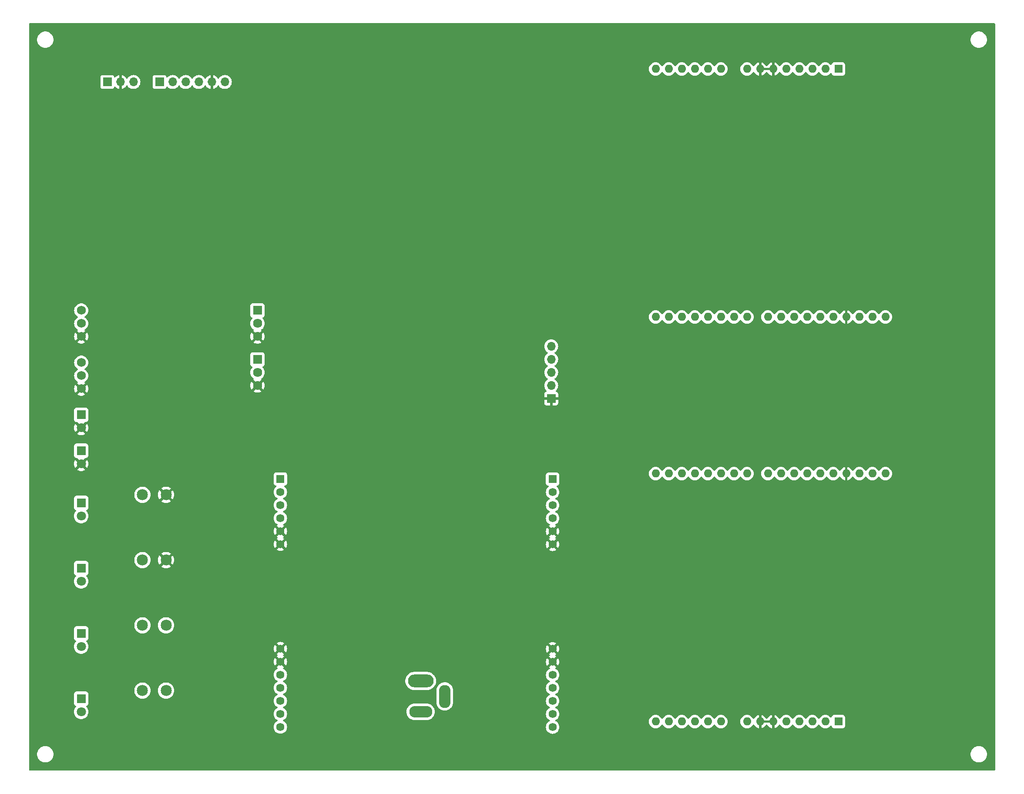
<source format=gbl>
G04 #@! TF.GenerationSoftware,KiCad,Pcbnew,7.0.9*
G04 #@! TF.CreationDate,2024-03-05T13:31:22-05:00*
G04 #@! TF.ProjectId,sleep_rig_pcb,736c6565-705f-4726-9967-5f7063622e6b,rev?*
G04 #@! TF.SameCoordinates,Original*
G04 #@! TF.FileFunction,Copper,L2,Bot*
G04 #@! TF.FilePolarity,Positive*
%FSLAX46Y46*%
G04 Gerber Fmt 4.6, Leading zero omitted, Abs format (unit mm)*
G04 Created by KiCad (PCBNEW 7.0.9) date 2024-03-05 13:31:22*
%MOMM*%
%LPD*%
G01*
G04 APERTURE LIST*
G04 #@! TA.AperFunction,ComponentPad*
%ADD10R,1.590000X1.590000*%
G04 #@! TD*
G04 #@! TA.AperFunction,ComponentPad*
%ADD11C,1.590000*%
G04 #@! TD*
G04 #@! TA.AperFunction,ComponentPad*
%ADD12C,2.159000*%
G04 #@! TD*
G04 #@! TA.AperFunction,ComponentPad*
%ADD13R,1.800000X1.800000*%
G04 #@! TD*
G04 #@! TA.AperFunction,ComponentPad*
%ADD14C,1.800000*%
G04 #@! TD*
G04 #@! TA.AperFunction,ComponentPad*
%ADD15C,1.727200*%
G04 #@! TD*
G04 #@! TA.AperFunction,ComponentPad*
%ADD16R,1.785000X1.785000*%
G04 #@! TD*
G04 #@! TA.AperFunction,ComponentPad*
%ADD17C,1.785000*%
G04 #@! TD*
G04 #@! TA.AperFunction,ComponentPad*
%ADD18R,1.700000X1.700000*%
G04 #@! TD*
G04 #@! TA.AperFunction,ComponentPad*
%ADD19O,1.700000X1.700000*%
G04 #@! TD*
G04 #@! TA.AperFunction,ComponentPad*
%ADD20R,1.600000X1.600000*%
G04 #@! TD*
G04 #@! TA.AperFunction,ComponentPad*
%ADD21O,1.600000X1.600000*%
G04 #@! TD*
G04 #@! TA.AperFunction,ComponentPad*
%ADD22O,5.000000X2.500000*%
G04 #@! TD*
G04 #@! TA.AperFunction,ComponentPad*
%ADD23O,4.500000X2.250000*%
G04 #@! TD*
G04 #@! TA.AperFunction,ComponentPad*
%ADD24O,2.250000X4.500000*%
G04 #@! TD*
G04 APERTURE END LIST*
D10*
X119650000Y-106485000D03*
D11*
X119650000Y-109025000D03*
X119650000Y-111565000D03*
X119650000Y-114105000D03*
X119650000Y-116645000D03*
X119650000Y-119185000D03*
X119650000Y-139505000D03*
X119650000Y-142045000D03*
X119650000Y-144585000D03*
X119650000Y-147125000D03*
X119650000Y-149665000D03*
X119650000Y-152205000D03*
X119650000Y-154745000D03*
D12*
X44450000Y-109539999D03*
X39849999Y-109539999D03*
D13*
X27940000Y-123825000D03*
D14*
X27940000Y-126365000D03*
D12*
X44450000Y-134939999D03*
X39849999Y-134939999D03*
D15*
X27940000Y-83820000D03*
X27940000Y-86360000D03*
X27940000Y-88900000D03*
X27940000Y-73660000D03*
X27940000Y-76200000D03*
X27940000Y-78740000D03*
D13*
X27940000Y-149225000D03*
D14*
X27940000Y-151765000D03*
D16*
X62230000Y-83185000D03*
D17*
X62230000Y-85725000D03*
X62230000Y-88265000D03*
D18*
X33020000Y-29210000D03*
D19*
X35560000Y-29210000D03*
X38100000Y-29210000D03*
D13*
X27940000Y-100965000D03*
D14*
X27940000Y-103505000D03*
D12*
X44450000Y-122239999D03*
X39849999Y-122239999D03*
D20*
X175260000Y-153670000D03*
D21*
X172720000Y-153670000D03*
X170180000Y-153670000D03*
X167640000Y-153670000D03*
X165100000Y-153670000D03*
X162560000Y-153670000D03*
X160020000Y-153670000D03*
X157480000Y-153670000D03*
X152400000Y-153670000D03*
X149860000Y-153670000D03*
X147320000Y-153670000D03*
X144780000Y-153670000D03*
X142240000Y-153670000D03*
X139700000Y-153670000D03*
X139700000Y-105410000D03*
X142240000Y-105410000D03*
X144780000Y-105410000D03*
X147320000Y-105410000D03*
X149860000Y-105410000D03*
X152400000Y-105410000D03*
X154940000Y-105410000D03*
X157480000Y-105410000D03*
X161540000Y-105410000D03*
X164080000Y-105410000D03*
X166620000Y-105410000D03*
X169160000Y-105410000D03*
X171700000Y-105410000D03*
X174240000Y-105410000D03*
X176780000Y-105410000D03*
X179320000Y-105410000D03*
X181860000Y-105410000D03*
X184400000Y-105410000D03*
D12*
X44450000Y-147639999D03*
X39849999Y-147639999D03*
D18*
X43180000Y-29210000D03*
D19*
X45720000Y-29210000D03*
X48260000Y-29210000D03*
X50800000Y-29210000D03*
X53340000Y-29210000D03*
X55880000Y-29210000D03*
D10*
X66691000Y-106455500D03*
D11*
X66691000Y-108995500D03*
X66691000Y-111535500D03*
X66691000Y-114075500D03*
X66691000Y-116615500D03*
X66691000Y-119155500D03*
X66691000Y-139475500D03*
X66691000Y-142015500D03*
X66691000Y-144555500D03*
X66691000Y-147095500D03*
X66691000Y-149635500D03*
X66691000Y-152175500D03*
X66691000Y-154715500D03*
D13*
X27940000Y-93980000D03*
D14*
X27940000Y-96520000D03*
D20*
X175260000Y-26670000D03*
D21*
X172720000Y-26670000D03*
X170180000Y-26670000D03*
X167640000Y-26670000D03*
X165100000Y-26670000D03*
X162560000Y-26670000D03*
X160020000Y-26670000D03*
X157480000Y-26670000D03*
X152400000Y-26670000D03*
X149860000Y-26670000D03*
X147320000Y-26670000D03*
X144780000Y-26670000D03*
X142240000Y-26670000D03*
X139700000Y-26670000D03*
X139700000Y-74930000D03*
X142240000Y-74930000D03*
X144780000Y-74930000D03*
X147320000Y-74930000D03*
X149860000Y-74930000D03*
X152400000Y-74930000D03*
X154940000Y-74930000D03*
X157480000Y-74930000D03*
X161540000Y-74930000D03*
X164080000Y-74930000D03*
X166620000Y-74930000D03*
X169160000Y-74930000D03*
X171700000Y-74930000D03*
X174240000Y-74930000D03*
X176780000Y-74930000D03*
X179320000Y-74930000D03*
X181860000Y-74930000D03*
X184400000Y-74930000D03*
D13*
X27940000Y-136525000D03*
D14*
X27940000Y-139065000D03*
D22*
X93980000Y-145765000D03*
D23*
X93980000Y-151765000D03*
D24*
X98680000Y-148765000D03*
D13*
X27940000Y-111125000D03*
D14*
X27940000Y-113665000D03*
D18*
X119380000Y-90805000D03*
D19*
X119380000Y-88265000D03*
X119380000Y-85725000D03*
X119380000Y-83185000D03*
X119380000Y-80645000D03*
D16*
X62230000Y-73660000D03*
D17*
X62230000Y-76200000D03*
X62230000Y-78740000D03*
G04 #@! TA.AperFunction,Conductor*
G36*
X162100507Y-153460156D02*
G01*
X162060000Y-153598111D01*
X162060000Y-153741889D01*
X162100507Y-153879844D01*
X162126314Y-153920000D01*
X160453686Y-153920000D01*
X160479493Y-153879844D01*
X160520000Y-153741889D01*
X160520000Y-153598111D01*
X160479493Y-153460156D01*
X160453686Y-153420000D01*
X162126314Y-153420000D01*
X162100507Y-153460156D01*
G37*
G04 #@! TD.AperFunction*
G04 #@! TA.AperFunction,Conductor*
G36*
X162100507Y-26460156D02*
G01*
X162060000Y-26598111D01*
X162060000Y-26741889D01*
X162100507Y-26879844D01*
X162126314Y-26920000D01*
X160453686Y-26920000D01*
X160479493Y-26879844D01*
X160520000Y-26741889D01*
X160520000Y-26598111D01*
X160479493Y-26460156D01*
X160453686Y-26420000D01*
X162126314Y-26420000D01*
X162100507Y-26460156D01*
G37*
G04 #@! TD.AperFunction*
G04 #@! TA.AperFunction,Conductor*
G36*
X205682539Y-17800185D02*
G01*
X205728294Y-17852989D01*
X205739500Y-17904500D01*
X205739500Y-163070500D01*
X205719815Y-163137539D01*
X205667011Y-163183294D01*
X205615500Y-163194500D01*
X17904500Y-163194500D01*
X17837461Y-163174815D01*
X17791706Y-163122011D01*
X17780500Y-163070500D01*
X17780500Y-160019999D01*
X19362090Y-160019999D01*
X19369756Y-160117408D01*
X19369947Y-160122274D01*
X19369947Y-160144746D01*
X19373461Y-160166943D01*
X19374033Y-160171774D01*
X19379642Y-160243024D01*
X19381701Y-160269186D01*
X19381701Y-160269189D01*
X19381702Y-160269191D01*
X19404510Y-160364195D01*
X19405460Y-160368971D01*
X19408976Y-160391170D01*
X19415921Y-160412542D01*
X19417242Y-160417228D01*
X19440052Y-160512235D01*
X19440054Y-160512241D01*
X19464618Y-160571543D01*
X19477446Y-160602512D01*
X19479127Y-160607070D01*
X19486072Y-160628445D01*
X19496280Y-160648480D01*
X19498318Y-160652901D01*
X19535706Y-160743166D01*
X19586751Y-160826462D01*
X19589130Y-160830710D01*
X19589136Y-160830721D01*
X19599341Y-160850749D01*
X19605688Y-160859485D01*
X19612556Y-160868939D01*
X19615260Y-160872987D01*
X19666305Y-160956283D01*
X19666309Y-160956289D01*
X19729759Y-161030579D01*
X19732763Y-161034390D01*
X19745989Y-161052593D01*
X19761898Y-161068502D01*
X19765191Y-161072065D01*
X19828643Y-161146357D01*
X19902926Y-161209801D01*
X19902932Y-161209806D01*
X19906495Y-161213099D01*
X19922407Y-161229011D01*
X19940613Y-161242238D01*
X19944407Y-161245229D01*
X20018711Y-161308691D01*
X20018713Y-161308692D01*
X20102014Y-161359739D01*
X20106051Y-161362436D01*
X20124251Y-161375659D01*
X20144309Y-161385879D01*
X20148500Y-161388225D01*
X20231834Y-161439293D01*
X20322133Y-161476696D01*
X20326501Y-161478710D01*
X20346551Y-161488926D01*
X20367951Y-161495879D01*
X20372492Y-161497555D01*
X20462764Y-161534947D01*
X20462766Y-161534947D01*
X20462770Y-161534949D01*
X20524790Y-161549838D01*
X20557773Y-161557757D01*
X20562438Y-161559072D01*
X20577872Y-161564087D01*
X20583828Y-161566023D01*
X20583829Y-161566023D01*
X20583832Y-161566024D01*
X20606049Y-161569542D01*
X20610775Y-161570481D01*
X20705814Y-161593299D01*
X20803234Y-161600966D01*
X20808051Y-161601536D01*
X20824801Y-161604189D01*
X20830253Y-161605053D01*
X20852725Y-161605053D01*
X20857591Y-161605244D01*
X20867438Y-161606018D01*
X20955000Y-161612910D01*
X21042561Y-161606018D01*
X21052409Y-161605244D01*
X21057275Y-161605053D01*
X21079743Y-161605053D01*
X21079746Y-161605053D01*
X21101954Y-161601535D01*
X21106756Y-161600966D01*
X21204186Y-161593299D01*
X21299234Y-161570479D01*
X21303906Y-161569549D01*
X21326168Y-161566024D01*
X21347590Y-161559063D01*
X21352209Y-161557761D01*
X21447236Y-161534947D01*
X21537534Y-161497544D01*
X21542023Y-161495887D01*
X21563449Y-161488926D01*
X21583520Y-161478699D01*
X21587861Y-161476698D01*
X21678166Y-161439293D01*
X21761514Y-161388217D01*
X21765686Y-161385881D01*
X21785749Y-161375659D01*
X21803948Y-161362436D01*
X21807964Y-161359752D01*
X21891289Y-161308691D01*
X21965596Y-161245226D01*
X21969376Y-161242245D01*
X21987593Y-161229011D01*
X22003507Y-161213096D01*
X22007048Y-161209822D01*
X22081357Y-161146357D01*
X22144822Y-161072048D01*
X22148096Y-161068507D01*
X22164011Y-161052593D01*
X22177245Y-161034376D01*
X22180226Y-161030596D01*
X22243691Y-160956289D01*
X22294752Y-160872965D01*
X22297443Y-160868939D01*
X22310659Y-160850749D01*
X22320881Y-160830686D01*
X22323217Y-160826514D01*
X22374293Y-160743166D01*
X22411698Y-160652861D01*
X22413699Y-160648520D01*
X22423926Y-160628449D01*
X22430887Y-160607023D01*
X22432544Y-160602534D01*
X22469947Y-160512236D01*
X22492761Y-160417209D01*
X22494063Y-160412590D01*
X22501024Y-160391168D01*
X22504549Y-160368906D01*
X22505479Y-160364234D01*
X22528299Y-160269186D01*
X22535966Y-160171759D01*
X22536537Y-160166943D01*
X22540053Y-160144746D01*
X22540668Y-160113371D01*
X22540844Y-160109775D01*
X22547910Y-160020000D01*
X22547910Y-160019999D01*
X200972090Y-160019999D01*
X200979756Y-160117408D01*
X200979947Y-160122274D01*
X200979947Y-160144746D01*
X200983461Y-160166943D01*
X200984033Y-160171774D01*
X200989642Y-160243024D01*
X200991701Y-160269186D01*
X200991701Y-160269189D01*
X200991702Y-160269191D01*
X201014510Y-160364195D01*
X201015460Y-160368971D01*
X201018976Y-160391170D01*
X201025921Y-160412542D01*
X201027242Y-160417228D01*
X201050052Y-160512235D01*
X201050054Y-160512241D01*
X201074618Y-160571543D01*
X201087446Y-160602512D01*
X201089127Y-160607070D01*
X201096072Y-160628445D01*
X201106280Y-160648480D01*
X201108318Y-160652901D01*
X201145706Y-160743166D01*
X201196751Y-160826462D01*
X201199130Y-160830710D01*
X201199136Y-160830721D01*
X201209341Y-160850749D01*
X201215688Y-160859485D01*
X201222556Y-160868939D01*
X201225260Y-160872987D01*
X201276305Y-160956283D01*
X201276309Y-160956289D01*
X201339759Y-161030579D01*
X201342763Y-161034390D01*
X201355989Y-161052593D01*
X201371898Y-161068502D01*
X201375191Y-161072065D01*
X201438643Y-161146357D01*
X201512926Y-161209801D01*
X201512932Y-161209806D01*
X201516495Y-161213099D01*
X201532407Y-161229011D01*
X201550613Y-161242238D01*
X201554407Y-161245229D01*
X201628711Y-161308691D01*
X201628713Y-161308692D01*
X201712014Y-161359739D01*
X201716051Y-161362436D01*
X201734251Y-161375659D01*
X201754309Y-161385879D01*
X201758500Y-161388225D01*
X201841834Y-161439293D01*
X201932133Y-161476696D01*
X201936501Y-161478710D01*
X201956551Y-161488926D01*
X201977951Y-161495879D01*
X201982492Y-161497555D01*
X202072764Y-161534947D01*
X202072766Y-161534947D01*
X202072770Y-161534949D01*
X202134790Y-161549838D01*
X202167773Y-161557757D01*
X202172438Y-161559072D01*
X202187872Y-161564087D01*
X202193828Y-161566023D01*
X202193829Y-161566023D01*
X202193832Y-161566024D01*
X202216049Y-161569542D01*
X202220775Y-161570481D01*
X202315814Y-161593299D01*
X202413234Y-161600966D01*
X202418051Y-161601536D01*
X202434801Y-161604189D01*
X202440253Y-161605053D01*
X202462725Y-161605053D01*
X202467591Y-161605244D01*
X202477438Y-161606018D01*
X202565000Y-161612910D01*
X202652561Y-161606018D01*
X202662409Y-161605244D01*
X202667275Y-161605053D01*
X202689743Y-161605053D01*
X202689746Y-161605053D01*
X202711954Y-161601535D01*
X202716756Y-161600966D01*
X202814186Y-161593299D01*
X202909234Y-161570479D01*
X202913906Y-161569549D01*
X202936168Y-161566024D01*
X202957590Y-161559063D01*
X202962209Y-161557761D01*
X203057236Y-161534947D01*
X203147534Y-161497544D01*
X203152023Y-161495887D01*
X203173449Y-161488926D01*
X203193520Y-161478699D01*
X203197861Y-161476698D01*
X203288166Y-161439293D01*
X203371514Y-161388217D01*
X203375686Y-161385881D01*
X203395749Y-161375659D01*
X203413948Y-161362436D01*
X203417964Y-161359752D01*
X203501289Y-161308691D01*
X203575596Y-161245226D01*
X203579376Y-161242245D01*
X203597593Y-161229011D01*
X203613507Y-161213096D01*
X203617048Y-161209822D01*
X203691357Y-161146357D01*
X203754822Y-161072048D01*
X203758096Y-161068507D01*
X203774011Y-161052593D01*
X203787245Y-161034376D01*
X203790226Y-161030596D01*
X203853691Y-160956289D01*
X203904752Y-160872965D01*
X203907443Y-160868939D01*
X203920659Y-160850749D01*
X203930881Y-160830686D01*
X203933217Y-160826514D01*
X203984293Y-160743166D01*
X204021698Y-160652861D01*
X204023699Y-160648520D01*
X204033926Y-160628449D01*
X204040887Y-160607023D01*
X204042544Y-160602534D01*
X204079947Y-160512236D01*
X204102761Y-160417209D01*
X204104063Y-160412590D01*
X204111024Y-160391168D01*
X204114549Y-160368906D01*
X204115479Y-160364234D01*
X204138299Y-160269186D01*
X204145966Y-160171759D01*
X204146537Y-160166943D01*
X204150053Y-160144746D01*
X204150668Y-160113371D01*
X204150844Y-160109775D01*
X204157910Y-160020000D01*
X204150844Y-159930227D01*
X204150668Y-159926624D01*
X204150053Y-159895254D01*
X204146537Y-159873054D01*
X204145965Y-159868227D01*
X204138299Y-159770814D01*
X204115481Y-159675775D01*
X204114542Y-159671049D01*
X204111024Y-159648832D01*
X204104072Y-159627438D01*
X204102757Y-159622773D01*
X204094838Y-159589790D01*
X204079949Y-159527770D01*
X204079944Y-159527758D01*
X204042555Y-159437492D01*
X204040874Y-159432936D01*
X204033926Y-159411551D01*
X204023710Y-159391501D01*
X204021696Y-159387133D01*
X203984293Y-159296834D01*
X203933225Y-159213500D01*
X203930879Y-159209309D01*
X203920659Y-159189251D01*
X203907436Y-159171051D01*
X203904739Y-159167014D01*
X203853691Y-159083711D01*
X203790229Y-159009407D01*
X203787238Y-159005613D01*
X203774011Y-158987407D01*
X203758099Y-158971495D01*
X203754806Y-158967932D01*
X203754801Y-158967926D01*
X203691357Y-158893643D01*
X203617065Y-158830191D01*
X203613499Y-158826895D01*
X203597593Y-158810989D01*
X203579390Y-158797763D01*
X203575579Y-158794759D01*
X203575578Y-158794758D01*
X203501289Y-158731309D01*
X203501283Y-158731305D01*
X203417987Y-158680260D01*
X203413939Y-158677556D01*
X203404485Y-158670688D01*
X203395749Y-158664341D01*
X203387057Y-158659912D01*
X203375710Y-158654130D01*
X203371462Y-158651751D01*
X203288166Y-158600706D01*
X203197901Y-158563318D01*
X203193480Y-158561280D01*
X203187054Y-158558006D01*
X203173449Y-158551074D01*
X203173446Y-158551073D01*
X203173444Y-158551072D01*
X203173445Y-158551072D01*
X203152070Y-158544127D01*
X203147512Y-158542446D01*
X203116543Y-158529618D01*
X203057241Y-158505054D01*
X203057235Y-158505052D01*
X202962228Y-158482242D01*
X202957542Y-158480921D01*
X202936170Y-158473976D01*
X202913971Y-158470460D01*
X202909195Y-158469510D01*
X202814191Y-158446702D01*
X202814189Y-158446701D01*
X202814186Y-158446701D01*
X202788024Y-158444642D01*
X202716774Y-158439033D01*
X202711943Y-158438461D01*
X202689746Y-158434947D01*
X202667275Y-158434947D01*
X202662409Y-158434756D01*
X202565000Y-158427090D01*
X202467591Y-158434756D01*
X202462725Y-158434947D01*
X202440255Y-158434947D01*
X202440254Y-158434947D01*
X202438088Y-158435290D01*
X202418058Y-158438461D01*
X202413227Y-158439033D01*
X202315811Y-158446701D01*
X202315806Y-158446702D01*
X202220804Y-158469510D01*
X202216029Y-158470460D01*
X202193828Y-158473976D01*
X202172451Y-158480922D01*
X202167767Y-158482243D01*
X202072767Y-158505052D01*
X202072758Y-158505055D01*
X201982501Y-158542440D01*
X201977936Y-158544124D01*
X201956562Y-158551069D01*
X201956545Y-158551076D01*
X201936517Y-158561280D01*
X201932097Y-158563318D01*
X201841841Y-158600703D01*
X201841829Y-158600709D01*
X201758531Y-158651754D01*
X201754285Y-158654132D01*
X201734253Y-158664339D01*
X201734244Y-158664345D01*
X201716057Y-158677557D01*
X201712013Y-158680259D01*
X201628708Y-158731311D01*
X201554420Y-158794758D01*
X201550598Y-158797771D01*
X201532414Y-158810982D01*
X201532408Y-158810987D01*
X201516498Y-158826895D01*
X201512926Y-158830197D01*
X201438642Y-158893642D01*
X201375197Y-158967926D01*
X201371895Y-158971498D01*
X201355987Y-158987408D01*
X201355982Y-158987414D01*
X201342771Y-159005598D01*
X201339758Y-159009420D01*
X201276311Y-159083708D01*
X201225259Y-159167013D01*
X201222557Y-159171057D01*
X201209345Y-159189244D01*
X201209339Y-159189253D01*
X201199132Y-159209285D01*
X201196754Y-159213531D01*
X201145709Y-159296829D01*
X201145703Y-159296841D01*
X201108318Y-159387097D01*
X201106280Y-159391517D01*
X201096076Y-159411545D01*
X201096069Y-159411562D01*
X201089124Y-159432936D01*
X201087440Y-159437501D01*
X201050055Y-159527758D01*
X201050052Y-159527767D01*
X201027243Y-159622767D01*
X201025922Y-159627451D01*
X201018976Y-159648828D01*
X201015460Y-159671029D01*
X201014510Y-159675804D01*
X200991702Y-159770806D01*
X200991701Y-159770811D01*
X200984033Y-159868227D01*
X200983461Y-159873058D01*
X200979947Y-159895254D01*
X200979947Y-159917725D01*
X200979756Y-159922591D01*
X200972090Y-160019999D01*
X22547910Y-160019999D01*
X22540844Y-159930227D01*
X22540668Y-159926624D01*
X22540053Y-159895254D01*
X22536537Y-159873054D01*
X22535965Y-159868227D01*
X22528299Y-159770814D01*
X22505481Y-159675775D01*
X22504542Y-159671049D01*
X22501024Y-159648832D01*
X22494072Y-159627438D01*
X22492757Y-159622773D01*
X22484838Y-159589790D01*
X22469949Y-159527770D01*
X22469944Y-159527758D01*
X22432555Y-159437492D01*
X22430874Y-159432936D01*
X22423926Y-159411551D01*
X22413710Y-159391501D01*
X22411696Y-159387133D01*
X22374293Y-159296834D01*
X22323225Y-159213500D01*
X22320879Y-159209309D01*
X22310659Y-159189251D01*
X22297436Y-159171051D01*
X22294739Y-159167014D01*
X22243691Y-159083711D01*
X22180229Y-159009407D01*
X22177238Y-159005613D01*
X22164011Y-158987407D01*
X22148099Y-158971495D01*
X22144806Y-158967932D01*
X22144801Y-158967926D01*
X22081357Y-158893643D01*
X22007065Y-158830191D01*
X22003499Y-158826895D01*
X21987593Y-158810989D01*
X21969390Y-158797763D01*
X21965579Y-158794759D01*
X21965578Y-158794758D01*
X21891289Y-158731309D01*
X21891283Y-158731305D01*
X21807987Y-158680260D01*
X21803939Y-158677556D01*
X21794485Y-158670688D01*
X21785749Y-158664341D01*
X21777057Y-158659912D01*
X21765710Y-158654130D01*
X21761462Y-158651751D01*
X21678166Y-158600706D01*
X21587901Y-158563318D01*
X21583480Y-158561280D01*
X21577054Y-158558006D01*
X21563449Y-158551074D01*
X21563446Y-158551073D01*
X21563444Y-158551072D01*
X21563445Y-158551072D01*
X21542070Y-158544127D01*
X21537512Y-158542446D01*
X21506543Y-158529618D01*
X21447241Y-158505054D01*
X21447235Y-158505052D01*
X21352228Y-158482242D01*
X21347542Y-158480921D01*
X21326170Y-158473976D01*
X21303971Y-158470460D01*
X21299195Y-158469510D01*
X21204191Y-158446702D01*
X21204189Y-158446701D01*
X21204186Y-158446701D01*
X21178024Y-158444642D01*
X21106774Y-158439033D01*
X21101943Y-158438461D01*
X21079746Y-158434947D01*
X21057275Y-158434947D01*
X21052409Y-158434756D01*
X20955000Y-158427090D01*
X20857591Y-158434756D01*
X20852725Y-158434947D01*
X20830255Y-158434947D01*
X20830254Y-158434947D01*
X20828088Y-158435290D01*
X20808058Y-158438461D01*
X20803227Y-158439033D01*
X20705811Y-158446701D01*
X20705806Y-158446702D01*
X20610804Y-158469510D01*
X20606029Y-158470460D01*
X20583828Y-158473976D01*
X20562451Y-158480922D01*
X20557767Y-158482243D01*
X20462767Y-158505052D01*
X20462758Y-158505055D01*
X20372501Y-158542440D01*
X20367936Y-158544124D01*
X20346562Y-158551069D01*
X20346545Y-158551076D01*
X20326517Y-158561280D01*
X20322097Y-158563318D01*
X20231841Y-158600703D01*
X20231829Y-158600709D01*
X20148531Y-158651754D01*
X20144285Y-158654132D01*
X20124253Y-158664339D01*
X20124244Y-158664345D01*
X20106057Y-158677557D01*
X20102013Y-158680259D01*
X20018708Y-158731311D01*
X19944420Y-158794758D01*
X19940598Y-158797771D01*
X19922414Y-158810982D01*
X19922408Y-158810987D01*
X19906498Y-158826895D01*
X19902926Y-158830197D01*
X19828642Y-158893642D01*
X19765197Y-158967926D01*
X19761895Y-158971498D01*
X19745987Y-158987408D01*
X19745982Y-158987414D01*
X19732771Y-159005598D01*
X19729758Y-159009420D01*
X19666311Y-159083708D01*
X19615259Y-159167013D01*
X19612557Y-159171057D01*
X19599345Y-159189244D01*
X19599339Y-159189253D01*
X19589132Y-159209285D01*
X19586754Y-159213531D01*
X19535709Y-159296829D01*
X19535703Y-159296841D01*
X19498318Y-159387097D01*
X19496280Y-159391517D01*
X19486076Y-159411545D01*
X19486069Y-159411562D01*
X19479124Y-159432936D01*
X19477440Y-159437501D01*
X19440055Y-159527758D01*
X19440052Y-159527767D01*
X19417243Y-159622767D01*
X19415922Y-159627451D01*
X19408976Y-159648828D01*
X19405460Y-159671029D01*
X19404510Y-159675804D01*
X19381702Y-159770806D01*
X19381701Y-159770811D01*
X19374033Y-159868227D01*
X19373461Y-159873058D01*
X19369947Y-159895254D01*
X19369947Y-159917725D01*
X19369756Y-159922591D01*
X19362090Y-160019999D01*
X17780500Y-160019999D01*
X17780500Y-154715500D01*
X65390551Y-154715500D01*
X65410307Y-154941316D01*
X65410309Y-154941326D01*
X65468975Y-155160272D01*
X65468980Y-155160286D01*
X65564776Y-155365721D01*
X65564780Y-155365729D01*
X65694794Y-155551408D01*
X65694799Y-155551414D01*
X65855085Y-155711700D01*
X65855091Y-155711705D01*
X66040770Y-155841719D01*
X66040772Y-155841720D01*
X66040775Y-155841722D01*
X66164375Y-155899357D01*
X66246213Y-155937519D01*
X66246215Y-155937519D01*
X66246220Y-155937522D01*
X66465179Y-155996192D01*
X66645835Y-156011997D01*
X66690999Y-156015949D01*
X66691000Y-156015949D01*
X66691001Y-156015949D01*
X66728636Y-156012656D01*
X66916821Y-155996192D01*
X67135780Y-155937522D01*
X67341225Y-155841722D01*
X67526913Y-155711702D01*
X67687202Y-155551413D01*
X67817222Y-155365725D01*
X67913022Y-155160280D01*
X67971692Y-154941321D01*
X67988868Y-154745000D01*
X118349551Y-154745000D01*
X118369307Y-154970816D01*
X118369309Y-154970826D01*
X118427975Y-155189772D01*
X118427980Y-155189786D01*
X118523776Y-155395221D01*
X118523780Y-155395229D01*
X118653794Y-155580908D01*
X118653799Y-155580914D01*
X118814085Y-155741200D01*
X118814091Y-155741205D01*
X118999770Y-155871219D01*
X118999772Y-155871220D01*
X118999775Y-155871222D01*
X119123375Y-155928857D01*
X119205213Y-155967019D01*
X119205215Y-155967019D01*
X119205220Y-155967022D01*
X119424179Y-156025692D01*
X119604835Y-156041497D01*
X119649999Y-156045449D01*
X119650000Y-156045449D01*
X119650001Y-156045449D01*
X119687636Y-156042156D01*
X119875821Y-156025692D01*
X120094780Y-155967022D01*
X120300225Y-155871222D01*
X120485913Y-155741202D01*
X120646202Y-155580913D01*
X120776222Y-155395225D01*
X120872022Y-155189780D01*
X120930692Y-154970821D01*
X120950449Y-154745000D01*
X120930692Y-154519179D01*
X120872022Y-154300220D01*
X120776222Y-154094776D01*
X120678380Y-153955042D01*
X120646203Y-153909088D01*
X120616699Y-153879584D01*
X120485913Y-153748798D01*
X120485909Y-153748795D01*
X120485908Y-153748794D01*
X120373380Y-153670001D01*
X138394532Y-153670001D01*
X138414364Y-153896686D01*
X138414366Y-153896697D01*
X138473258Y-154116488D01*
X138473261Y-154116497D01*
X138569431Y-154322732D01*
X138569432Y-154322734D01*
X138699954Y-154509141D01*
X138860858Y-154670045D01*
X138860861Y-154670047D01*
X139047266Y-154800568D01*
X139253504Y-154896739D01*
X139473308Y-154955635D01*
X139635230Y-154969801D01*
X139699998Y-154975468D01*
X139700000Y-154975468D01*
X139700002Y-154975468D01*
X139756807Y-154970498D01*
X139926692Y-154955635D01*
X140146496Y-154896739D01*
X140352734Y-154800568D01*
X140539139Y-154670047D01*
X140700047Y-154509139D01*
X140830568Y-154322734D01*
X140857618Y-154264724D01*
X140903790Y-154212285D01*
X140970983Y-154193133D01*
X141037865Y-154213348D01*
X141082381Y-154264724D01*
X141085177Y-154270720D01*
X141109429Y-154322728D01*
X141109432Y-154322734D01*
X141239954Y-154509141D01*
X141400858Y-154670045D01*
X141400861Y-154670047D01*
X141587266Y-154800568D01*
X141793504Y-154896739D01*
X142013308Y-154955635D01*
X142175230Y-154969801D01*
X142239998Y-154975468D01*
X142240000Y-154975468D01*
X142240002Y-154975468D01*
X142296807Y-154970498D01*
X142466692Y-154955635D01*
X142686496Y-154896739D01*
X142892734Y-154800568D01*
X143079139Y-154670047D01*
X143240047Y-154509139D01*
X143370568Y-154322734D01*
X143397618Y-154264724D01*
X143443790Y-154212285D01*
X143510983Y-154193133D01*
X143577865Y-154213348D01*
X143622381Y-154264724D01*
X143625177Y-154270720D01*
X143649429Y-154322728D01*
X143649432Y-154322734D01*
X143779954Y-154509141D01*
X143940858Y-154670045D01*
X143940861Y-154670047D01*
X144127266Y-154800568D01*
X144333504Y-154896739D01*
X144553308Y-154955635D01*
X144715230Y-154969801D01*
X144779998Y-154975468D01*
X144780000Y-154975468D01*
X144780002Y-154975468D01*
X144836807Y-154970498D01*
X145006692Y-154955635D01*
X145226496Y-154896739D01*
X145432734Y-154800568D01*
X145619139Y-154670047D01*
X145780047Y-154509139D01*
X145910568Y-154322734D01*
X145937618Y-154264724D01*
X145983790Y-154212285D01*
X146050983Y-154193133D01*
X146117865Y-154213348D01*
X146162381Y-154264724D01*
X146165177Y-154270720D01*
X146189429Y-154322728D01*
X146189432Y-154322734D01*
X146319954Y-154509141D01*
X146480858Y-154670045D01*
X146480861Y-154670047D01*
X146667266Y-154800568D01*
X146873504Y-154896739D01*
X147093308Y-154955635D01*
X147255230Y-154969801D01*
X147319998Y-154975468D01*
X147320000Y-154975468D01*
X147320002Y-154975468D01*
X147376807Y-154970498D01*
X147546692Y-154955635D01*
X147766496Y-154896739D01*
X147972734Y-154800568D01*
X148159139Y-154670047D01*
X148320047Y-154509139D01*
X148450568Y-154322734D01*
X148477618Y-154264724D01*
X148523790Y-154212285D01*
X148590983Y-154193133D01*
X148657865Y-154213348D01*
X148702381Y-154264724D01*
X148705177Y-154270720D01*
X148729429Y-154322728D01*
X148729432Y-154322734D01*
X148859954Y-154509141D01*
X149020858Y-154670045D01*
X149020861Y-154670047D01*
X149207266Y-154800568D01*
X149413504Y-154896739D01*
X149633308Y-154955635D01*
X149795230Y-154969801D01*
X149859998Y-154975468D01*
X149860000Y-154975468D01*
X149860002Y-154975468D01*
X149916807Y-154970498D01*
X150086692Y-154955635D01*
X150306496Y-154896739D01*
X150512734Y-154800568D01*
X150699139Y-154670047D01*
X150860047Y-154509139D01*
X150990568Y-154322734D01*
X151017618Y-154264724D01*
X151063790Y-154212285D01*
X151130983Y-154193133D01*
X151197865Y-154213348D01*
X151242381Y-154264724D01*
X151245177Y-154270720D01*
X151269429Y-154322728D01*
X151269432Y-154322734D01*
X151399954Y-154509141D01*
X151560858Y-154670045D01*
X151560861Y-154670047D01*
X151747266Y-154800568D01*
X151953504Y-154896739D01*
X152173308Y-154955635D01*
X152335230Y-154969801D01*
X152399998Y-154975468D01*
X152400000Y-154975468D01*
X152400002Y-154975468D01*
X152456807Y-154970498D01*
X152626692Y-154955635D01*
X152846496Y-154896739D01*
X153052734Y-154800568D01*
X153239139Y-154670047D01*
X153400047Y-154509139D01*
X153530568Y-154322734D01*
X153626739Y-154116496D01*
X153685635Y-153896692D01*
X153705468Y-153670001D01*
X156174532Y-153670001D01*
X156194364Y-153896686D01*
X156194366Y-153896697D01*
X156253258Y-154116488D01*
X156253261Y-154116497D01*
X156349431Y-154322732D01*
X156349432Y-154322734D01*
X156479954Y-154509141D01*
X156640858Y-154670045D01*
X156640861Y-154670047D01*
X156827266Y-154800568D01*
X157033504Y-154896739D01*
X157253308Y-154955635D01*
X157415230Y-154969801D01*
X157479998Y-154975468D01*
X157480000Y-154975468D01*
X157480002Y-154975468D01*
X157536807Y-154970498D01*
X157706692Y-154955635D01*
X157926496Y-154896739D01*
X158132734Y-154800568D01*
X158319139Y-154670047D01*
X158480047Y-154509139D01*
X158610568Y-154322734D01*
X158637895Y-154264129D01*
X158684064Y-154211695D01*
X158751257Y-154192542D01*
X158818139Y-154212757D01*
X158862657Y-154264133D01*
X158889865Y-154322482D01*
X159020342Y-154508820D01*
X159181179Y-154669657D01*
X159367517Y-154800134D01*
X159573673Y-154896265D01*
X159573682Y-154896269D01*
X159769999Y-154948872D01*
X159770000Y-154948871D01*
X159770000Y-154105501D01*
X159877685Y-154154680D01*
X159984237Y-154170000D01*
X160055763Y-154170000D01*
X160162315Y-154154680D01*
X160270000Y-154105501D01*
X160270000Y-154948872D01*
X160466317Y-154896269D01*
X160466326Y-154896265D01*
X160672482Y-154800134D01*
X160858820Y-154669657D01*
X161019657Y-154508820D01*
X161150134Y-154322481D01*
X161150135Y-154322479D01*
X161177618Y-154263543D01*
X161223790Y-154211103D01*
X161290983Y-154191951D01*
X161357864Y-154212166D01*
X161402382Y-154263543D01*
X161429864Y-154322479D01*
X161429865Y-154322481D01*
X161560342Y-154508820D01*
X161721179Y-154669657D01*
X161907517Y-154800134D01*
X162113673Y-154896265D01*
X162113682Y-154896269D01*
X162309999Y-154948872D01*
X162310000Y-154948871D01*
X162310000Y-154105501D01*
X162417685Y-154154680D01*
X162524237Y-154170000D01*
X162595763Y-154170000D01*
X162702315Y-154154680D01*
X162810000Y-154105501D01*
X162810000Y-154948872D01*
X163006317Y-154896269D01*
X163006326Y-154896265D01*
X163212482Y-154800134D01*
X163398820Y-154669657D01*
X163559657Y-154508820D01*
X163690132Y-154322484D01*
X163717341Y-154264134D01*
X163763513Y-154211695D01*
X163830707Y-154192542D01*
X163897588Y-154212757D01*
X163942105Y-154264132D01*
X163958937Y-154300227D01*
X163969431Y-154322732D01*
X163969432Y-154322734D01*
X164099954Y-154509141D01*
X164260858Y-154670045D01*
X164260861Y-154670047D01*
X164447266Y-154800568D01*
X164653504Y-154896739D01*
X164873308Y-154955635D01*
X165035230Y-154969801D01*
X165099998Y-154975468D01*
X165100000Y-154975468D01*
X165100002Y-154975468D01*
X165156807Y-154970498D01*
X165326692Y-154955635D01*
X165546496Y-154896739D01*
X165752734Y-154800568D01*
X165939139Y-154670047D01*
X166100047Y-154509139D01*
X166230568Y-154322734D01*
X166257618Y-154264724D01*
X166303790Y-154212285D01*
X166370983Y-154193133D01*
X166437865Y-154213348D01*
X166482381Y-154264724D01*
X166485177Y-154270720D01*
X166509429Y-154322728D01*
X166509432Y-154322734D01*
X166639954Y-154509141D01*
X166800858Y-154670045D01*
X166800861Y-154670047D01*
X166987266Y-154800568D01*
X167193504Y-154896739D01*
X167413308Y-154955635D01*
X167575230Y-154969801D01*
X167639998Y-154975468D01*
X167640000Y-154975468D01*
X167640002Y-154975468D01*
X167696807Y-154970498D01*
X167866692Y-154955635D01*
X168086496Y-154896739D01*
X168292734Y-154800568D01*
X168479139Y-154670047D01*
X168640047Y-154509139D01*
X168770568Y-154322734D01*
X168797618Y-154264724D01*
X168843790Y-154212285D01*
X168910983Y-154193133D01*
X168977865Y-154213348D01*
X169022381Y-154264724D01*
X169025177Y-154270720D01*
X169049429Y-154322728D01*
X169049432Y-154322734D01*
X169179954Y-154509141D01*
X169340858Y-154670045D01*
X169340861Y-154670047D01*
X169527266Y-154800568D01*
X169733504Y-154896739D01*
X169953308Y-154955635D01*
X170115230Y-154969801D01*
X170179998Y-154975468D01*
X170180000Y-154975468D01*
X170180002Y-154975468D01*
X170236807Y-154970498D01*
X170406692Y-154955635D01*
X170626496Y-154896739D01*
X170832734Y-154800568D01*
X171019139Y-154670047D01*
X171180047Y-154509139D01*
X171310568Y-154322734D01*
X171337618Y-154264724D01*
X171383790Y-154212285D01*
X171450983Y-154193133D01*
X171517865Y-154213348D01*
X171562381Y-154264724D01*
X171565177Y-154270720D01*
X171589429Y-154322728D01*
X171589432Y-154322734D01*
X171719954Y-154509141D01*
X171880858Y-154670045D01*
X171880861Y-154670047D01*
X172067266Y-154800568D01*
X172273504Y-154896739D01*
X172493308Y-154955635D01*
X172655230Y-154969801D01*
X172719998Y-154975468D01*
X172720000Y-154975468D01*
X172720002Y-154975468D01*
X172776807Y-154970498D01*
X172946692Y-154955635D01*
X173166496Y-154896739D01*
X173372734Y-154800568D01*
X173559139Y-154670047D01*
X173720047Y-154509139D01*
X173737272Y-154484539D01*
X173791848Y-154440913D01*
X173861346Y-154433718D01*
X173923701Y-154465239D01*
X173959116Y-154525468D01*
X173962138Y-154542406D01*
X173965908Y-154577483D01*
X174016202Y-154712328D01*
X174016206Y-154712335D01*
X174102452Y-154827544D01*
X174102455Y-154827547D01*
X174217664Y-154913793D01*
X174217671Y-154913797D01*
X174352517Y-154964091D01*
X174352516Y-154964091D01*
X174359444Y-154964835D01*
X174412127Y-154970500D01*
X176107872Y-154970499D01*
X176167483Y-154964091D01*
X176302331Y-154913796D01*
X176417546Y-154827546D01*
X176503796Y-154712331D01*
X176554091Y-154577483D01*
X176560500Y-154517873D01*
X176560499Y-152822128D01*
X176554091Y-152762517D01*
X176519567Y-152669954D01*
X176503797Y-152627671D01*
X176503793Y-152627664D01*
X176417547Y-152512455D01*
X176417544Y-152512452D01*
X176302335Y-152426206D01*
X176302328Y-152426202D01*
X176167482Y-152375908D01*
X176167483Y-152375908D01*
X176107883Y-152369501D01*
X176107881Y-152369500D01*
X176107873Y-152369500D01*
X176107864Y-152369500D01*
X174412129Y-152369500D01*
X174412123Y-152369501D01*
X174352516Y-152375908D01*
X174217671Y-152426202D01*
X174217664Y-152426206D01*
X174102455Y-152512452D01*
X174102452Y-152512455D01*
X174016206Y-152627664D01*
X174016202Y-152627671D01*
X173965908Y-152762516D01*
X173962137Y-152797596D01*
X173935398Y-152862146D01*
X173878006Y-152901994D01*
X173808180Y-152904487D01*
X173748092Y-152868834D01*
X173737273Y-152855462D01*
X173720045Y-152830858D01*
X173559141Y-152669954D01*
X173372734Y-152539432D01*
X173372732Y-152539431D01*
X173166497Y-152443261D01*
X173166488Y-152443258D01*
X172946697Y-152384366D01*
X172946693Y-152384365D01*
X172946692Y-152384365D01*
X172946691Y-152384364D01*
X172946686Y-152384364D01*
X172720002Y-152364532D01*
X172719998Y-152364532D01*
X172493313Y-152384364D01*
X172493302Y-152384366D01*
X172273511Y-152443258D01*
X172273502Y-152443261D01*
X172067267Y-152539431D01*
X172067265Y-152539432D01*
X171880858Y-152669954D01*
X171719954Y-152830858D01*
X171589432Y-153017265D01*
X171589431Y-153017267D01*
X171562382Y-153075275D01*
X171516209Y-153127714D01*
X171449016Y-153146866D01*
X171382135Y-153126650D01*
X171337618Y-153075275D01*
X171326735Y-153051936D01*
X171310568Y-153017266D01*
X171180047Y-152830861D01*
X171180045Y-152830858D01*
X171019141Y-152669954D01*
X170832734Y-152539432D01*
X170832732Y-152539431D01*
X170626497Y-152443261D01*
X170626488Y-152443258D01*
X170406697Y-152384366D01*
X170406693Y-152384365D01*
X170406692Y-152384365D01*
X170406691Y-152384364D01*
X170406686Y-152384364D01*
X170180002Y-152364532D01*
X170179998Y-152364532D01*
X169953313Y-152384364D01*
X169953302Y-152384366D01*
X169733511Y-152443258D01*
X169733502Y-152443261D01*
X169527267Y-152539431D01*
X169527265Y-152539432D01*
X169340858Y-152669954D01*
X169179954Y-152830858D01*
X169049432Y-153017265D01*
X169049431Y-153017267D01*
X169022382Y-153075275D01*
X168976209Y-153127714D01*
X168909016Y-153146866D01*
X168842135Y-153126650D01*
X168797618Y-153075275D01*
X168786735Y-153051936D01*
X168770568Y-153017266D01*
X168640047Y-152830861D01*
X168640045Y-152830858D01*
X168479141Y-152669954D01*
X168292734Y-152539432D01*
X168292732Y-152539431D01*
X168086497Y-152443261D01*
X168086488Y-152443258D01*
X167866697Y-152384366D01*
X167866693Y-152384365D01*
X167866692Y-152384365D01*
X167866691Y-152384364D01*
X167866686Y-152384364D01*
X167640002Y-152364532D01*
X167639998Y-152364532D01*
X167413313Y-152384364D01*
X167413302Y-152384366D01*
X167193511Y-152443258D01*
X167193502Y-152443261D01*
X166987267Y-152539431D01*
X166987265Y-152539432D01*
X166800858Y-152669954D01*
X166639954Y-152830858D01*
X166509432Y-153017265D01*
X166509431Y-153017267D01*
X166482382Y-153075275D01*
X166436209Y-153127714D01*
X166369016Y-153146866D01*
X166302135Y-153126650D01*
X166257618Y-153075275D01*
X166246735Y-153051936D01*
X166230568Y-153017266D01*
X166100047Y-152830861D01*
X166100045Y-152830858D01*
X165939141Y-152669954D01*
X165752734Y-152539432D01*
X165752732Y-152539431D01*
X165546497Y-152443261D01*
X165546488Y-152443258D01*
X165326697Y-152384366D01*
X165326693Y-152384365D01*
X165326692Y-152384365D01*
X165326691Y-152384364D01*
X165326686Y-152384364D01*
X165100002Y-152364532D01*
X165099998Y-152364532D01*
X164873313Y-152384364D01*
X164873302Y-152384366D01*
X164653511Y-152443258D01*
X164653502Y-152443261D01*
X164447267Y-152539431D01*
X164447265Y-152539432D01*
X164260858Y-152669954D01*
X164099954Y-152830858D01*
X163969433Y-153017264D01*
X163969432Y-153017266D01*
X163953266Y-153051935D01*
X163942106Y-153075867D01*
X163895933Y-153128306D01*
X163828739Y-153147457D01*
X163761858Y-153127241D01*
X163717342Y-153075865D01*
X163690135Y-153017520D01*
X163690134Y-153017518D01*
X163559657Y-152831179D01*
X163398820Y-152670342D01*
X163212482Y-152539865D01*
X163006328Y-152443734D01*
X162810000Y-152391127D01*
X162810000Y-153234498D01*
X162702315Y-153185320D01*
X162595763Y-153170000D01*
X162524237Y-153170000D01*
X162417685Y-153185320D01*
X162310000Y-153234498D01*
X162310000Y-152391127D01*
X162113671Y-152443734D01*
X161907517Y-152539865D01*
X161721179Y-152670342D01*
X161560342Y-152831179D01*
X161429865Y-153017517D01*
X161402382Y-153076457D01*
X161356210Y-153128896D01*
X161289016Y-153148048D01*
X161222135Y-153127832D01*
X161177618Y-153076457D01*
X161150134Y-153017517D01*
X161019657Y-152831179D01*
X160858820Y-152670342D01*
X160672482Y-152539865D01*
X160466328Y-152443734D01*
X160270000Y-152391127D01*
X160270000Y-153234498D01*
X160162315Y-153185320D01*
X160055763Y-153170000D01*
X159984237Y-153170000D01*
X159877685Y-153185320D01*
X159770000Y-153234498D01*
X159770000Y-152391127D01*
X159573671Y-152443734D01*
X159367517Y-152539865D01*
X159181179Y-152670342D01*
X159020342Y-152831179D01*
X158889867Y-153017515D01*
X158862657Y-153075867D01*
X158816484Y-153128306D01*
X158749290Y-153147457D01*
X158682409Y-153127241D01*
X158637893Y-153075865D01*
X158626734Y-153051935D01*
X158610568Y-153017266D01*
X158480047Y-152830861D01*
X158480045Y-152830858D01*
X158319141Y-152669954D01*
X158132734Y-152539432D01*
X158132732Y-152539431D01*
X157926497Y-152443261D01*
X157926488Y-152443258D01*
X157706697Y-152384366D01*
X157706693Y-152384365D01*
X157706692Y-152384365D01*
X157706691Y-152384364D01*
X157706686Y-152384364D01*
X157480002Y-152364532D01*
X157479998Y-152364532D01*
X157253313Y-152384364D01*
X157253302Y-152384366D01*
X157033511Y-152443258D01*
X157033502Y-152443261D01*
X156827267Y-152539431D01*
X156827265Y-152539432D01*
X156640858Y-152669954D01*
X156479954Y-152830858D01*
X156349432Y-153017265D01*
X156349431Y-153017267D01*
X156253261Y-153223502D01*
X156253258Y-153223511D01*
X156194366Y-153443302D01*
X156194364Y-153443313D01*
X156174532Y-153669998D01*
X156174532Y-153670001D01*
X153705468Y-153670001D01*
X153705468Y-153670000D01*
X153700986Y-153618776D01*
X153690024Y-153493478D01*
X153685635Y-153443308D01*
X153626739Y-153223504D01*
X153530568Y-153017266D01*
X153400047Y-152830861D01*
X153400045Y-152830858D01*
X153239141Y-152669954D01*
X153052734Y-152539432D01*
X153052732Y-152539431D01*
X152846497Y-152443261D01*
X152846488Y-152443258D01*
X152626697Y-152384366D01*
X152626693Y-152384365D01*
X152626692Y-152384365D01*
X152626691Y-152384364D01*
X152626686Y-152384364D01*
X152400002Y-152364532D01*
X152399998Y-152364532D01*
X152173313Y-152384364D01*
X152173302Y-152384366D01*
X151953511Y-152443258D01*
X151953502Y-152443261D01*
X151747267Y-152539431D01*
X151747265Y-152539432D01*
X151560858Y-152669954D01*
X151399954Y-152830858D01*
X151269432Y-153017265D01*
X151269431Y-153017267D01*
X151242382Y-153075275D01*
X151196209Y-153127714D01*
X151129016Y-153146866D01*
X151062135Y-153126650D01*
X151017618Y-153075275D01*
X151006735Y-153051936D01*
X150990568Y-153017266D01*
X150860047Y-152830861D01*
X150860045Y-152830858D01*
X150699141Y-152669954D01*
X150512734Y-152539432D01*
X150512732Y-152539431D01*
X150306497Y-152443261D01*
X150306488Y-152443258D01*
X150086697Y-152384366D01*
X150086693Y-152384365D01*
X150086692Y-152384365D01*
X150086691Y-152384364D01*
X150086686Y-152384364D01*
X149860002Y-152364532D01*
X149859998Y-152364532D01*
X149633313Y-152384364D01*
X149633302Y-152384366D01*
X149413511Y-152443258D01*
X149413502Y-152443261D01*
X149207267Y-152539431D01*
X149207265Y-152539432D01*
X149020858Y-152669954D01*
X148859954Y-152830858D01*
X148729432Y-153017265D01*
X148729431Y-153017267D01*
X148702382Y-153075275D01*
X148656209Y-153127714D01*
X148589016Y-153146866D01*
X148522135Y-153126650D01*
X148477618Y-153075275D01*
X148466735Y-153051936D01*
X148450568Y-153017266D01*
X148320047Y-152830861D01*
X148320045Y-152830858D01*
X148159141Y-152669954D01*
X147972734Y-152539432D01*
X147972732Y-152539431D01*
X147766497Y-152443261D01*
X147766488Y-152443258D01*
X147546697Y-152384366D01*
X147546693Y-152384365D01*
X147546692Y-152384365D01*
X147546691Y-152384364D01*
X147546686Y-152384364D01*
X147320002Y-152364532D01*
X147319998Y-152364532D01*
X147093313Y-152384364D01*
X147093302Y-152384366D01*
X146873511Y-152443258D01*
X146873502Y-152443261D01*
X146667267Y-152539431D01*
X146667265Y-152539432D01*
X146480858Y-152669954D01*
X146319954Y-152830858D01*
X146189432Y-153017265D01*
X146189431Y-153017267D01*
X146162382Y-153075275D01*
X146116209Y-153127714D01*
X146049016Y-153146866D01*
X145982135Y-153126650D01*
X145937618Y-153075275D01*
X145926735Y-153051936D01*
X145910568Y-153017266D01*
X145780047Y-152830861D01*
X145780045Y-152830858D01*
X145619141Y-152669954D01*
X145432734Y-152539432D01*
X145432732Y-152539431D01*
X145226497Y-152443261D01*
X145226488Y-152443258D01*
X145006697Y-152384366D01*
X145006693Y-152384365D01*
X145006692Y-152384365D01*
X145006691Y-152384364D01*
X145006686Y-152384364D01*
X144780002Y-152364532D01*
X144779998Y-152364532D01*
X144553313Y-152384364D01*
X144553302Y-152384366D01*
X144333511Y-152443258D01*
X144333502Y-152443261D01*
X144127267Y-152539431D01*
X144127265Y-152539432D01*
X143940858Y-152669954D01*
X143779954Y-152830858D01*
X143649432Y-153017265D01*
X143649431Y-153017267D01*
X143622382Y-153075275D01*
X143576209Y-153127714D01*
X143509016Y-153146866D01*
X143442135Y-153126650D01*
X143397618Y-153075275D01*
X143386735Y-153051936D01*
X143370568Y-153017266D01*
X143240047Y-152830861D01*
X143240045Y-152830858D01*
X143079141Y-152669954D01*
X142892734Y-152539432D01*
X142892732Y-152539431D01*
X142686497Y-152443261D01*
X142686488Y-152443258D01*
X142466697Y-152384366D01*
X142466693Y-152384365D01*
X142466692Y-152384365D01*
X142466691Y-152384364D01*
X142466686Y-152384364D01*
X142240002Y-152364532D01*
X142239998Y-152364532D01*
X142013313Y-152384364D01*
X142013302Y-152384366D01*
X141793511Y-152443258D01*
X141793502Y-152443261D01*
X141587267Y-152539431D01*
X141587265Y-152539432D01*
X141400858Y-152669954D01*
X141239954Y-152830858D01*
X141109432Y-153017265D01*
X141109431Y-153017267D01*
X141082382Y-153075275D01*
X141036209Y-153127714D01*
X140969016Y-153146866D01*
X140902135Y-153126650D01*
X140857618Y-153075275D01*
X140846735Y-153051936D01*
X140830568Y-153017266D01*
X140700047Y-152830861D01*
X140700045Y-152830858D01*
X140539141Y-152669954D01*
X140352734Y-152539432D01*
X140352732Y-152539431D01*
X140146497Y-152443261D01*
X140146488Y-152443258D01*
X139926697Y-152384366D01*
X139926693Y-152384365D01*
X139926692Y-152384365D01*
X139926691Y-152384364D01*
X139926686Y-152384364D01*
X139700002Y-152364532D01*
X139699998Y-152364532D01*
X139473313Y-152384364D01*
X139473302Y-152384366D01*
X139253511Y-152443258D01*
X139253502Y-152443261D01*
X139047267Y-152539431D01*
X139047265Y-152539432D01*
X138860858Y-152669954D01*
X138699954Y-152830858D01*
X138569432Y-153017265D01*
X138569431Y-153017267D01*
X138473261Y-153223502D01*
X138473258Y-153223511D01*
X138414366Y-153443302D01*
X138414364Y-153443313D01*
X138394532Y-153669998D01*
X138394532Y-153670001D01*
X120373380Y-153670001D01*
X120300229Y-153618780D01*
X120300221Y-153618776D01*
X120232896Y-153587382D01*
X120180456Y-153541210D01*
X120161304Y-153474017D01*
X120181520Y-153407135D01*
X120232896Y-153362618D01*
X120243443Y-153357699D01*
X120300225Y-153331222D01*
X120485913Y-153201202D01*
X120646202Y-153040913D01*
X120776222Y-152855225D01*
X120872022Y-152649780D01*
X120930692Y-152430821D01*
X120950449Y-152205000D01*
X120930692Y-151979179D01*
X120886144Y-151812924D01*
X120872024Y-151760227D01*
X120872023Y-151760226D01*
X120872022Y-151760220D01*
X120776222Y-151554776D01*
X120646202Y-151369087D01*
X120485913Y-151208798D01*
X120485909Y-151208795D01*
X120485908Y-151208794D01*
X120300229Y-151078780D01*
X120300221Y-151078776D01*
X120232896Y-151047382D01*
X120180456Y-151001210D01*
X120161304Y-150934017D01*
X120181520Y-150867135D01*
X120232896Y-150822618D01*
X120243443Y-150817699D01*
X120300225Y-150791222D01*
X120485913Y-150661202D01*
X120646202Y-150500913D01*
X120776222Y-150315225D01*
X120872022Y-150109780D01*
X120930692Y-149890821D01*
X120950449Y-149665000D01*
X120930692Y-149439179D01*
X120872022Y-149220220D01*
X120776222Y-149014776D01*
X120646202Y-148829087D01*
X120485913Y-148668798D01*
X120485909Y-148668795D01*
X120485908Y-148668794D01*
X120300229Y-148538780D01*
X120300221Y-148538776D01*
X120232896Y-148507382D01*
X120180456Y-148461210D01*
X120161304Y-148394017D01*
X120181520Y-148327135D01*
X120232896Y-148282618D01*
X120244695Y-148277116D01*
X120300225Y-148251222D01*
X120485913Y-148121202D01*
X120646202Y-147960913D01*
X120776222Y-147775225D01*
X120872022Y-147569780D01*
X120930692Y-147350821D01*
X120950449Y-147125000D01*
X120930692Y-146899179D01*
X120872022Y-146680220D01*
X120776222Y-146474776D01*
X120668462Y-146320878D01*
X120646203Y-146289088D01*
X120584969Y-146227854D01*
X120485913Y-146128798D01*
X120485909Y-146128795D01*
X120485908Y-146128794D01*
X120300229Y-145998780D01*
X120300221Y-145998776D01*
X120232896Y-145967382D01*
X120180456Y-145921210D01*
X120161304Y-145854017D01*
X120181520Y-145787135D01*
X120232896Y-145742618D01*
X120243443Y-145737699D01*
X120300225Y-145711222D01*
X120485913Y-145581202D01*
X120646202Y-145420913D01*
X120776222Y-145235225D01*
X120872022Y-145029780D01*
X120930692Y-144810821D01*
X120950449Y-144585000D01*
X120930692Y-144359179D01*
X120872022Y-144140220D01*
X120776222Y-143934776D01*
X120646202Y-143749087D01*
X120485913Y-143588798D01*
X120485909Y-143588795D01*
X120485908Y-143588794D01*
X120300229Y-143458780D01*
X120300221Y-143458776D01*
X120232304Y-143427106D01*
X120179864Y-143380934D01*
X120160712Y-143313741D01*
X120180927Y-143246859D01*
X120232304Y-143202341D01*
X120299973Y-143170786D01*
X120371881Y-143120434D01*
X119806366Y-142554919D01*
X119927969Y-142502100D01*
X120040985Y-142410154D01*
X120125003Y-142291127D01*
X120157694Y-142199141D01*
X120725434Y-142766881D01*
X120775788Y-142694971D01*
X120871549Y-142489609D01*
X120871553Y-142489600D01*
X120930196Y-142270738D01*
X120930198Y-142270727D01*
X120949947Y-142045001D01*
X120949947Y-142044998D01*
X120930198Y-141819272D01*
X120930196Y-141819261D01*
X120871553Y-141600399D01*
X120871549Y-141600390D01*
X120775788Y-141395029D01*
X120725434Y-141323116D01*
X120159016Y-141889534D01*
X120154094Y-141865845D01*
X120087065Y-141736486D01*
X119987621Y-141630008D01*
X119863138Y-141554308D01*
X119803772Y-141537674D01*
X120371882Y-140969564D01*
X120299969Y-140919210D01*
X120231713Y-140887382D01*
X120179273Y-140841210D01*
X120160121Y-140774017D01*
X120180336Y-140707135D01*
X120231713Y-140662618D01*
X120299969Y-140630789D01*
X120371881Y-140580434D01*
X119806366Y-140014919D01*
X119927969Y-139962100D01*
X120040985Y-139870154D01*
X120125003Y-139751127D01*
X120157694Y-139659141D01*
X120725434Y-140226881D01*
X120775788Y-140154971D01*
X120871549Y-139949609D01*
X120871553Y-139949600D01*
X120930196Y-139730738D01*
X120930198Y-139730727D01*
X120949947Y-139505001D01*
X120949947Y-139504998D01*
X120930198Y-139279272D01*
X120930196Y-139279261D01*
X120871553Y-139060399D01*
X120871549Y-139060390D01*
X120775788Y-138855029D01*
X120725434Y-138783116D01*
X120159016Y-139349534D01*
X120154094Y-139325845D01*
X120087065Y-139196486D01*
X119987621Y-139090008D01*
X119863138Y-139014308D01*
X119803772Y-138997674D01*
X120371882Y-138429564D01*
X120299971Y-138379211D01*
X120094609Y-138283450D01*
X120094600Y-138283446D01*
X119875738Y-138224803D01*
X119875727Y-138224801D01*
X119650002Y-138205053D01*
X119649998Y-138205053D01*
X119424272Y-138224801D01*
X119424261Y-138224803D01*
X119205399Y-138283446D01*
X119205390Y-138283449D01*
X119000023Y-138379215D01*
X118928117Y-138429563D01*
X118928116Y-138429564D01*
X119493633Y-138995080D01*
X119372031Y-139047900D01*
X119259015Y-139139846D01*
X119174997Y-139258873D01*
X119142305Y-139350857D01*
X118574564Y-138783116D01*
X118574563Y-138783117D01*
X118524215Y-138855023D01*
X118428449Y-139060390D01*
X118428446Y-139060399D01*
X118369803Y-139279261D01*
X118369801Y-139279272D01*
X118350053Y-139504998D01*
X118350053Y-139505001D01*
X118369801Y-139730727D01*
X118369803Y-139730738D01*
X118428446Y-139949600D01*
X118428450Y-139949609D01*
X118524211Y-140154971D01*
X118574564Y-140226882D01*
X119140982Y-139660463D01*
X119145906Y-139684155D01*
X119212935Y-139813514D01*
X119312379Y-139919992D01*
X119436862Y-139995692D01*
X119496227Y-140012325D01*
X118928116Y-140580435D01*
X119000022Y-140630785D01*
X119000030Y-140630789D01*
X119068287Y-140662618D01*
X119120727Y-140708790D01*
X119139879Y-140775983D01*
X119119664Y-140842865D01*
X119068289Y-140887382D01*
X119000021Y-140919216D01*
X118928117Y-140969563D01*
X118928116Y-140969564D01*
X119493633Y-141535080D01*
X119372031Y-141587900D01*
X119259015Y-141679846D01*
X119174997Y-141798873D01*
X119142305Y-141890857D01*
X118574564Y-141323116D01*
X118574563Y-141323117D01*
X118524215Y-141395023D01*
X118428449Y-141600390D01*
X118428446Y-141600399D01*
X118369803Y-141819261D01*
X118369801Y-141819272D01*
X118350053Y-142044998D01*
X118350053Y-142045001D01*
X118369801Y-142270727D01*
X118369803Y-142270738D01*
X118428446Y-142489600D01*
X118428450Y-142489609D01*
X118524211Y-142694971D01*
X118574564Y-142766882D01*
X119140982Y-142200463D01*
X119145906Y-142224155D01*
X119212935Y-142353514D01*
X119312379Y-142459992D01*
X119436862Y-142535692D01*
X119496227Y-142552325D01*
X118928116Y-143120435D01*
X119000022Y-143170785D01*
X119000030Y-143170789D01*
X119067695Y-143202342D01*
X119120135Y-143248514D01*
X119139287Y-143315707D01*
X119119071Y-143382589D01*
X119067697Y-143427106D01*
X118999774Y-143458779D01*
X118814084Y-143588799D01*
X118653799Y-143749084D01*
X118523778Y-143934775D01*
X118523777Y-143934777D01*
X118427979Y-144140218D01*
X118427975Y-144140227D01*
X118369309Y-144359173D01*
X118369307Y-144359183D01*
X118349551Y-144584999D01*
X118349551Y-144585000D01*
X118369307Y-144810816D01*
X118369309Y-144810826D01*
X118427975Y-145029772D01*
X118427980Y-145029786D01*
X118523776Y-145235221D01*
X118523780Y-145235229D01*
X118653794Y-145420908D01*
X118653799Y-145420914D01*
X118814085Y-145581200D01*
X118814091Y-145581205D01*
X118999770Y-145711219D01*
X118999772Y-145711220D01*
X118999775Y-145711222D01*
X119047768Y-145733601D01*
X119067104Y-145742618D01*
X119119544Y-145788790D01*
X119138696Y-145855983D01*
X119118480Y-145922865D01*
X119067105Y-145967382D01*
X118999777Y-145998777D01*
X118999775Y-145998778D01*
X118814084Y-146128799D01*
X118653799Y-146289084D01*
X118523778Y-146474775D01*
X118523777Y-146474777D01*
X118427979Y-146680218D01*
X118427975Y-146680227D01*
X118369309Y-146899173D01*
X118369307Y-146899183D01*
X118349551Y-147124999D01*
X118349551Y-147125000D01*
X118369307Y-147350816D01*
X118369309Y-147350826D01*
X118427975Y-147569772D01*
X118427980Y-147569786D01*
X118523776Y-147775221D01*
X118523780Y-147775229D01*
X118653794Y-147960908D01*
X118653799Y-147960914D01*
X118814085Y-148121200D01*
X118814091Y-148121205D01*
X118999770Y-148251219D01*
X118999772Y-148251220D01*
X118999775Y-148251222D01*
X119047768Y-148273601D01*
X119067104Y-148282618D01*
X119119544Y-148328790D01*
X119138696Y-148395983D01*
X119118480Y-148462865D01*
X119067105Y-148507382D01*
X118999777Y-148538777D01*
X118999775Y-148538778D01*
X118814084Y-148668799D01*
X118653799Y-148829084D01*
X118523778Y-149014775D01*
X118523777Y-149014777D01*
X118427979Y-149220218D01*
X118427975Y-149220227D01*
X118369309Y-149439173D01*
X118369307Y-149439183D01*
X118349551Y-149664999D01*
X118349551Y-149665000D01*
X118369307Y-149890816D01*
X118369309Y-149890826D01*
X118427975Y-150109772D01*
X118427980Y-150109786D01*
X118523776Y-150315221D01*
X118523780Y-150315229D01*
X118653794Y-150500908D01*
X118653799Y-150500914D01*
X118814085Y-150661200D01*
X118814091Y-150661205D01*
X118999770Y-150791219D01*
X118999772Y-150791220D01*
X118999775Y-150791222D01*
X119016211Y-150798886D01*
X119067104Y-150822618D01*
X119119544Y-150868790D01*
X119138696Y-150935983D01*
X119118480Y-151002865D01*
X119067105Y-151047382D01*
X118999777Y-151078777D01*
X118999775Y-151078778D01*
X118814084Y-151208799D01*
X118653799Y-151369084D01*
X118523778Y-151554775D01*
X118523777Y-151554777D01*
X118427979Y-151760218D01*
X118427975Y-151760227D01*
X118369309Y-151979173D01*
X118369307Y-151979183D01*
X118349551Y-152204999D01*
X118349551Y-152205000D01*
X118369307Y-152430816D01*
X118369309Y-152430826D01*
X118427975Y-152649772D01*
X118427980Y-152649786D01*
X118523776Y-152855221D01*
X118523780Y-152855229D01*
X118653794Y-153040908D01*
X118653799Y-153040914D01*
X118814085Y-153201200D01*
X118814091Y-153201205D01*
X118999770Y-153331219D01*
X118999772Y-153331220D01*
X118999775Y-153331222D01*
X119047768Y-153353601D01*
X119067104Y-153362618D01*
X119119544Y-153408790D01*
X119138696Y-153475983D01*
X119118480Y-153542865D01*
X119067105Y-153587382D01*
X118999777Y-153618777D01*
X118999775Y-153618778D01*
X118814084Y-153748799D01*
X118653799Y-153909084D01*
X118523778Y-154094775D01*
X118523777Y-154094777D01*
X118427979Y-154300218D01*
X118427975Y-154300227D01*
X118369309Y-154519173D01*
X118369307Y-154519183D01*
X118349551Y-154744999D01*
X118349551Y-154745000D01*
X67988868Y-154745000D01*
X67991449Y-154715500D01*
X67991171Y-154712328D01*
X67974272Y-154519173D01*
X67971692Y-154489679D01*
X67913022Y-154270720D01*
X67817222Y-154065276D01*
X67707856Y-153909084D01*
X67687203Y-153879588D01*
X67687199Y-153879584D01*
X67526913Y-153719298D01*
X67526909Y-153719295D01*
X67526908Y-153719294D01*
X67341229Y-153589280D01*
X67341221Y-153589276D01*
X67273896Y-153557882D01*
X67221456Y-153511710D01*
X67202304Y-153444517D01*
X67222520Y-153377635D01*
X67273896Y-153333118D01*
X67284443Y-153328199D01*
X67341225Y-153301722D01*
X67526913Y-153171702D01*
X67687202Y-153011413D01*
X67817222Y-152825725D01*
X67913022Y-152620280D01*
X67971692Y-152401321D01*
X67991449Y-152175500D01*
X67971692Y-151949679D01*
X67922207Y-151765000D01*
X91224474Y-151765000D01*
X91244547Y-152020064D01*
X91244547Y-152020067D01*
X91244548Y-152020070D01*
X91292860Y-152221300D01*
X91304279Y-152268864D01*
X91402188Y-152505239D01*
X91402190Y-152505242D01*
X91535875Y-152723396D01*
X91535878Y-152723401D01*
X91599247Y-152797596D01*
X91702044Y-152917956D01*
X91811468Y-153011413D01*
X91896598Y-153084121D01*
X91896600Y-153084122D01*
X91896601Y-153084123D01*
X92036740Y-153170000D01*
X92114757Y-153217809D01*
X92114760Y-153217811D01*
X92317341Y-153301722D01*
X92351140Y-153315722D01*
X92599930Y-153375452D01*
X92720705Y-153384957D01*
X92791135Y-153390500D01*
X92791137Y-153390500D01*
X95168865Y-153390500D01*
X95223493Y-153386200D01*
X95360070Y-153375452D01*
X95608860Y-153315722D01*
X95727051Y-153266765D01*
X95845239Y-153217811D01*
X95845240Y-153217810D01*
X95845243Y-153217809D01*
X96063399Y-153084123D01*
X96257956Y-152917956D01*
X96424123Y-152723399D01*
X96557809Y-152505243D01*
X96655722Y-152268860D01*
X96715452Y-152020070D01*
X96735526Y-151765000D01*
X96715452Y-151509930D01*
X96655722Y-151261140D01*
X96634040Y-151208794D01*
X96557811Y-151024760D01*
X96557809Y-151024757D01*
X96502806Y-150935000D01*
X96424123Y-150806601D01*
X96424122Y-150806600D01*
X96424121Y-150806598D01*
X96359628Y-150731087D01*
X96257956Y-150612044D01*
X96127832Y-150500908D01*
X96063401Y-150445878D01*
X96063396Y-150445875D01*
X95845242Y-150312190D01*
X95845239Y-150312188D01*
X95608864Y-150214279D01*
X95608860Y-150214278D01*
X95360070Y-150154548D01*
X95360068Y-150154547D01*
X95360065Y-150154547D01*
X95168865Y-150139500D01*
X95168863Y-150139500D01*
X92791137Y-150139500D01*
X92791135Y-150139500D01*
X92599934Y-150154547D01*
X92351135Y-150214279D01*
X92114760Y-150312188D01*
X92114757Y-150312190D01*
X91896603Y-150445875D01*
X91896598Y-150445878D01*
X91702044Y-150612044D01*
X91535878Y-150806598D01*
X91535875Y-150806603D01*
X91402190Y-151024757D01*
X91402188Y-151024760D01*
X91304279Y-151261135D01*
X91304278Y-151261140D01*
X91246824Y-151500452D01*
X91244547Y-151509935D01*
X91224474Y-151765000D01*
X67922207Y-151765000D01*
X67913022Y-151730720D01*
X67817222Y-151525276D01*
X67707856Y-151369084D01*
X67687203Y-151339588D01*
X67608750Y-151261135D01*
X67526913Y-151179298D01*
X67526909Y-151179295D01*
X67526908Y-151179294D01*
X67341229Y-151049280D01*
X67341221Y-151049276D01*
X67273896Y-151017882D01*
X67221456Y-150971710D01*
X67202304Y-150904517D01*
X67222520Y-150837635D01*
X67273896Y-150793118D01*
X67284443Y-150788199D01*
X67341225Y-150761722D01*
X67526913Y-150631702D01*
X67687202Y-150471413D01*
X67817222Y-150285725D01*
X67913022Y-150080280D01*
X67946895Y-149953865D01*
X97054500Y-149953865D01*
X97069547Y-150145065D01*
X97069547Y-150145068D01*
X97069548Y-150145070D01*
X97086164Y-150214278D01*
X97129279Y-150393864D01*
X97227188Y-150630239D01*
X97227190Y-150630242D01*
X97360875Y-150848396D01*
X97360878Y-150848401D01*
X97434841Y-150935000D01*
X97527044Y-151042956D01*
X97651579Y-151149319D01*
X97721598Y-151209121D01*
X97721600Y-151209122D01*
X97721601Y-151209123D01*
X97884096Y-151308700D01*
X97939757Y-151342809D01*
X97939760Y-151342811D01*
X98176135Y-151440720D01*
X98176140Y-151440722D01*
X98424930Y-151500452D01*
X98680000Y-151520526D01*
X98935070Y-151500452D01*
X99183860Y-151440722D01*
X99356800Y-151369088D01*
X99420239Y-151342811D01*
X99420240Y-151342810D01*
X99420243Y-151342809D01*
X99638399Y-151209123D01*
X99832956Y-151042956D01*
X99999123Y-150848399D01*
X100132809Y-150630243D01*
X100137429Y-150619091D01*
X100198598Y-150471414D01*
X100230722Y-150393860D01*
X100290452Y-150145070D01*
X100305500Y-149953863D01*
X100305500Y-147576137D01*
X100290452Y-147384930D01*
X100230722Y-147136140D01*
X100226107Y-147124999D01*
X100132811Y-146899760D01*
X100132809Y-146899757D01*
X100114377Y-146869679D01*
X99999123Y-146681601D01*
X99999122Y-146681600D01*
X99999121Y-146681598D01*
X99939319Y-146611579D01*
X99832956Y-146487044D01*
X99726591Y-146396200D01*
X99638401Y-146320878D01*
X99638396Y-146320875D01*
X99420242Y-146187190D01*
X99420239Y-146187188D01*
X99183864Y-146089279D01*
X99183860Y-146089278D01*
X98935070Y-146029548D01*
X98935067Y-146029547D01*
X98935064Y-146029547D01*
X98680000Y-146009474D01*
X98424935Y-146029547D01*
X98424931Y-146029547D01*
X98424930Y-146029548D01*
X98318446Y-146055113D01*
X98176135Y-146089279D01*
X97939760Y-146187188D01*
X97939757Y-146187190D01*
X97721603Y-146320875D01*
X97721598Y-146320878D01*
X97527044Y-146487044D01*
X97360878Y-146681598D01*
X97360875Y-146681603D01*
X97227190Y-146899757D01*
X97227188Y-146899760D01*
X97129279Y-147136135D01*
X97069547Y-147384934D01*
X97054500Y-147576135D01*
X97054500Y-149953865D01*
X67946895Y-149953865D01*
X67971692Y-149861321D01*
X67991449Y-149635500D01*
X67971692Y-149409679D01*
X67913022Y-149190720D01*
X67817222Y-148985276D01*
X67687202Y-148799587D01*
X67526913Y-148639298D01*
X67526909Y-148639295D01*
X67526908Y-148639294D01*
X67341229Y-148509280D01*
X67341221Y-148509276D01*
X67273896Y-148477882D01*
X67221456Y-148431710D01*
X67202304Y-148364517D01*
X67222520Y-148297635D01*
X67273896Y-148253118D01*
X67284443Y-148248199D01*
X67341225Y-148221722D01*
X67526913Y-148091702D01*
X67687202Y-147931413D01*
X67817222Y-147745725D01*
X67913022Y-147540280D01*
X67971692Y-147321321D01*
X67991449Y-147095500D01*
X67971692Y-146869679D01*
X67913022Y-146650720D01*
X67817222Y-146445276D01*
X67730118Y-146320878D01*
X67687203Y-146259588D01*
X67614803Y-146187188D01*
X67526913Y-146099298D01*
X67526909Y-146099295D01*
X67526908Y-146099294D01*
X67341229Y-145969280D01*
X67341221Y-145969276D01*
X67273896Y-145937882D01*
X67226541Y-145896187D01*
X90979500Y-145896187D01*
X90990518Y-145969280D01*
X91018604Y-146155615D01*
X91018605Y-146155617D01*
X91018606Y-146155623D01*
X91095938Y-146406326D01*
X91209767Y-146642696D01*
X91209768Y-146642697D01*
X91209770Y-146642700D01*
X91209772Y-146642704D01*
X91357567Y-146859479D01*
X91536014Y-147051801D01*
X91536018Y-147051804D01*
X91536019Y-147051805D01*
X91741143Y-147215386D01*
X91968357Y-147346568D01*
X92212584Y-147442420D01*
X92468370Y-147500802D01*
X92468376Y-147500802D01*
X92468379Y-147500803D01*
X92664500Y-147515500D01*
X92664506Y-147515500D01*
X95295500Y-147515500D01*
X95491620Y-147500803D01*
X95491622Y-147500802D01*
X95491630Y-147500802D01*
X95747416Y-147442420D01*
X95991643Y-147346568D01*
X96218857Y-147215386D01*
X96423981Y-147051805D01*
X96602433Y-146859479D01*
X96750228Y-146642704D01*
X96864063Y-146406323D01*
X96941396Y-146155615D01*
X96980500Y-145896182D01*
X96980500Y-145633818D01*
X96941396Y-145374385D01*
X96864063Y-145123677D01*
X96804638Y-145000280D01*
X96750232Y-144887303D01*
X96750231Y-144887302D01*
X96750230Y-144887301D01*
X96750228Y-144887296D01*
X96602433Y-144670521D01*
X96592441Y-144659753D01*
X96423985Y-144478198D01*
X96384533Y-144446736D01*
X96218857Y-144314614D01*
X95991643Y-144183432D01*
X95747416Y-144087580D01*
X95747411Y-144087578D01*
X95747402Y-144087576D01*
X95529818Y-144037914D01*
X95491630Y-144029198D01*
X95491629Y-144029197D01*
X95491625Y-144029197D01*
X95491620Y-144029196D01*
X95295500Y-144014500D01*
X95295494Y-144014500D01*
X92664506Y-144014500D01*
X92664500Y-144014500D01*
X92468379Y-144029196D01*
X92468374Y-144029197D01*
X92212597Y-144087576D01*
X92212578Y-144087582D01*
X91968356Y-144183432D01*
X91741143Y-144314614D01*
X91536014Y-144478198D01*
X91357567Y-144670520D01*
X91209768Y-144887302D01*
X91209767Y-144887303D01*
X91095938Y-145123673D01*
X91018606Y-145374376D01*
X91018605Y-145374381D01*
X91018604Y-145374385D01*
X91011592Y-145420908D01*
X90979500Y-145633812D01*
X90979500Y-145896187D01*
X67226541Y-145896187D01*
X67221456Y-145891710D01*
X67202304Y-145824517D01*
X67222520Y-145757635D01*
X67273896Y-145713118D01*
X67284443Y-145708199D01*
X67341225Y-145681722D01*
X67526913Y-145551702D01*
X67687202Y-145391413D01*
X67817222Y-145205725D01*
X67913022Y-145000280D01*
X67971692Y-144781321D01*
X67991449Y-144555500D01*
X67971692Y-144329679D01*
X67913022Y-144110720D01*
X67817222Y-143905276D01*
X67687202Y-143719587D01*
X67526913Y-143559298D01*
X67526909Y-143559295D01*
X67526908Y-143559294D01*
X67341229Y-143429280D01*
X67341221Y-143429276D01*
X67273304Y-143397606D01*
X67220864Y-143351434D01*
X67201712Y-143284241D01*
X67221927Y-143217359D01*
X67273304Y-143172841D01*
X67340973Y-143141286D01*
X67412881Y-143090934D01*
X66847366Y-142525419D01*
X66968969Y-142472600D01*
X67081985Y-142380654D01*
X67166003Y-142261627D01*
X67198694Y-142169641D01*
X67766434Y-142737381D01*
X67816788Y-142665471D01*
X67912549Y-142460109D01*
X67912553Y-142460100D01*
X67971196Y-142241238D01*
X67971198Y-142241227D01*
X67990947Y-142015501D01*
X67990947Y-142015498D01*
X67971198Y-141789772D01*
X67971196Y-141789761D01*
X67912553Y-141570899D01*
X67912549Y-141570890D01*
X67816788Y-141365529D01*
X67766434Y-141293616D01*
X67200016Y-141860034D01*
X67195094Y-141836345D01*
X67128065Y-141706986D01*
X67028621Y-141600508D01*
X66904138Y-141524808D01*
X66844772Y-141508174D01*
X67412882Y-140940064D01*
X67340969Y-140889710D01*
X67272713Y-140857882D01*
X67220273Y-140811710D01*
X67201121Y-140744517D01*
X67221336Y-140677635D01*
X67272713Y-140633118D01*
X67340969Y-140601289D01*
X67412881Y-140550934D01*
X66847366Y-139985419D01*
X66968969Y-139932600D01*
X67081985Y-139840654D01*
X67166003Y-139721627D01*
X67198694Y-139629641D01*
X67766434Y-140197381D01*
X67816788Y-140125471D01*
X67912549Y-139920109D01*
X67912553Y-139920100D01*
X67971196Y-139701238D01*
X67971198Y-139701227D01*
X67990947Y-139475501D01*
X67990947Y-139475498D01*
X67971198Y-139249772D01*
X67971196Y-139249761D01*
X67912553Y-139030899D01*
X67912549Y-139030890D01*
X67816788Y-138825529D01*
X67766434Y-138753616D01*
X67200016Y-139320034D01*
X67195094Y-139296345D01*
X67128065Y-139166986D01*
X67028621Y-139060508D01*
X66904138Y-138984808D01*
X66844772Y-138968174D01*
X67412882Y-138400064D01*
X67340971Y-138349711D01*
X67135609Y-138253950D01*
X67135600Y-138253946D01*
X66916738Y-138195303D01*
X66916727Y-138195301D01*
X66691002Y-138175553D01*
X66690998Y-138175553D01*
X66465272Y-138195301D01*
X66465261Y-138195303D01*
X66246399Y-138253946D01*
X66246390Y-138253949D01*
X66041023Y-138349715D01*
X65969117Y-138400063D01*
X65969116Y-138400064D01*
X66534633Y-138965580D01*
X66413031Y-139018400D01*
X66300015Y-139110346D01*
X66215997Y-139229373D01*
X66183305Y-139321357D01*
X65615564Y-138753616D01*
X65615563Y-138753617D01*
X65565215Y-138825523D01*
X65469449Y-139030890D01*
X65469446Y-139030899D01*
X65410803Y-139249761D01*
X65410801Y-139249772D01*
X65391053Y-139475498D01*
X65391053Y-139475501D01*
X65410801Y-139701227D01*
X65410803Y-139701238D01*
X65469446Y-139920100D01*
X65469450Y-139920109D01*
X65565211Y-140125471D01*
X65615564Y-140197382D01*
X66181982Y-139630963D01*
X66186906Y-139654655D01*
X66253935Y-139784014D01*
X66353379Y-139890492D01*
X66477862Y-139966192D01*
X66537227Y-139982825D01*
X65969116Y-140550935D01*
X66041022Y-140601285D01*
X66041030Y-140601289D01*
X66109287Y-140633118D01*
X66161727Y-140679290D01*
X66180879Y-140746483D01*
X66160664Y-140813365D01*
X66109289Y-140857882D01*
X66041021Y-140889716D01*
X65969117Y-140940063D01*
X65969116Y-140940064D01*
X66534633Y-141505580D01*
X66413031Y-141558400D01*
X66300015Y-141650346D01*
X66215997Y-141769373D01*
X66183305Y-141861357D01*
X65615564Y-141293616D01*
X65615563Y-141293617D01*
X65565215Y-141365523D01*
X65469449Y-141570890D01*
X65469446Y-141570899D01*
X65410803Y-141789761D01*
X65410801Y-141789772D01*
X65391053Y-142015498D01*
X65391053Y-142015501D01*
X65410801Y-142241227D01*
X65410803Y-142241238D01*
X65469446Y-142460100D01*
X65469450Y-142460109D01*
X65565211Y-142665471D01*
X65615564Y-142737382D01*
X66181982Y-142170963D01*
X66186906Y-142194655D01*
X66253935Y-142324014D01*
X66353379Y-142430492D01*
X66477862Y-142506192D01*
X66537227Y-142522825D01*
X65969116Y-143090935D01*
X66041022Y-143141285D01*
X66041030Y-143141289D01*
X66108695Y-143172842D01*
X66161135Y-143219014D01*
X66180287Y-143286207D01*
X66160071Y-143353089D01*
X66108697Y-143397606D01*
X66040774Y-143429279D01*
X65855084Y-143559299D01*
X65694799Y-143719584D01*
X65564778Y-143905275D01*
X65564777Y-143905277D01*
X65468979Y-144110718D01*
X65468975Y-144110727D01*
X65410309Y-144329673D01*
X65410307Y-144329683D01*
X65390551Y-144555499D01*
X65390551Y-144555500D01*
X65410307Y-144781316D01*
X65410309Y-144781326D01*
X65468975Y-145000272D01*
X65468980Y-145000286D01*
X65564776Y-145205721D01*
X65564780Y-145205729D01*
X65694794Y-145391408D01*
X65694799Y-145391414D01*
X65855085Y-145551700D01*
X65855091Y-145551705D01*
X66040770Y-145681719D01*
X66040772Y-145681720D01*
X66040775Y-145681722D01*
X66088768Y-145704101D01*
X66108104Y-145713118D01*
X66160544Y-145759290D01*
X66179696Y-145826483D01*
X66159480Y-145893365D01*
X66108105Y-145937882D01*
X66040777Y-145969277D01*
X66040775Y-145969278D01*
X65855084Y-146099299D01*
X65694799Y-146259584D01*
X65564778Y-146445275D01*
X65564777Y-146445277D01*
X65468979Y-146650718D01*
X65468975Y-146650727D01*
X65410309Y-146869673D01*
X65410307Y-146869683D01*
X65390551Y-147095499D01*
X65390551Y-147095500D01*
X65410307Y-147321316D01*
X65410309Y-147321326D01*
X65468975Y-147540272D01*
X65468980Y-147540286D01*
X65564776Y-147745721D01*
X65564780Y-147745729D01*
X65694794Y-147931408D01*
X65694799Y-147931414D01*
X65855085Y-148091700D01*
X65855091Y-148091705D01*
X66040770Y-148221719D01*
X66040772Y-148221720D01*
X66040775Y-148221722D01*
X66088768Y-148244101D01*
X66108104Y-148253118D01*
X66160544Y-148299290D01*
X66179696Y-148366483D01*
X66159480Y-148433365D01*
X66108105Y-148477882D01*
X66040777Y-148509277D01*
X66040775Y-148509278D01*
X65855084Y-148639299D01*
X65694799Y-148799584D01*
X65564778Y-148985275D01*
X65564777Y-148985277D01*
X65468979Y-149190718D01*
X65468975Y-149190727D01*
X65410309Y-149409673D01*
X65410307Y-149409683D01*
X65390551Y-149635499D01*
X65390551Y-149635500D01*
X65410307Y-149861316D01*
X65410309Y-149861326D01*
X65468975Y-150080272D01*
X65468980Y-150080286D01*
X65564776Y-150285721D01*
X65564780Y-150285729D01*
X65694794Y-150471408D01*
X65694799Y-150471414D01*
X65855085Y-150631700D01*
X65855091Y-150631705D01*
X66040770Y-150761719D01*
X66040772Y-150761720D01*
X66040775Y-150761722D01*
X66067813Y-150774330D01*
X66108104Y-150793118D01*
X66160544Y-150839290D01*
X66179696Y-150906483D01*
X66159480Y-150973365D01*
X66108105Y-151017882D01*
X66040777Y-151049277D01*
X66040775Y-151049278D01*
X65855084Y-151179299D01*
X65694799Y-151339584D01*
X65564778Y-151525275D01*
X65564777Y-151525277D01*
X65468979Y-151730718D01*
X65468975Y-151730727D01*
X65410309Y-151949673D01*
X65410307Y-151949683D01*
X65390551Y-152175499D01*
X65390551Y-152175500D01*
X65410307Y-152401316D01*
X65410309Y-152401326D01*
X65468975Y-152620272D01*
X65468980Y-152620286D01*
X65564776Y-152825721D01*
X65564780Y-152825729D01*
X65694794Y-153011408D01*
X65694799Y-153011414D01*
X65855085Y-153171700D01*
X65855091Y-153171705D01*
X66040770Y-153301719D01*
X66040772Y-153301720D01*
X66040775Y-153301722D01*
X66088768Y-153324101D01*
X66108104Y-153333118D01*
X66160544Y-153379290D01*
X66179696Y-153446483D01*
X66159480Y-153513365D01*
X66108105Y-153557882D01*
X66040777Y-153589277D01*
X66040775Y-153589278D01*
X65855084Y-153719299D01*
X65694799Y-153879584D01*
X65564778Y-154065275D01*
X65564777Y-154065277D01*
X65468979Y-154270718D01*
X65468975Y-154270727D01*
X65410309Y-154489673D01*
X65410307Y-154489683D01*
X65390551Y-154715499D01*
X65390551Y-154715500D01*
X17780500Y-154715500D01*
X17780500Y-151765006D01*
X26534700Y-151765006D01*
X26553864Y-151996297D01*
X26553866Y-151996308D01*
X26610842Y-152221300D01*
X26704075Y-152433848D01*
X26831016Y-152628147D01*
X26831019Y-152628151D01*
X26831021Y-152628153D01*
X26988216Y-152798913D01*
X26988219Y-152798915D01*
X26988222Y-152798918D01*
X27171365Y-152941464D01*
X27171371Y-152941468D01*
X27171374Y-152941470D01*
X27375497Y-153051936D01*
X27489487Y-153091068D01*
X27595015Y-153127297D01*
X27595017Y-153127297D01*
X27595019Y-153127298D01*
X27823951Y-153165500D01*
X27823952Y-153165500D01*
X28056048Y-153165500D01*
X28056049Y-153165500D01*
X28284981Y-153127298D01*
X28504503Y-153051936D01*
X28708626Y-152941470D01*
X28891784Y-152798913D01*
X29048979Y-152628153D01*
X29049299Y-152627664D01*
X29124568Y-152512455D01*
X29175924Y-152433849D01*
X29269157Y-152221300D01*
X29326134Y-151996305D01*
X29329997Y-151949683D01*
X29345300Y-151765006D01*
X29345300Y-151764993D01*
X29326135Y-151533702D01*
X29326133Y-151533691D01*
X29269157Y-151308699D01*
X29175924Y-151096151D01*
X29048983Y-150901852D01*
X29048980Y-150901849D01*
X29048979Y-150901847D01*
X28954195Y-150798884D01*
X28923275Y-150736232D01*
X28931135Y-150666806D01*
X28975283Y-150612651D01*
X29002095Y-150598722D01*
X29082326Y-150568798D01*
X29082326Y-150568797D01*
X29082331Y-150568796D01*
X29197546Y-150482546D01*
X29283796Y-150367331D01*
X29334091Y-150232483D01*
X29340500Y-150172873D01*
X29340499Y-148277128D01*
X29334091Y-148217517D01*
X29301358Y-148129756D01*
X29283797Y-148082671D01*
X29283793Y-148082664D01*
X29197547Y-147967455D01*
X29197544Y-147967452D01*
X29082335Y-147881206D01*
X29082328Y-147881202D01*
X28947482Y-147830908D01*
X28947483Y-147830908D01*
X28887883Y-147824501D01*
X28887881Y-147824500D01*
X28887873Y-147824500D01*
X28887864Y-147824500D01*
X26992129Y-147824500D01*
X26992123Y-147824501D01*
X26932516Y-147830908D01*
X26797671Y-147881202D01*
X26797664Y-147881206D01*
X26682455Y-147967452D01*
X26682452Y-147967455D01*
X26596206Y-148082664D01*
X26596202Y-148082671D01*
X26545908Y-148217517D01*
X26542285Y-148251222D01*
X26539501Y-148277123D01*
X26539500Y-148277135D01*
X26539500Y-150172870D01*
X26539501Y-150172876D01*
X26545908Y-150232483D01*
X26596202Y-150367328D01*
X26596206Y-150367335D01*
X26682452Y-150482544D01*
X26682455Y-150482547D01*
X26797664Y-150568793D01*
X26797673Y-150568798D01*
X26877904Y-150598722D01*
X26933838Y-150640593D01*
X26958256Y-150706057D01*
X26943405Y-150774330D01*
X26925802Y-150798886D01*
X26831019Y-150901849D01*
X26704075Y-151096151D01*
X26610842Y-151308699D01*
X26553866Y-151533691D01*
X26553864Y-151533702D01*
X26534700Y-151764993D01*
X26534700Y-151765006D01*
X17780500Y-151765006D01*
X17780500Y-147639999D01*
X38265113Y-147639999D01*
X38284626Y-147887933D01*
X38342683Y-148129758D01*
X38437854Y-148359522D01*
X38567795Y-148571567D01*
X38567796Y-148571569D01*
X38567799Y-148571572D01*
X38729315Y-148760683D01*
X38875705Y-148885712D01*
X38918428Y-148922201D01*
X38918430Y-148922202D01*
X39130475Y-149052143D01*
X39360239Y-149147314D01*
X39360240Y-149147314D01*
X39360242Y-149147315D01*
X39602068Y-149205372D01*
X39849999Y-149224885D01*
X40097930Y-149205372D01*
X40339756Y-149147315D01*
X40569522Y-149052143D01*
X40781572Y-148922199D01*
X40970683Y-148760683D01*
X41132199Y-148571572D01*
X41262143Y-148359522D01*
X41357315Y-148129756D01*
X41415372Y-147887930D01*
X41434885Y-147639999D01*
X42865114Y-147639999D01*
X42884627Y-147887933D01*
X42942684Y-148129758D01*
X43037855Y-148359522D01*
X43167796Y-148571567D01*
X43167797Y-148571569D01*
X43167800Y-148571572D01*
X43329316Y-148760683D01*
X43475706Y-148885712D01*
X43518429Y-148922201D01*
X43518431Y-148922202D01*
X43730476Y-149052143D01*
X43960240Y-149147314D01*
X43960241Y-149147314D01*
X43960243Y-149147315D01*
X44202069Y-149205372D01*
X44450000Y-149224885D01*
X44697931Y-149205372D01*
X44939757Y-149147315D01*
X45169523Y-149052143D01*
X45381573Y-148922199D01*
X45570684Y-148760683D01*
X45732200Y-148571572D01*
X45862144Y-148359522D01*
X45957316Y-148129756D01*
X46015373Y-147887930D01*
X46034886Y-147639999D01*
X46015373Y-147392068D01*
X45957316Y-147150242D01*
X45951473Y-147136135D01*
X45862144Y-146920475D01*
X45732203Y-146708430D01*
X45732202Y-146708428D01*
X45676061Y-146642696D01*
X45570684Y-146519315D01*
X45438387Y-146406323D01*
X45381570Y-146357796D01*
X45381568Y-146357795D01*
X45169523Y-146227854D01*
X44939759Y-146132683D01*
X44697934Y-146074626D01*
X44450000Y-146055113D01*
X44202065Y-146074626D01*
X43960240Y-146132683D01*
X43730476Y-146227854D01*
X43518431Y-146357795D01*
X43518429Y-146357796D01*
X43329316Y-146519315D01*
X43167797Y-146708428D01*
X43167796Y-146708430D01*
X43037855Y-146920475D01*
X42942684Y-147150239D01*
X42884627Y-147392064D01*
X42865114Y-147639999D01*
X41434885Y-147639999D01*
X41415372Y-147392068D01*
X41357315Y-147150242D01*
X41351472Y-147136135D01*
X41262143Y-146920475D01*
X41132202Y-146708430D01*
X41132201Y-146708428D01*
X41076060Y-146642696D01*
X40970683Y-146519315D01*
X40838386Y-146406323D01*
X40781569Y-146357796D01*
X40781567Y-146357795D01*
X40569522Y-146227854D01*
X40339758Y-146132683D01*
X40097933Y-146074626D01*
X39849999Y-146055113D01*
X39602064Y-146074626D01*
X39360239Y-146132683D01*
X39130475Y-146227854D01*
X38918430Y-146357795D01*
X38918428Y-146357796D01*
X38729315Y-146519315D01*
X38567796Y-146708428D01*
X38567795Y-146708430D01*
X38437854Y-146920475D01*
X38342683Y-147150239D01*
X38284626Y-147392064D01*
X38265113Y-147639999D01*
X17780500Y-147639999D01*
X17780500Y-139065006D01*
X26534700Y-139065006D01*
X26553864Y-139296297D01*
X26553866Y-139296308D01*
X26610842Y-139521300D01*
X26704075Y-139733848D01*
X26831016Y-139928147D01*
X26831019Y-139928151D01*
X26831021Y-139928153D01*
X26988216Y-140098913D01*
X26988219Y-140098915D01*
X26988222Y-140098918D01*
X27171365Y-140241464D01*
X27171371Y-140241468D01*
X27171374Y-140241470D01*
X27375497Y-140351936D01*
X27489487Y-140391068D01*
X27595015Y-140427297D01*
X27595017Y-140427297D01*
X27595019Y-140427298D01*
X27823951Y-140465500D01*
X27823952Y-140465500D01*
X28056048Y-140465500D01*
X28056049Y-140465500D01*
X28284981Y-140427298D01*
X28504503Y-140351936D01*
X28708626Y-140241470D01*
X28765271Y-140197382D01*
X28857662Y-140125471D01*
X28891784Y-140098913D01*
X29048979Y-139928153D01*
X29175924Y-139733849D01*
X29269157Y-139521300D01*
X29326134Y-139296305D01*
X29326135Y-139296297D01*
X29345300Y-139065006D01*
X29345300Y-139064993D01*
X29326135Y-138833702D01*
X29326133Y-138833691D01*
X29269157Y-138608699D01*
X29175924Y-138396151D01*
X29048983Y-138201852D01*
X29048980Y-138201849D01*
X29048979Y-138201847D01*
X28954195Y-138098884D01*
X28923275Y-138036232D01*
X28931135Y-137966806D01*
X28975283Y-137912651D01*
X29002095Y-137898722D01*
X29082326Y-137868798D01*
X29082326Y-137868797D01*
X29082331Y-137868796D01*
X29197546Y-137782546D01*
X29283796Y-137667331D01*
X29334091Y-137532483D01*
X29340500Y-137472873D01*
X29340499Y-135577128D01*
X29334091Y-135517517D01*
X29301358Y-135429756D01*
X29283797Y-135382671D01*
X29283793Y-135382664D01*
X29197547Y-135267455D01*
X29197544Y-135267452D01*
X29082335Y-135181206D01*
X29082328Y-135181202D01*
X28947482Y-135130908D01*
X28947483Y-135130908D01*
X28887883Y-135124501D01*
X28887881Y-135124500D01*
X28887873Y-135124500D01*
X28887864Y-135124500D01*
X26992129Y-135124500D01*
X26992123Y-135124501D01*
X26932516Y-135130908D01*
X26797671Y-135181202D01*
X26797664Y-135181206D01*
X26682455Y-135267452D01*
X26682452Y-135267455D01*
X26596206Y-135382664D01*
X26596202Y-135382671D01*
X26545908Y-135517517D01*
X26539501Y-135577116D01*
X26539501Y-135577123D01*
X26539500Y-135577135D01*
X26539500Y-137472870D01*
X26539501Y-137472876D01*
X26545908Y-137532483D01*
X26596202Y-137667328D01*
X26596206Y-137667335D01*
X26682452Y-137782544D01*
X26682455Y-137782547D01*
X26797664Y-137868793D01*
X26797673Y-137868798D01*
X26877904Y-137898722D01*
X26933838Y-137940593D01*
X26958256Y-138006057D01*
X26943405Y-138074330D01*
X26925802Y-138098886D01*
X26831019Y-138201849D01*
X26704075Y-138396151D01*
X26610842Y-138608699D01*
X26553866Y-138833691D01*
X26553864Y-138833702D01*
X26534700Y-139064993D01*
X26534700Y-139065006D01*
X17780500Y-139065006D01*
X17780500Y-134939999D01*
X38265113Y-134939999D01*
X38284626Y-135187933D01*
X38342683Y-135429758D01*
X38437854Y-135659522D01*
X38567795Y-135871567D01*
X38567796Y-135871569D01*
X38567799Y-135871572D01*
X38729315Y-136060683D01*
X38875705Y-136185712D01*
X38918428Y-136222201D01*
X38918430Y-136222202D01*
X39130475Y-136352143D01*
X39360239Y-136447314D01*
X39360240Y-136447314D01*
X39360242Y-136447315D01*
X39602068Y-136505372D01*
X39849999Y-136524885D01*
X40097930Y-136505372D01*
X40339756Y-136447315D01*
X40569522Y-136352143D01*
X40781572Y-136222199D01*
X40970683Y-136060683D01*
X41132199Y-135871572D01*
X41262143Y-135659522D01*
X41357315Y-135429756D01*
X41415372Y-135187930D01*
X41434885Y-134939999D01*
X42865114Y-134939999D01*
X42884627Y-135187933D01*
X42942684Y-135429758D01*
X43037855Y-135659522D01*
X43167796Y-135871567D01*
X43167797Y-135871569D01*
X43167800Y-135871572D01*
X43329316Y-136060683D01*
X43475706Y-136185712D01*
X43518429Y-136222201D01*
X43518431Y-136222202D01*
X43730476Y-136352143D01*
X43960240Y-136447314D01*
X43960241Y-136447314D01*
X43960243Y-136447315D01*
X44202069Y-136505372D01*
X44450000Y-136524885D01*
X44697931Y-136505372D01*
X44939757Y-136447315D01*
X45169523Y-136352143D01*
X45381573Y-136222199D01*
X45570684Y-136060683D01*
X45732200Y-135871572D01*
X45862144Y-135659522D01*
X45957316Y-135429756D01*
X46015373Y-135187930D01*
X46034886Y-134939999D01*
X46015373Y-134692068D01*
X45957316Y-134450242D01*
X45862144Y-134220476D01*
X45862144Y-134220475D01*
X45732203Y-134008430D01*
X45732202Y-134008428D01*
X45695713Y-133965705D01*
X45570684Y-133819315D01*
X45445653Y-133712529D01*
X45381570Y-133657796D01*
X45381568Y-133657795D01*
X45169523Y-133527854D01*
X44939759Y-133432683D01*
X44697934Y-133374626D01*
X44450000Y-133355113D01*
X44202065Y-133374626D01*
X43960240Y-133432683D01*
X43730476Y-133527854D01*
X43518431Y-133657795D01*
X43518429Y-133657796D01*
X43329316Y-133819315D01*
X43167797Y-134008428D01*
X43167796Y-134008430D01*
X43037855Y-134220475D01*
X42942684Y-134450239D01*
X42884627Y-134692064D01*
X42865114Y-134939999D01*
X41434885Y-134939999D01*
X41415372Y-134692068D01*
X41357315Y-134450242D01*
X41262143Y-134220476D01*
X41262143Y-134220475D01*
X41132202Y-134008430D01*
X41132201Y-134008428D01*
X41095712Y-133965705D01*
X40970683Y-133819315D01*
X40845652Y-133712529D01*
X40781569Y-133657796D01*
X40781567Y-133657795D01*
X40569522Y-133527854D01*
X40339758Y-133432683D01*
X40097933Y-133374626D01*
X39849999Y-133355113D01*
X39602064Y-133374626D01*
X39360239Y-133432683D01*
X39130475Y-133527854D01*
X38918430Y-133657795D01*
X38918428Y-133657796D01*
X38729315Y-133819315D01*
X38567796Y-134008428D01*
X38567795Y-134008430D01*
X38437854Y-134220475D01*
X38342683Y-134450239D01*
X38284626Y-134692064D01*
X38265113Y-134939999D01*
X17780500Y-134939999D01*
X17780500Y-126365006D01*
X26534700Y-126365006D01*
X26553864Y-126596297D01*
X26553866Y-126596308D01*
X26610842Y-126821300D01*
X26704075Y-127033848D01*
X26831016Y-127228147D01*
X26831019Y-127228151D01*
X26831021Y-127228153D01*
X26988216Y-127398913D01*
X26988219Y-127398915D01*
X26988222Y-127398918D01*
X27171365Y-127541464D01*
X27171371Y-127541468D01*
X27171374Y-127541470D01*
X27375497Y-127651936D01*
X27489487Y-127691068D01*
X27595015Y-127727297D01*
X27595017Y-127727297D01*
X27595019Y-127727298D01*
X27823951Y-127765500D01*
X27823952Y-127765500D01*
X28056048Y-127765500D01*
X28056049Y-127765500D01*
X28284981Y-127727298D01*
X28504503Y-127651936D01*
X28708626Y-127541470D01*
X28891784Y-127398913D01*
X29048979Y-127228153D01*
X29175924Y-127033849D01*
X29269157Y-126821300D01*
X29326134Y-126596305D01*
X29345300Y-126365000D01*
X29345300Y-126364993D01*
X29326135Y-126133702D01*
X29326133Y-126133691D01*
X29269157Y-125908699D01*
X29175924Y-125696151D01*
X29048983Y-125501852D01*
X29048980Y-125501849D01*
X29048979Y-125501847D01*
X28954195Y-125398884D01*
X28923275Y-125336232D01*
X28931135Y-125266806D01*
X28975283Y-125212651D01*
X29002095Y-125198722D01*
X29082326Y-125168798D01*
X29082326Y-125168797D01*
X29082331Y-125168796D01*
X29197546Y-125082546D01*
X29283796Y-124967331D01*
X29334091Y-124832483D01*
X29340500Y-124772873D01*
X29340499Y-122877128D01*
X29334091Y-122817517D01*
X29301358Y-122729756D01*
X29283797Y-122682671D01*
X29283793Y-122682664D01*
X29197547Y-122567455D01*
X29197544Y-122567452D01*
X29082335Y-122481206D01*
X29082328Y-122481202D01*
X28947482Y-122430908D01*
X28947483Y-122430908D01*
X28887883Y-122424501D01*
X28887881Y-122424500D01*
X28887873Y-122424500D01*
X28887864Y-122424500D01*
X26992129Y-122424500D01*
X26992123Y-122424501D01*
X26932516Y-122430908D01*
X26797671Y-122481202D01*
X26797664Y-122481206D01*
X26682455Y-122567452D01*
X26682452Y-122567455D01*
X26596206Y-122682664D01*
X26596202Y-122682671D01*
X26545908Y-122817517D01*
X26543186Y-122842842D01*
X26539501Y-122877123D01*
X26539500Y-122877135D01*
X26539500Y-124772870D01*
X26539501Y-124772876D01*
X26545908Y-124832483D01*
X26596202Y-124967328D01*
X26596206Y-124967335D01*
X26682452Y-125082544D01*
X26682455Y-125082547D01*
X26797664Y-125168793D01*
X26797673Y-125168798D01*
X26877904Y-125198722D01*
X26933838Y-125240593D01*
X26958256Y-125306057D01*
X26943405Y-125374330D01*
X26925802Y-125398886D01*
X26831019Y-125501849D01*
X26704075Y-125696151D01*
X26610842Y-125908699D01*
X26553866Y-126133691D01*
X26553864Y-126133702D01*
X26534700Y-126364993D01*
X26534700Y-126365006D01*
X17780500Y-126365006D01*
X17780500Y-122239999D01*
X38265113Y-122239999D01*
X38284626Y-122487933D01*
X38342683Y-122729758D01*
X38437854Y-122959522D01*
X38567795Y-123171567D01*
X38567796Y-123171569D01*
X38567799Y-123171572D01*
X38729315Y-123360683D01*
X38875705Y-123485712D01*
X38918428Y-123522201D01*
X38918430Y-123522202D01*
X39130475Y-123652143D01*
X39360239Y-123747314D01*
X39360240Y-123747314D01*
X39360242Y-123747315D01*
X39602068Y-123805372D01*
X39849999Y-123824885D01*
X40097930Y-123805372D01*
X40339756Y-123747315D01*
X40569522Y-123652143D01*
X40781572Y-123522199D01*
X40970683Y-123360683D01*
X41132199Y-123171572D01*
X41262143Y-122959522D01*
X41357315Y-122729756D01*
X41415372Y-122487930D01*
X41434885Y-122239999D01*
X42865616Y-122239999D01*
X42885121Y-122487848D01*
X42943159Y-122729596D01*
X43038303Y-122959294D01*
X43167052Y-123169393D01*
X43716888Y-122619556D01*
X43762714Y-122705991D01*
X43878956Y-122842842D01*
X44021901Y-122951506D01*
X44069857Y-122973693D01*
X43520604Y-123522945D01*
X43730704Y-123651695D01*
X43960402Y-123746839D01*
X44202151Y-123804877D01*
X44202150Y-123804877D01*
X44450000Y-123824382D01*
X44697849Y-123804877D01*
X44939596Y-123746839D01*
X45169300Y-123651692D01*
X45379394Y-123522945D01*
X44830757Y-122974309D01*
X44952517Y-122901049D01*
X45082875Y-122777568D01*
X45183640Y-122628950D01*
X45186165Y-122622612D01*
X45732946Y-123169393D01*
X45861693Y-122959299D01*
X45956840Y-122729595D01*
X46014878Y-122487848D01*
X46034383Y-122239999D01*
X46014878Y-121992149D01*
X45956840Y-121750401D01*
X45861696Y-121520703D01*
X45732946Y-121310603D01*
X45183110Y-121860439D01*
X45137286Y-121774007D01*
X45021044Y-121637156D01*
X44878099Y-121528492D01*
X44830141Y-121506304D01*
X45379394Y-120957051D01*
X45169295Y-120828302D01*
X44939597Y-120733158D01*
X44697848Y-120675120D01*
X44697849Y-120675120D01*
X44450000Y-120655615D01*
X44202150Y-120675120D01*
X43960402Y-120733158D01*
X43730712Y-120828299D01*
X43730706Y-120828302D01*
X43520604Y-120957051D01*
X44069242Y-121505688D01*
X43947483Y-121578949D01*
X43817125Y-121702430D01*
X43716360Y-121851048D01*
X43713834Y-121857385D01*
X43167052Y-121310603D01*
X43038303Y-121520705D01*
X43038300Y-121520711D01*
X42943159Y-121750401D01*
X42885121Y-121992149D01*
X42865616Y-122239999D01*
X41434885Y-122239999D01*
X41415372Y-121992068D01*
X41357315Y-121750242D01*
X41337511Y-121702430D01*
X41262143Y-121520475D01*
X41132202Y-121308430D01*
X41132201Y-121308428D01*
X41095712Y-121265705D01*
X40970683Y-121119315D01*
X40845652Y-121012529D01*
X40781569Y-120957796D01*
X40781567Y-120957795D01*
X40569522Y-120827854D01*
X40339758Y-120732683D01*
X40097933Y-120674626D01*
X39849999Y-120655113D01*
X39602064Y-120674626D01*
X39360239Y-120732683D01*
X39130475Y-120827854D01*
X38918430Y-120957795D01*
X38918428Y-120957796D01*
X38729315Y-121119315D01*
X38567796Y-121308428D01*
X38567795Y-121308430D01*
X38437854Y-121520475D01*
X38342683Y-121750239D01*
X38284626Y-121992064D01*
X38265113Y-122239999D01*
X17780500Y-122239999D01*
X17780500Y-113665006D01*
X26534700Y-113665006D01*
X26553864Y-113896297D01*
X26553866Y-113896308D01*
X26610842Y-114121300D01*
X26704075Y-114333848D01*
X26831016Y-114528147D01*
X26831019Y-114528151D01*
X26831021Y-114528153D01*
X26988216Y-114698913D01*
X26988219Y-114698915D01*
X26988222Y-114698918D01*
X27171365Y-114841464D01*
X27171371Y-114841468D01*
X27171374Y-114841470D01*
X27375497Y-114951936D01*
X27489487Y-114991068D01*
X27595015Y-115027297D01*
X27595017Y-115027297D01*
X27595019Y-115027298D01*
X27823951Y-115065500D01*
X27823952Y-115065500D01*
X28056048Y-115065500D01*
X28056049Y-115065500D01*
X28284981Y-115027298D01*
X28504503Y-114951936D01*
X28708626Y-114841470D01*
X28891784Y-114698913D01*
X29048979Y-114528153D01*
X29175924Y-114333849D01*
X29269157Y-114121300D01*
X29280755Y-114075500D01*
X65390551Y-114075500D01*
X65410307Y-114301316D01*
X65410309Y-114301326D01*
X65468975Y-114520272D01*
X65468980Y-114520286D01*
X65564776Y-114725721D01*
X65564780Y-114725729D01*
X65694794Y-114911408D01*
X65694799Y-114911414D01*
X65855085Y-115071700D01*
X65855091Y-115071705D01*
X66040770Y-115201719D01*
X66040772Y-115201720D01*
X66040775Y-115201722D01*
X66097242Y-115228052D01*
X66108696Y-115233394D01*
X66161135Y-115279566D01*
X66180287Y-115346760D01*
X66160071Y-115413641D01*
X66108697Y-115458158D01*
X66041021Y-115489716D01*
X65969117Y-115540063D01*
X65969116Y-115540064D01*
X66534633Y-116105580D01*
X66413031Y-116158400D01*
X66300015Y-116250346D01*
X66215997Y-116369373D01*
X66183305Y-116461357D01*
X65615564Y-115893616D01*
X65615563Y-115893617D01*
X65565215Y-115965523D01*
X65469449Y-116170890D01*
X65469446Y-116170899D01*
X65410803Y-116389761D01*
X65410801Y-116389772D01*
X65391053Y-116615498D01*
X65391053Y-116615501D01*
X65410801Y-116841227D01*
X65410803Y-116841238D01*
X65469446Y-117060100D01*
X65469450Y-117060109D01*
X65565211Y-117265471D01*
X65615564Y-117337382D01*
X66181982Y-116770963D01*
X66186906Y-116794655D01*
X66253935Y-116924014D01*
X66353379Y-117030492D01*
X66477862Y-117106192D01*
X66537227Y-117122825D01*
X65969116Y-117690935D01*
X66041022Y-117741285D01*
X66041030Y-117741289D01*
X66109287Y-117773118D01*
X66161727Y-117819290D01*
X66180879Y-117886483D01*
X66160664Y-117953365D01*
X66109289Y-117997882D01*
X66041021Y-118029716D01*
X65969117Y-118080063D01*
X65969116Y-118080064D01*
X66534633Y-118645580D01*
X66413031Y-118698400D01*
X66300015Y-118790346D01*
X66215997Y-118909373D01*
X66183305Y-119001357D01*
X65615564Y-118433616D01*
X65615563Y-118433617D01*
X65565215Y-118505523D01*
X65469449Y-118710890D01*
X65469446Y-118710899D01*
X65410803Y-118929761D01*
X65410801Y-118929772D01*
X65391053Y-119155498D01*
X65391053Y-119155501D01*
X65410801Y-119381227D01*
X65410803Y-119381238D01*
X65469446Y-119600100D01*
X65469450Y-119600109D01*
X65565211Y-119805471D01*
X65615564Y-119877382D01*
X66181982Y-119310963D01*
X66186906Y-119334655D01*
X66253935Y-119464014D01*
X66353379Y-119570492D01*
X66477862Y-119646192D01*
X66537227Y-119662825D01*
X65969116Y-120230935D01*
X66041022Y-120281285D01*
X66041026Y-120281287D01*
X66246390Y-120377049D01*
X66246399Y-120377053D01*
X66465261Y-120435696D01*
X66465272Y-120435698D01*
X66690998Y-120455447D01*
X66691002Y-120455447D01*
X66916727Y-120435698D01*
X66916738Y-120435696D01*
X67135600Y-120377053D01*
X67135609Y-120377049D01*
X67340971Y-120281288D01*
X67412881Y-120230934D01*
X66847366Y-119665419D01*
X66968969Y-119612600D01*
X67081985Y-119520654D01*
X67166003Y-119401627D01*
X67198694Y-119309641D01*
X67766434Y-119877381D01*
X67816788Y-119805471D01*
X67912549Y-119600109D01*
X67912553Y-119600100D01*
X67971196Y-119381238D01*
X67971198Y-119381227D01*
X67990947Y-119155501D01*
X67990947Y-119155498D01*
X67971198Y-118929772D01*
X67971196Y-118929761D01*
X67912553Y-118710899D01*
X67912549Y-118710890D01*
X67816788Y-118505529D01*
X67766434Y-118433616D01*
X67200016Y-119000034D01*
X67195094Y-118976345D01*
X67128065Y-118846986D01*
X67028621Y-118740508D01*
X66904138Y-118664808D01*
X66844772Y-118648174D01*
X67412882Y-118080064D01*
X67340969Y-118029710D01*
X67272713Y-117997882D01*
X67220273Y-117951710D01*
X67201121Y-117884517D01*
X67221336Y-117817635D01*
X67272713Y-117773118D01*
X67340969Y-117741289D01*
X67412881Y-117690934D01*
X66847366Y-117125419D01*
X66968969Y-117072600D01*
X67081985Y-116980654D01*
X67166003Y-116861627D01*
X67198694Y-116769641D01*
X67766434Y-117337381D01*
X67816788Y-117265471D01*
X67912549Y-117060109D01*
X67912553Y-117060100D01*
X67971196Y-116841238D01*
X67971198Y-116841227D01*
X67990947Y-116615501D01*
X67990947Y-116615498D01*
X67971198Y-116389772D01*
X67971196Y-116389761D01*
X67912553Y-116170899D01*
X67912549Y-116170890D01*
X67816788Y-115965529D01*
X67766434Y-115893616D01*
X67200016Y-116460034D01*
X67195094Y-116436345D01*
X67128065Y-116306986D01*
X67028621Y-116200508D01*
X66904138Y-116124808D01*
X66844772Y-116108174D01*
X67412882Y-115540064D01*
X67340971Y-115489711D01*
X67273303Y-115458157D01*
X67220864Y-115411984D01*
X67201712Y-115344791D01*
X67221928Y-115277910D01*
X67273301Y-115233395D01*
X67341225Y-115201722D01*
X67526913Y-115071702D01*
X67687202Y-114911413D01*
X67817222Y-114725725D01*
X67913022Y-114520280D01*
X67971692Y-114301321D01*
X67988868Y-114105000D01*
X118349551Y-114105000D01*
X118369307Y-114330816D01*
X118369309Y-114330826D01*
X118427975Y-114549772D01*
X118427980Y-114549786D01*
X118523776Y-114755221D01*
X118523780Y-114755229D01*
X118653794Y-114940908D01*
X118653799Y-114940914D01*
X118814085Y-115101200D01*
X118814091Y-115101205D01*
X118999770Y-115231219D01*
X118999772Y-115231220D01*
X118999775Y-115231222D01*
X119056242Y-115257552D01*
X119067696Y-115262894D01*
X119120135Y-115309066D01*
X119139287Y-115376260D01*
X119119071Y-115443141D01*
X119067697Y-115487658D01*
X119000021Y-115519216D01*
X118928117Y-115569563D01*
X118928116Y-115569564D01*
X119493633Y-116135080D01*
X119372031Y-116187900D01*
X119259015Y-116279846D01*
X119174997Y-116398873D01*
X119142305Y-116490857D01*
X118574564Y-115923116D01*
X118574563Y-115923117D01*
X118524215Y-115995023D01*
X118428449Y-116200390D01*
X118428446Y-116200399D01*
X118369803Y-116419261D01*
X118369801Y-116419272D01*
X118350053Y-116644998D01*
X118350053Y-116645001D01*
X118369801Y-116870727D01*
X118369803Y-116870738D01*
X118428446Y-117089600D01*
X118428450Y-117089609D01*
X118524211Y-117294971D01*
X118574564Y-117366882D01*
X119140982Y-116800463D01*
X119145906Y-116824155D01*
X119212935Y-116953514D01*
X119312379Y-117059992D01*
X119436862Y-117135692D01*
X119496227Y-117152325D01*
X118928116Y-117720435D01*
X119000022Y-117770785D01*
X119000030Y-117770789D01*
X119068287Y-117802618D01*
X119120727Y-117848790D01*
X119139879Y-117915983D01*
X119119664Y-117982865D01*
X119068289Y-118027382D01*
X119000021Y-118059216D01*
X118928117Y-118109563D01*
X118928116Y-118109564D01*
X119493633Y-118675080D01*
X119372031Y-118727900D01*
X119259015Y-118819846D01*
X119174997Y-118938873D01*
X119142305Y-119030857D01*
X118574564Y-118463116D01*
X118574563Y-118463117D01*
X118524215Y-118535023D01*
X118428449Y-118740390D01*
X118428446Y-118740399D01*
X118369803Y-118959261D01*
X118369801Y-118959272D01*
X118350053Y-119184998D01*
X118350053Y-119185001D01*
X118369801Y-119410727D01*
X118369803Y-119410738D01*
X118428446Y-119629600D01*
X118428450Y-119629609D01*
X118524211Y-119834971D01*
X118574564Y-119906882D01*
X119140982Y-119340463D01*
X119145906Y-119364155D01*
X119212935Y-119493514D01*
X119312379Y-119599992D01*
X119436862Y-119675692D01*
X119496227Y-119692325D01*
X118928116Y-120260435D01*
X119000022Y-120310785D01*
X119000026Y-120310787D01*
X119205390Y-120406549D01*
X119205399Y-120406553D01*
X119424261Y-120465196D01*
X119424272Y-120465198D01*
X119649998Y-120484947D01*
X119650002Y-120484947D01*
X119875727Y-120465198D01*
X119875738Y-120465196D01*
X120094600Y-120406553D01*
X120094609Y-120406549D01*
X120299971Y-120310788D01*
X120371881Y-120260434D01*
X119806366Y-119694919D01*
X119927969Y-119642100D01*
X120040985Y-119550154D01*
X120125003Y-119431127D01*
X120157694Y-119339141D01*
X120725434Y-119906881D01*
X120775788Y-119834971D01*
X120871549Y-119629609D01*
X120871553Y-119629600D01*
X120930196Y-119410738D01*
X120930198Y-119410727D01*
X120949947Y-119185001D01*
X120949947Y-119184998D01*
X120930198Y-118959272D01*
X120930196Y-118959261D01*
X120871553Y-118740399D01*
X120871549Y-118740390D01*
X120775788Y-118535029D01*
X120725434Y-118463116D01*
X120159016Y-119029534D01*
X120154094Y-119005845D01*
X120087065Y-118876486D01*
X119987621Y-118770008D01*
X119863138Y-118694308D01*
X119803772Y-118677674D01*
X120371882Y-118109564D01*
X120299969Y-118059210D01*
X120231713Y-118027382D01*
X120179273Y-117981210D01*
X120160121Y-117914017D01*
X120180336Y-117847135D01*
X120231713Y-117802618D01*
X120299969Y-117770789D01*
X120371881Y-117720434D01*
X119806366Y-117154919D01*
X119927969Y-117102100D01*
X120040985Y-117010154D01*
X120125003Y-116891127D01*
X120157694Y-116799141D01*
X120725434Y-117366881D01*
X120775788Y-117294971D01*
X120871549Y-117089609D01*
X120871553Y-117089600D01*
X120930196Y-116870738D01*
X120930198Y-116870727D01*
X120949947Y-116645001D01*
X120949947Y-116644998D01*
X120930198Y-116419272D01*
X120930196Y-116419261D01*
X120871553Y-116200399D01*
X120871549Y-116200390D01*
X120775788Y-115995029D01*
X120725434Y-115923116D01*
X120159016Y-116489534D01*
X120154094Y-116465845D01*
X120087065Y-116336486D01*
X119987621Y-116230008D01*
X119863138Y-116154308D01*
X119803772Y-116137674D01*
X120371882Y-115569564D01*
X120299971Y-115519211D01*
X120232303Y-115487657D01*
X120179864Y-115441484D01*
X120160712Y-115374291D01*
X120180928Y-115307410D01*
X120232301Y-115262895D01*
X120300225Y-115231222D01*
X120485913Y-115101202D01*
X120646202Y-114940913D01*
X120776222Y-114755225D01*
X120872022Y-114549780D01*
X120930692Y-114330821D01*
X120950449Y-114105000D01*
X120930692Y-113879179D01*
X120886144Y-113712924D01*
X120872024Y-113660227D01*
X120872023Y-113660226D01*
X120872022Y-113660220D01*
X120776222Y-113454776D01*
X120646202Y-113269087D01*
X120485913Y-113108798D01*
X120485909Y-113108795D01*
X120485908Y-113108794D01*
X120300229Y-112978780D01*
X120300221Y-112978776D01*
X120232896Y-112947382D01*
X120180456Y-112901210D01*
X120161304Y-112834017D01*
X120181520Y-112767135D01*
X120232896Y-112722618D01*
X120243443Y-112717699D01*
X120300225Y-112691222D01*
X120485913Y-112561202D01*
X120646202Y-112400913D01*
X120776222Y-112215225D01*
X120872022Y-112009780D01*
X120930692Y-111790821D01*
X120950449Y-111565000D01*
X120930692Y-111339179D01*
X120872022Y-111120220D01*
X120776222Y-110914776D01*
X120646202Y-110729087D01*
X120485913Y-110568798D01*
X120485909Y-110568795D01*
X120485908Y-110568794D01*
X120300229Y-110438780D01*
X120300221Y-110438776D01*
X120232896Y-110407382D01*
X120180456Y-110361210D01*
X120161304Y-110294017D01*
X120181520Y-110227135D01*
X120232896Y-110182618D01*
X120244695Y-110177116D01*
X120300225Y-110151222D01*
X120485913Y-110021202D01*
X120646202Y-109860913D01*
X120776222Y-109675225D01*
X120872022Y-109469780D01*
X120930692Y-109250821D01*
X120950449Y-109025000D01*
X120930692Y-108799179D01*
X120872022Y-108580220D01*
X120776222Y-108374776D01*
X120646202Y-108189087D01*
X120485913Y-108028798D01*
X120485909Y-108028795D01*
X120485908Y-108028794D01*
X120450124Y-108003738D01*
X120406499Y-107949161D01*
X120399305Y-107879663D01*
X120430828Y-107817308D01*
X120491058Y-107781894D01*
X120507990Y-107778873D01*
X120552483Y-107774091D01*
X120687331Y-107723796D01*
X120802546Y-107637546D01*
X120888796Y-107522331D01*
X120939091Y-107387483D01*
X120945500Y-107327873D01*
X120945499Y-105642128D01*
X120939091Y-105582517D01*
X120928088Y-105553017D01*
X120888797Y-105447671D01*
X120888793Y-105447664D01*
X120860598Y-105410001D01*
X138394532Y-105410001D01*
X138414364Y-105636686D01*
X138414366Y-105636697D01*
X138473258Y-105856488D01*
X138473261Y-105856497D01*
X138569431Y-106062732D01*
X138569432Y-106062734D01*
X138699954Y-106249141D01*
X138860858Y-106410045D01*
X138860861Y-106410047D01*
X139047266Y-106540568D01*
X139253504Y-106636739D01*
X139473308Y-106695635D01*
X139635230Y-106709801D01*
X139699998Y-106715468D01*
X139700000Y-106715468D01*
X139700002Y-106715468D01*
X139756673Y-106710509D01*
X139926692Y-106695635D01*
X140146496Y-106636739D01*
X140352734Y-106540568D01*
X140539139Y-106410047D01*
X140700047Y-106249139D01*
X140830568Y-106062734D01*
X140857618Y-106004724D01*
X140903790Y-105952285D01*
X140970983Y-105933133D01*
X141037865Y-105953348D01*
X141082382Y-106004725D01*
X141109429Y-106062728D01*
X141109432Y-106062734D01*
X141239954Y-106249141D01*
X141400858Y-106410045D01*
X141400861Y-106410047D01*
X141587266Y-106540568D01*
X141793504Y-106636739D01*
X142013308Y-106695635D01*
X142175230Y-106709801D01*
X142239998Y-106715468D01*
X142240000Y-106715468D01*
X142240002Y-106715468D01*
X142296673Y-106710509D01*
X142466692Y-106695635D01*
X142686496Y-106636739D01*
X142892734Y-106540568D01*
X143079139Y-106410047D01*
X143240047Y-106249139D01*
X143370568Y-106062734D01*
X143397618Y-106004724D01*
X143443790Y-105952285D01*
X143510983Y-105933133D01*
X143577865Y-105953348D01*
X143622382Y-106004725D01*
X143649429Y-106062728D01*
X143649432Y-106062734D01*
X143779954Y-106249141D01*
X143940858Y-106410045D01*
X143940861Y-106410047D01*
X144127266Y-106540568D01*
X144333504Y-106636739D01*
X144553308Y-106695635D01*
X144715230Y-106709801D01*
X144779998Y-106715468D01*
X144780000Y-106715468D01*
X144780002Y-106715468D01*
X144836673Y-106710509D01*
X145006692Y-106695635D01*
X145226496Y-106636739D01*
X145432734Y-106540568D01*
X145619139Y-106410047D01*
X145780047Y-106249139D01*
X145910568Y-106062734D01*
X145937618Y-106004724D01*
X145983790Y-105952285D01*
X146050983Y-105933133D01*
X146117865Y-105953348D01*
X146162382Y-106004725D01*
X146189429Y-106062728D01*
X146189432Y-106062734D01*
X146319954Y-106249141D01*
X146480858Y-106410045D01*
X146480861Y-106410047D01*
X146667266Y-106540568D01*
X146873504Y-106636739D01*
X147093308Y-106695635D01*
X147255230Y-106709801D01*
X147319998Y-106715468D01*
X147320000Y-106715468D01*
X147320002Y-106715468D01*
X147376673Y-106710509D01*
X147546692Y-106695635D01*
X147766496Y-106636739D01*
X147972734Y-106540568D01*
X148159139Y-106410047D01*
X148320047Y-106249139D01*
X148450568Y-106062734D01*
X148477618Y-106004724D01*
X148523790Y-105952285D01*
X148590983Y-105933133D01*
X148657865Y-105953348D01*
X148702382Y-106004725D01*
X148729429Y-106062728D01*
X148729432Y-106062734D01*
X148859954Y-106249141D01*
X149020858Y-106410045D01*
X149020861Y-106410047D01*
X149207266Y-106540568D01*
X149413504Y-106636739D01*
X149633308Y-106695635D01*
X149795230Y-106709801D01*
X149859998Y-106715468D01*
X149860000Y-106715468D01*
X149860002Y-106715468D01*
X149916673Y-106710509D01*
X150086692Y-106695635D01*
X150306496Y-106636739D01*
X150512734Y-106540568D01*
X150699139Y-106410047D01*
X150860047Y-106249139D01*
X150990568Y-106062734D01*
X151017618Y-106004724D01*
X151063790Y-105952285D01*
X151130983Y-105933133D01*
X151197865Y-105953348D01*
X151242382Y-106004725D01*
X151269429Y-106062728D01*
X151269432Y-106062734D01*
X151399954Y-106249141D01*
X151560858Y-106410045D01*
X151560861Y-106410047D01*
X151747266Y-106540568D01*
X151953504Y-106636739D01*
X152173308Y-106695635D01*
X152335230Y-106709801D01*
X152399998Y-106715468D01*
X152400000Y-106715468D01*
X152400002Y-106715468D01*
X152456673Y-106710509D01*
X152626692Y-106695635D01*
X152846496Y-106636739D01*
X153052734Y-106540568D01*
X153239139Y-106410047D01*
X153400047Y-106249139D01*
X153530568Y-106062734D01*
X153557618Y-106004724D01*
X153603790Y-105952285D01*
X153670983Y-105933133D01*
X153737865Y-105953348D01*
X153782382Y-106004725D01*
X153809429Y-106062728D01*
X153809432Y-106062734D01*
X153939954Y-106249141D01*
X154100858Y-106410045D01*
X154100861Y-106410047D01*
X154287266Y-106540568D01*
X154493504Y-106636739D01*
X154713308Y-106695635D01*
X154875230Y-106709801D01*
X154939998Y-106715468D01*
X154940000Y-106715468D01*
X154940002Y-106715468D01*
X154996673Y-106710509D01*
X155166692Y-106695635D01*
X155386496Y-106636739D01*
X155592734Y-106540568D01*
X155779139Y-106410047D01*
X155940047Y-106249139D01*
X156070568Y-106062734D01*
X156097618Y-106004724D01*
X156143790Y-105952285D01*
X156210983Y-105933133D01*
X156277865Y-105953348D01*
X156322382Y-106004725D01*
X156349429Y-106062728D01*
X156349432Y-106062734D01*
X156479954Y-106249141D01*
X156640858Y-106410045D01*
X156640861Y-106410047D01*
X156827266Y-106540568D01*
X157033504Y-106636739D01*
X157253308Y-106695635D01*
X157415230Y-106709801D01*
X157479998Y-106715468D01*
X157480000Y-106715468D01*
X157480002Y-106715468D01*
X157536673Y-106710509D01*
X157706692Y-106695635D01*
X157926496Y-106636739D01*
X158132734Y-106540568D01*
X158319139Y-106410047D01*
X158480047Y-106249139D01*
X158610568Y-106062734D01*
X158706739Y-105856496D01*
X158765635Y-105636692D01*
X158785468Y-105410001D01*
X160234532Y-105410001D01*
X160254364Y-105636686D01*
X160254366Y-105636697D01*
X160313258Y-105856488D01*
X160313261Y-105856497D01*
X160409431Y-106062732D01*
X160409432Y-106062734D01*
X160539954Y-106249141D01*
X160700858Y-106410045D01*
X160700861Y-106410047D01*
X160887266Y-106540568D01*
X161093504Y-106636739D01*
X161313308Y-106695635D01*
X161475230Y-106709801D01*
X161539998Y-106715468D01*
X161540000Y-106715468D01*
X161540002Y-106715468D01*
X161596673Y-106710509D01*
X161766692Y-106695635D01*
X161986496Y-106636739D01*
X162192734Y-106540568D01*
X162379139Y-106410047D01*
X162540047Y-106249139D01*
X162670568Y-106062734D01*
X162697618Y-106004724D01*
X162743790Y-105952285D01*
X162810983Y-105933133D01*
X162877865Y-105953348D01*
X162922382Y-106004725D01*
X162949429Y-106062728D01*
X162949432Y-106062734D01*
X163079954Y-106249141D01*
X163240858Y-106410045D01*
X163240861Y-106410047D01*
X163427266Y-106540568D01*
X163633504Y-106636739D01*
X163853308Y-106695635D01*
X164015230Y-106709801D01*
X164079998Y-106715468D01*
X164080000Y-106715468D01*
X164080002Y-106715468D01*
X164136673Y-106710509D01*
X164306692Y-106695635D01*
X164526496Y-106636739D01*
X164732734Y-106540568D01*
X164919139Y-106410047D01*
X165080047Y-106249139D01*
X165210568Y-106062734D01*
X165237618Y-106004724D01*
X165283790Y-105952285D01*
X165350983Y-105933133D01*
X165417865Y-105953348D01*
X165462382Y-106004725D01*
X165489429Y-106062728D01*
X165489432Y-106062734D01*
X165619954Y-106249141D01*
X165780858Y-106410045D01*
X165780861Y-106410047D01*
X165967266Y-106540568D01*
X166173504Y-106636739D01*
X166393308Y-106695635D01*
X166555230Y-106709801D01*
X166619998Y-106715468D01*
X166620000Y-106715468D01*
X166620002Y-106715468D01*
X166676673Y-106710509D01*
X166846692Y-106695635D01*
X167066496Y-106636739D01*
X167272734Y-106540568D01*
X167459139Y-106410047D01*
X167620047Y-106249139D01*
X167750568Y-106062734D01*
X167777618Y-106004724D01*
X167823790Y-105952285D01*
X167890983Y-105933133D01*
X167957865Y-105953348D01*
X168002382Y-106004725D01*
X168029429Y-106062728D01*
X168029432Y-106062734D01*
X168159954Y-106249141D01*
X168320858Y-106410045D01*
X168320861Y-106410047D01*
X168507266Y-106540568D01*
X168713504Y-106636739D01*
X168933308Y-106695635D01*
X169095230Y-106709801D01*
X169159998Y-106715468D01*
X169160000Y-106715468D01*
X169160002Y-106715468D01*
X169216673Y-106710509D01*
X169386692Y-106695635D01*
X169606496Y-106636739D01*
X169812734Y-106540568D01*
X169999139Y-106410047D01*
X170160047Y-106249139D01*
X170290568Y-106062734D01*
X170317618Y-106004724D01*
X170363790Y-105952285D01*
X170430983Y-105933133D01*
X170497865Y-105953348D01*
X170542382Y-106004725D01*
X170569429Y-106062728D01*
X170569432Y-106062734D01*
X170699954Y-106249141D01*
X170860858Y-106410045D01*
X170860861Y-106410047D01*
X171047266Y-106540568D01*
X171253504Y-106636739D01*
X171473308Y-106695635D01*
X171635230Y-106709801D01*
X171699998Y-106715468D01*
X171700000Y-106715468D01*
X171700002Y-106715468D01*
X171756673Y-106710509D01*
X171926692Y-106695635D01*
X172146496Y-106636739D01*
X172352734Y-106540568D01*
X172539139Y-106410047D01*
X172700047Y-106249139D01*
X172830568Y-106062734D01*
X172857618Y-106004724D01*
X172903790Y-105952285D01*
X172970983Y-105933133D01*
X173037865Y-105953348D01*
X173082382Y-106004725D01*
X173109429Y-106062728D01*
X173109432Y-106062734D01*
X173239954Y-106249141D01*
X173400858Y-106410045D01*
X173400861Y-106410047D01*
X173587266Y-106540568D01*
X173793504Y-106636739D01*
X174013308Y-106695635D01*
X174175230Y-106709801D01*
X174239998Y-106715468D01*
X174240000Y-106715468D01*
X174240002Y-106715468D01*
X174296673Y-106710509D01*
X174466692Y-106695635D01*
X174686496Y-106636739D01*
X174892734Y-106540568D01*
X175079139Y-106410047D01*
X175240047Y-106249139D01*
X175370568Y-106062734D01*
X175397895Y-106004129D01*
X175444064Y-105951695D01*
X175511257Y-105932542D01*
X175578139Y-105952757D01*
X175622657Y-106004133D01*
X175649865Y-106062482D01*
X175780342Y-106248820D01*
X175941179Y-106409657D01*
X176127517Y-106540134D01*
X176333673Y-106636265D01*
X176333682Y-106636269D01*
X176529999Y-106688872D01*
X176530000Y-106688871D01*
X176530000Y-105845501D01*
X176637685Y-105894680D01*
X176744237Y-105910000D01*
X176815763Y-105910000D01*
X176922315Y-105894680D01*
X177030000Y-105845501D01*
X177030000Y-106688872D01*
X177226317Y-106636269D01*
X177226326Y-106636265D01*
X177432482Y-106540134D01*
X177618820Y-106409657D01*
X177779657Y-106248820D01*
X177910132Y-106062484D01*
X177937341Y-106004134D01*
X177983513Y-105951695D01*
X178050707Y-105932542D01*
X178117588Y-105952757D01*
X178162106Y-106004133D01*
X178189431Y-106062732D01*
X178189432Y-106062734D01*
X178319954Y-106249141D01*
X178480858Y-106410045D01*
X178480861Y-106410047D01*
X178667266Y-106540568D01*
X178873504Y-106636739D01*
X179093308Y-106695635D01*
X179255230Y-106709801D01*
X179319998Y-106715468D01*
X179320000Y-106715468D01*
X179320002Y-106715468D01*
X179376673Y-106710509D01*
X179546692Y-106695635D01*
X179766496Y-106636739D01*
X179972734Y-106540568D01*
X180159139Y-106410047D01*
X180320047Y-106249139D01*
X180450568Y-106062734D01*
X180477618Y-106004724D01*
X180523790Y-105952285D01*
X180590983Y-105933133D01*
X180657865Y-105953348D01*
X180702382Y-106004725D01*
X180729429Y-106062728D01*
X180729432Y-106062734D01*
X180859954Y-106249141D01*
X181020858Y-106410045D01*
X181020861Y-106410047D01*
X181207266Y-106540568D01*
X181413504Y-106636739D01*
X181633308Y-106695635D01*
X181795230Y-106709801D01*
X181859998Y-106715468D01*
X181860000Y-106715468D01*
X181860002Y-106715468D01*
X181916673Y-106710509D01*
X182086692Y-106695635D01*
X182306496Y-106636739D01*
X182512734Y-106540568D01*
X182699139Y-106410047D01*
X182860047Y-106249139D01*
X182990568Y-106062734D01*
X183017618Y-106004724D01*
X183063790Y-105952285D01*
X183130983Y-105933133D01*
X183197865Y-105953348D01*
X183242382Y-106004725D01*
X183269429Y-106062728D01*
X183269432Y-106062734D01*
X183399954Y-106249141D01*
X183560858Y-106410045D01*
X183560861Y-106410047D01*
X183747266Y-106540568D01*
X183953504Y-106636739D01*
X184173308Y-106695635D01*
X184335230Y-106709801D01*
X184399998Y-106715468D01*
X184400000Y-106715468D01*
X184400002Y-106715468D01*
X184456673Y-106710509D01*
X184626692Y-106695635D01*
X184846496Y-106636739D01*
X185052734Y-106540568D01*
X185239139Y-106410047D01*
X185400047Y-106249139D01*
X185530568Y-106062734D01*
X185626739Y-105856496D01*
X185685635Y-105636692D01*
X185705468Y-105410000D01*
X185685635Y-105183308D01*
X185626739Y-104963504D01*
X185530568Y-104757266D01*
X185400047Y-104570861D01*
X185400045Y-104570858D01*
X185239141Y-104409954D01*
X185052734Y-104279432D01*
X185052732Y-104279431D01*
X184846497Y-104183261D01*
X184846488Y-104183258D01*
X184626697Y-104124366D01*
X184626693Y-104124365D01*
X184626692Y-104124365D01*
X184626691Y-104124364D01*
X184626686Y-104124364D01*
X184400002Y-104104532D01*
X184399998Y-104104532D01*
X184173313Y-104124364D01*
X184173302Y-104124366D01*
X183953511Y-104183258D01*
X183953502Y-104183261D01*
X183747267Y-104279431D01*
X183747265Y-104279432D01*
X183560858Y-104409954D01*
X183399954Y-104570858D01*
X183269432Y-104757265D01*
X183269431Y-104757267D01*
X183242382Y-104815275D01*
X183196209Y-104867714D01*
X183129016Y-104886866D01*
X183062135Y-104866650D01*
X183017618Y-104815275D01*
X182990686Y-104757520D01*
X182990568Y-104757266D01*
X182860047Y-104570861D01*
X182860045Y-104570858D01*
X182699141Y-104409954D01*
X182512734Y-104279432D01*
X182512732Y-104279431D01*
X182306497Y-104183261D01*
X182306488Y-104183258D01*
X182086697Y-104124366D01*
X182086693Y-104124365D01*
X182086692Y-104124365D01*
X182086691Y-104124364D01*
X182086686Y-104124364D01*
X181860002Y-104104532D01*
X181859998Y-104104532D01*
X181633313Y-104124364D01*
X181633302Y-104124366D01*
X181413511Y-104183258D01*
X181413502Y-104183261D01*
X181207267Y-104279431D01*
X181207265Y-104279432D01*
X181020858Y-104409954D01*
X180859954Y-104570858D01*
X180729432Y-104757265D01*
X180729431Y-104757267D01*
X180702382Y-104815275D01*
X180656209Y-104867714D01*
X180589016Y-104886866D01*
X180522135Y-104866650D01*
X180477618Y-104815275D01*
X180450686Y-104757520D01*
X180450568Y-104757266D01*
X180320047Y-104570861D01*
X180320045Y-104570858D01*
X180159141Y-104409954D01*
X179972734Y-104279432D01*
X179972732Y-104279431D01*
X179766497Y-104183261D01*
X179766488Y-104183258D01*
X179546697Y-104124366D01*
X179546693Y-104124365D01*
X179546692Y-104124365D01*
X179546691Y-104124364D01*
X179546686Y-104124364D01*
X179320002Y-104104532D01*
X179319998Y-104104532D01*
X179093313Y-104124364D01*
X179093302Y-104124366D01*
X178873511Y-104183258D01*
X178873502Y-104183261D01*
X178667267Y-104279431D01*
X178667265Y-104279432D01*
X178480858Y-104409954D01*
X178319954Y-104570858D01*
X178189433Y-104757264D01*
X178189432Y-104757266D01*
X178189315Y-104757518D01*
X178162106Y-104815867D01*
X178115933Y-104868306D01*
X178048739Y-104887457D01*
X177981858Y-104867241D01*
X177937342Y-104815865D01*
X177910135Y-104757520D01*
X177910134Y-104757518D01*
X177779657Y-104571179D01*
X177618820Y-104410342D01*
X177432482Y-104279865D01*
X177226328Y-104183734D01*
X177030000Y-104131127D01*
X177030000Y-104974498D01*
X176922315Y-104925320D01*
X176815763Y-104910000D01*
X176744237Y-104910000D01*
X176637685Y-104925320D01*
X176530000Y-104974498D01*
X176530000Y-104131127D01*
X176333671Y-104183734D01*
X176127517Y-104279865D01*
X175941179Y-104410342D01*
X175780342Y-104571179D01*
X175649867Y-104757515D01*
X175622657Y-104815867D01*
X175576484Y-104868306D01*
X175509290Y-104887457D01*
X175442409Y-104867241D01*
X175397893Y-104815865D01*
X175370685Y-104757518D01*
X175370568Y-104757266D01*
X175240047Y-104570861D01*
X175240045Y-104570858D01*
X175079141Y-104409954D01*
X174892734Y-104279432D01*
X174892732Y-104279431D01*
X174686497Y-104183261D01*
X174686488Y-104183258D01*
X174466697Y-104124366D01*
X174466693Y-104124365D01*
X174466692Y-104124365D01*
X174466691Y-104124364D01*
X174466686Y-104124364D01*
X174240002Y-104104532D01*
X174239998Y-104104532D01*
X174013313Y-104124364D01*
X174013302Y-104124366D01*
X173793511Y-104183258D01*
X173793502Y-104183261D01*
X173587267Y-104279431D01*
X173587265Y-104279432D01*
X173400858Y-104409954D01*
X173239954Y-104570858D01*
X173109432Y-104757265D01*
X173109431Y-104757267D01*
X173082382Y-104815275D01*
X173036209Y-104867714D01*
X172969016Y-104886866D01*
X172902135Y-104866650D01*
X172857618Y-104815275D01*
X172830686Y-104757520D01*
X172830568Y-104757266D01*
X172700047Y-104570861D01*
X172700045Y-104570858D01*
X172539141Y-104409954D01*
X172352734Y-104279432D01*
X172352732Y-104279431D01*
X172146497Y-104183261D01*
X172146488Y-104183258D01*
X171926697Y-104124366D01*
X171926693Y-104124365D01*
X171926692Y-104124365D01*
X171926691Y-104124364D01*
X171926686Y-104124364D01*
X171700002Y-104104532D01*
X171699998Y-104104532D01*
X171473313Y-104124364D01*
X171473302Y-104124366D01*
X171253511Y-104183258D01*
X171253502Y-104183261D01*
X171047267Y-104279431D01*
X171047265Y-104279432D01*
X170860858Y-104409954D01*
X170699954Y-104570858D01*
X170569432Y-104757265D01*
X170569431Y-104757267D01*
X170542382Y-104815275D01*
X170496209Y-104867714D01*
X170429016Y-104886866D01*
X170362135Y-104866650D01*
X170317618Y-104815275D01*
X170290686Y-104757520D01*
X170290568Y-104757266D01*
X170160047Y-104570861D01*
X170160045Y-104570858D01*
X169999141Y-104409954D01*
X169812734Y-104279432D01*
X169812732Y-104279431D01*
X169606497Y-104183261D01*
X169606488Y-104183258D01*
X169386697Y-104124366D01*
X169386693Y-104124365D01*
X169386692Y-104124365D01*
X169386691Y-104124364D01*
X169386686Y-104124364D01*
X169160002Y-104104532D01*
X169159998Y-104104532D01*
X168933313Y-104124364D01*
X168933302Y-104124366D01*
X168713511Y-104183258D01*
X168713502Y-104183261D01*
X168507267Y-104279431D01*
X168507265Y-104279432D01*
X168320858Y-104409954D01*
X168159954Y-104570858D01*
X168029432Y-104757265D01*
X168029431Y-104757267D01*
X168002382Y-104815275D01*
X167956209Y-104867714D01*
X167889016Y-104886866D01*
X167822135Y-104866650D01*
X167777618Y-104815275D01*
X167750686Y-104757520D01*
X167750568Y-104757266D01*
X167620047Y-104570861D01*
X167620045Y-104570858D01*
X167459141Y-104409954D01*
X167272734Y-104279432D01*
X167272732Y-104279431D01*
X167066497Y-104183261D01*
X167066488Y-104183258D01*
X166846697Y-104124366D01*
X166846693Y-104124365D01*
X166846692Y-104124365D01*
X166846691Y-104124364D01*
X166846686Y-104124364D01*
X166620002Y-104104532D01*
X166619998Y-104104532D01*
X166393313Y-104124364D01*
X166393302Y-104124366D01*
X166173511Y-104183258D01*
X166173502Y-104183261D01*
X165967267Y-104279431D01*
X165967265Y-104279432D01*
X165780858Y-104409954D01*
X165619954Y-104570858D01*
X165489432Y-104757265D01*
X165489431Y-104757267D01*
X165462382Y-104815275D01*
X165416209Y-104867714D01*
X165349016Y-104886866D01*
X165282135Y-104866650D01*
X165237618Y-104815275D01*
X165210686Y-104757520D01*
X165210568Y-104757266D01*
X165080047Y-104570861D01*
X165080045Y-104570858D01*
X164919141Y-104409954D01*
X164732734Y-104279432D01*
X164732732Y-104279431D01*
X164526497Y-104183261D01*
X164526488Y-104183258D01*
X164306697Y-104124366D01*
X164306693Y-104124365D01*
X164306692Y-104124365D01*
X164306691Y-104124364D01*
X164306686Y-104124364D01*
X164080002Y-104104532D01*
X164079998Y-104104532D01*
X163853313Y-104124364D01*
X163853302Y-104124366D01*
X163633511Y-104183258D01*
X163633502Y-104183261D01*
X163427267Y-104279431D01*
X163427265Y-104279432D01*
X163240858Y-104409954D01*
X163079954Y-104570858D01*
X162949432Y-104757265D01*
X162949431Y-104757267D01*
X162922382Y-104815275D01*
X162876209Y-104867714D01*
X162809016Y-104886866D01*
X162742135Y-104866650D01*
X162697618Y-104815275D01*
X162670686Y-104757520D01*
X162670568Y-104757266D01*
X162540047Y-104570861D01*
X162540045Y-104570858D01*
X162379141Y-104409954D01*
X162192734Y-104279432D01*
X162192732Y-104279431D01*
X161986497Y-104183261D01*
X161986488Y-104183258D01*
X161766697Y-104124366D01*
X161766693Y-104124365D01*
X161766692Y-104124365D01*
X161766691Y-104124364D01*
X161766686Y-104124364D01*
X161540002Y-104104532D01*
X161539998Y-104104532D01*
X161313313Y-104124364D01*
X161313302Y-104124366D01*
X161093511Y-104183258D01*
X161093502Y-104183261D01*
X160887267Y-104279431D01*
X160887265Y-104279432D01*
X160700858Y-104409954D01*
X160539954Y-104570858D01*
X160409432Y-104757265D01*
X160409431Y-104757267D01*
X160313261Y-104963502D01*
X160313258Y-104963511D01*
X160254366Y-105183302D01*
X160254364Y-105183313D01*
X160234532Y-105409998D01*
X160234532Y-105410001D01*
X158785468Y-105410001D01*
X158785468Y-105410000D01*
X158765635Y-105183308D01*
X158706739Y-104963504D01*
X158610568Y-104757266D01*
X158480047Y-104570861D01*
X158480045Y-104570858D01*
X158319141Y-104409954D01*
X158132734Y-104279432D01*
X158132732Y-104279431D01*
X157926497Y-104183261D01*
X157926488Y-104183258D01*
X157706697Y-104124366D01*
X157706693Y-104124365D01*
X157706692Y-104124365D01*
X157706691Y-104124364D01*
X157706686Y-104124364D01*
X157480002Y-104104532D01*
X157479998Y-104104532D01*
X157253313Y-104124364D01*
X157253302Y-104124366D01*
X157033511Y-104183258D01*
X157033502Y-104183261D01*
X156827267Y-104279431D01*
X156827265Y-104279432D01*
X156640858Y-104409954D01*
X156479954Y-104570858D01*
X156349432Y-104757265D01*
X156349431Y-104757267D01*
X156322382Y-104815275D01*
X156276209Y-104867714D01*
X156209016Y-104886866D01*
X156142135Y-104866650D01*
X156097618Y-104815275D01*
X156070686Y-104757520D01*
X156070568Y-104757266D01*
X155940047Y-104570861D01*
X155940045Y-104570858D01*
X155779141Y-104409954D01*
X155592734Y-104279432D01*
X155592732Y-104279431D01*
X155386497Y-104183261D01*
X155386488Y-104183258D01*
X155166697Y-104124366D01*
X155166693Y-104124365D01*
X155166692Y-104124365D01*
X155166691Y-104124364D01*
X155166686Y-104124364D01*
X154940002Y-104104532D01*
X154939998Y-104104532D01*
X154713313Y-104124364D01*
X154713302Y-104124366D01*
X154493511Y-104183258D01*
X154493502Y-104183261D01*
X154287267Y-104279431D01*
X154287265Y-104279432D01*
X154100858Y-104409954D01*
X153939954Y-104570858D01*
X153809432Y-104757265D01*
X153809431Y-104757267D01*
X153782382Y-104815275D01*
X153736209Y-104867714D01*
X153669016Y-104886866D01*
X153602135Y-104866650D01*
X153557618Y-104815275D01*
X153530686Y-104757520D01*
X153530568Y-104757266D01*
X153400047Y-104570861D01*
X153400045Y-104570858D01*
X153239141Y-104409954D01*
X153052734Y-104279432D01*
X153052732Y-104279431D01*
X152846497Y-104183261D01*
X152846488Y-104183258D01*
X152626697Y-104124366D01*
X152626693Y-104124365D01*
X152626692Y-104124365D01*
X152626691Y-104124364D01*
X152626686Y-104124364D01*
X152400002Y-104104532D01*
X152399998Y-104104532D01*
X152173313Y-104124364D01*
X152173302Y-104124366D01*
X151953511Y-104183258D01*
X151953502Y-104183261D01*
X151747267Y-104279431D01*
X151747265Y-104279432D01*
X151560858Y-104409954D01*
X151399954Y-104570858D01*
X151269432Y-104757265D01*
X151269431Y-104757267D01*
X151242382Y-104815275D01*
X151196209Y-104867714D01*
X151129016Y-104886866D01*
X151062135Y-104866650D01*
X151017618Y-104815275D01*
X150990686Y-104757520D01*
X150990568Y-104757266D01*
X150860047Y-104570861D01*
X150860045Y-104570858D01*
X150699141Y-104409954D01*
X150512734Y-104279432D01*
X150512732Y-104279431D01*
X150306497Y-104183261D01*
X150306488Y-104183258D01*
X150086697Y-104124366D01*
X150086693Y-104124365D01*
X150086692Y-104124365D01*
X150086691Y-104124364D01*
X150086686Y-104124364D01*
X149860002Y-104104532D01*
X149859998Y-104104532D01*
X149633313Y-104124364D01*
X149633302Y-104124366D01*
X149413511Y-104183258D01*
X149413502Y-104183261D01*
X149207267Y-104279431D01*
X149207265Y-104279432D01*
X149020858Y-104409954D01*
X148859954Y-104570858D01*
X148729432Y-104757265D01*
X148729431Y-104757267D01*
X148702382Y-104815275D01*
X148656209Y-104867714D01*
X148589016Y-104886866D01*
X148522135Y-104866650D01*
X148477618Y-104815275D01*
X148450686Y-104757520D01*
X148450568Y-104757266D01*
X148320047Y-104570861D01*
X148320045Y-104570858D01*
X148159141Y-104409954D01*
X147972734Y-104279432D01*
X147972732Y-104279431D01*
X147766497Y-104183261D01*
X147766488Y-104183258D01*
X147546697Y-104124366D01*
X147546693Y-104124365D01*
X147546692Y-104124365D01*
X147546691Y-104124364D01*
X147546686Y-104124364D01*
X147320002Y-104104532D01*
X147319998Y-104104532D01*
X147093313Y-104124364D01*
X147093302Y-104124366D01*
X146873511Y-104183258D01*
X146873502Y-104183261D01*
X146667267Y-104279431D01*
X146667265Y-104279432D01*
X146480858Y-104409954D01*
X146319954Y-104570858D01*
X146189432Y-104757265D01*
X146189431Y-104757267D01*
X146162382Y-104815275D01*
X146116209Y-104867714D01*
X146049016Y-104886866D01*
X145982135Y-104866650D01*
X145937618Y-104815275D01*
X145910686Y-104757520D01*
X145910568Y-104757266D01*
X145780047Y-104570861D01*
X145780045Y-104570858D01*
X145619141Y-104409954D01*
X145432734Y-104279432D01*
X145432732Y-104279431D01*
X145226497Y-104183261D01*
X145226488Y-104183258D01*
X145006697Y-104124366D01*
X145006693Y-104124365D01*
X145006692Y-104124365D01*
X145006691Y-104124364D01*
X145006686Y-104124364D01*
X144780002Y-104104532D01*
X144779998Y-104104532D01*
X144553313Y-104124364D01*
X144553302Y-104124366D01*
X144333511Y-104183258D01*
X144333502Y-104183261D01*
X144127267Y-104279431D01*
X144127265Y-104279432D01*
X143940858Y-104409954D01*
X143779954Y-104570858D01*
X143649432Y-104757265D01*
X143649431Y-104757267D01*
X143622382Y-104815275D01*
X143576209Y-104867714D01*
X143509016Y-104886866D01*
X143442135Y-104866650D01*
X143397618Y-104815275D01*
X143370686Y-104757520D01*
X143370568Y-104757266D01*
X143240047Y-104570861D01*
X143240045Y-104570858D01*
X143079141Y-104409954D01*
X142892734Y-104279432D01*
X142892732Y-104279431D01*
X142686497Y-104183261D01*
X142686488Y-104183258D01*
X142466697Y-104124366D01*
X142466693Y-104124365D01*
X142466692Y-104124365D01*
X142466691Y-104124364D01*
X142466686Y-104124364D01*
X142240002Y-104104532D01*
X142239998Y-104104532D01*
X142013313Y-104124364D01*
X142013302Y-104124366D01*
X141793511Y-104183258D01*
X141793502Y-104183261D01*
X141587267Y-104279431D01*
X141587265Y-104279432D01*
X141400858Y-104409954D01*
X141239954Y-104570858D01*
X141109432Y-104757265D01*
X141109431Y-104757267D01*
X141082382Y-104815275D01*
X141036209Y-104867714D01*
X140969016Y-104886866D01*
X140902135Y-104866650D01*
X140857618Y-104815275D01*
X140830686Y-104757520D01*
X140830568Y-104757266D01*
X140700047Y-104570861D01*
X140700045Y-104570858D01*
X140539141Y-104409954D01*
X140352734Y-104279432D01*
X140352732Y-104279431D01*
X140146497Y-104183261D01*
X140146488Y-104183258D01*
X139926697Y-104124366D01*
X139926693Y-104124365D01*
X139926692Y-104124365D01*
X139926691Y-104124364D01*
X139926686Y-104124364D01*
X139700002Y-104104532D01*
X139699998Y-104104532D01*
X139473313Y-104124364D01*
X139473302Y-104124366D01*
X139253511Y-104183258D01*
X139253502Y-104183261D01*
X139047267Y-104279431D01*
X139047265Y-104279432D01*
X138860858Y-104409954D01*
X138699954Y-104570858D01*
X138569432Y-104757265D01*
X138569431Y-104757267D01*
X138473261Y-104963502D01*
X138473258Y-104963511D01*
X138414366Y-105183302D01*
X138414364Y-105183313D01*
X138394532Y-105409998D01*
X138394532Y-105410001D01*
X120860598Y-105410001D01*
X120802547Y-105332455D01*
X120802544Y-105332452D01*
X120687335Y-105246206D01*
X120687328Y-105246202D01*
X120552482Y-105195908D01*
X120552483Y-105195908D01*
X120492883Y-105189501D01*
X120492881Y-105189500D01*
X120492873Y-105189500D01*
X120492864Y-105189500D01*
X118807129Y-105189500D01*
X118807123Y-105189501D01*
X118747516Y-105195908D01*
X118612671Y-105246202D01*
X118612664Y-105246206D01*
X118497455Y-105332452D01*
X118497452Y-105332455D01*
X118411206Y-105447664D01*
X118411202Y-105447671D01*
X118360908Y-105582517D01*
X118355085Y-105636686D01*
X118354501Y-105642123D01*
X118354500Y-105642135D01*
X118354500Y-107327870D01*
X118354501Y-107327876D01*
X118360908Y-107387483D01*
X118411202Y-107522328D01*
X118411206Y-107522335D01*
X118497452Y-107637544D01*
X118497455Y-107637547D01*
X118612664Y-107723793D01*
X118612671Y-107723797D01*
X118657618Y-107740561D01*
X118747517Y-107774091D01*
X118792010Y-107778874D01*
X118856557Y-107805611D01*
X118896406Y-107863003D01*
X118898900Y-107932828D01*
X118863249Y-107992917D01*
X118849876Y-108003737D01*
X118814086Y-108028797D01*
X118653799Y-108189084D01*
X118523778Y-108374775D01*
X118523777Y-108374777D01*
X118427979Y-108580218D01*
X118427975Y-108580227D01*
X118369309Y-108799173D01*
X118369307Y-108799183D01*
X118349551Y-109024999D01*
X118349551Y-109025000D01*
X118369307Y-109250816D01*
X118369309Y-109250826D01*
X118427975Y-109469772D01*
X118427980Y-109469786D01*
X118523776Y-109675221D01*
X118523780Y-109675229D01*
X118653794Y-109860908D01*
X118653799Y-109860914D01*
X118814085Y-110021200D01*
X118814091Y-110021205D01*
X118999770Y-110151219D01*
X118999772Y-110151220D01*
X118999775Y-110151222D01*
X119047768Y-110173601D01*
X119067104Y-110182618D01*
X119119544Y-110228790D01*
X119138696Y-110295983D01*
X119118480Y-110362865D01*
X119067105Y-110407382D01*
X118999777Y-110438777D01*
X118999775Y-110438778D01*
X118814084Y-110568799D01*
X118653799Y-110729084D01*
X118523778Y-110914775D01*
X118523777Y-110914777D01*
X118427979Y-111120218D01*
X118427975Y-111120227D01*
X118369309Y-111339173D01*
X118369307Y-111339183D01*
X118349551Y-111564999D01*
X118349551Y-111565000D01*
X118369307Y-111790816D01*
X118369309Y-111790826D01*
X118427975Y-112009772D01*
X118427980Y-112009786D01*
X118523776Y-112215221D01*
X118523780Y-112215229D01*
X118653794Y-112400908D01*
X118653799Y-112400914D01*
X118814085Y-112561200D01*
X118814091Y-112561205D01*
X118999770Y-112691219D01*
X118999772Y-112691220D01*
X118999775Y-112691222D01*
X119016211Y-112698886D01*
X119067104Y-112722618D01*
X119119544Y-112768790D01*
X119138696Y-112835983D01*
X119118480Y-112902865D01*
X119067105Y-112947382D01*
X118999777Y-112978777D01*
X118999775Y-112978778D01*
X118814084Y-113108799D01*
X118653799Y-113269084D01*
X118523778Y-113454775D01*
X118523777Y-113454777D01*
X118427979Y-113660218D01*
X118427975Y-113660227D01*
X118369309Y-113879173D01*
X118369307Y-113879183D01*
X118349551Y-114104999D01*
X118349551Y-114105000D01*
X67988868Y-114105000D01*
X67991449Y-114075500D01*
X67971692Y-113849679D01*
X67913022Y-113630720D01*
X67817222Y-113425276D01*
X67687202Y-113239587D01*
X67526913Y-113079298D01*
X67526909Y-113079295D01*
X67526908Y-113079294D01*
X67341229Y-112949280D01*
X67341221Y-112949276D01*
X67273896Y-112917882D01*
X67221456Y-112871710D01*
X67202304Y-112804517D01*
X67222520Y-112737635D01*
X67273896Y-112693118D01*
X67284443Y-112688199D01*
X67341225Y-112661722D01*
X67526913Y-112531702D01*
X67687202Y-112371413D01*
X67817222Y-112185725D01*
X67913022Y-111980280D01*
X67971692Y-111761321D01*
X67991449Y-111535500D01*
X67971692Y-111309679D01*
X67913022Y-111090720D01*
X67817222Y-110885276D01*
X67687202Y-110699587D01*
X67526913Y-110539298D01*
X67526909Y-110539295D01*
X67526908Y-110539294D01*
X67341229Y-110409280D01*
X67341221Y-110409276D01*
X67273896Y-110377882D01*
X67221456Y-110331710D01*
X67202304Y-110264517D01*
X67222520Y-110197635D01*
X67273896Y-110153118D01*
X67284443Y-110148199D01*
X67341225Y-110121722D01*
X67526913Y-109991702D01*
X67687202Y-109831413D01*
X67817222Y-109645725D01*
X67913022Y-109440280D01*
X67971692Y-109221321D01*
X67991449Y-108995500D01*
X67971692Y-108769679D01*
X67913022Y-108550720D01*
X67817222Y-108345276D01*
X67687202Y-108159587D01*
X67526913Y-107999298D01*
X67526909Y-107999295D01*
X67526908Y-107999294D01*
X67491124Y-107974238D01*
X67447499Y-107919661D01*
X67440305Y-107850163D01*
X67471828Y-107787808D01*
X67532058Y-107752394D01*
X67548990Y-107749373D01*
X67593483Y-107744591D01*
X67728331Y-107694296D01*
X67843546Y-107608046D01*
X67929796Y-107492831D01*
X67980091Y-107357983D01*
X67986500Y-107298373D01*
X67986499Y-105612628D01*
X67980091Y-105553017D01*
X67929796Y-105418169D01*
X67929795Y-105418168D01*
X67929793Y-105418164D01*
X67843547Y-105302955D01*
X67843544Y-105302952D01*
X67728335Y-105216706D01*
X67728328Y-105216702D01*
X67593482Y-105166408D01*
X67593483Y-105166408D01*
X67533883Y-105160001D01*
X67533881Y-105160000D01*
X67533873Y-105160000D01*
X67533864Y-105160000D01*
X65848129Y-105160000D01*
X65848123Y-105160001D01*
X65788516Y-105166408D01*
X65653671Y-105216702D01*
X65653664Y-105216706D01*
X65538455Y-105302952D01*
X65538452Y-105302955D01*
X65452206Y-105418164D01*
X65452202Y-105418171D01*
X65401908Y-105553017D01*
X65398737Y-105582516D01*
X65395501Y-105612623D01*
X65395500Y-105612635D01*
X65395500Y-107298370D01*
X65395501Y-107298376D01*
X65401908Y-107357983D01*
X65452202Y-107492828D01*
X65452206Y-107492835D01*
X65538452Y-107608044D01*
X65538455Y-107608047D01*
X65653664Y-107694293D01*
X65653671Y-107694297D01*
X65698618Y-107711061D01*
X65788517Y-107744591D01*
X65833010Y-107749374D01*
X65897557Y-107776111D01*
X65937406Y-107833503D01*
X65939900Y-107903328D01*
X65904249Y-107963417D01*
X65890876Y-107974237D01*
X65855086Y-107999297D01*
X65694799Y-108159584D01*
X65564778Y-108345275D01*
X65564777Y-108345277D01*
X65468979Y-108550718D01*
X65468975Y-108550727D01*
X65410309Y-108769673D01*
X65410307Y-108769683D01*
X65390551Y-108995499D01*
X65390551Y-108995500D01*
X65410307Y-109221316D01*
X65410309Y-109221326D01*
X65468975Y-109440272D01*
X65468980Y-109440286D01*
X65564776Y-109645721D01*
X65564780Y-109645729D01*
X65694794Y-109831408D01*
X65694799Y-109831414D01*
X65855085Y-109991700D01*
X65855091Y-109991705D01*
X66040770Y-110121719D01*
X66040772Y-110121720D01*
X66040775Y-110121722D01*
X66086067Y-110142842D01*
X66108104Y-110153118D01*
X66160544Y-110199290D01*
X66179696Y-110266483D01*
X66159480Y-110333365D01*
X66108105Y-110377882D01*
X66040777Y-110409277D01*
X66040775Y-110409278D01*
X65855084Y-110539299D01*
X65694799Y-110699584D01*
X65564778Y-110885275D01*
X65564777Y-110885277D01*
X65468979Y-111090718D01*
X65468975Y-111090727D01*
X65410309Y-111309673D01*
X65410307Y-111309683D01*
X65390551Y-111535499D01*
X65390551Y-111535500D01*
X65410307Y-111761316D01*
X65410309Y-111761326D01*
X65468975Y-111980272D01*
X65468980Y-111980286D01*
X65564776Y-112185721D01*
X65564780Y-112185729D01*
X65694794Y-112371408D01*
X65694799Y-112371414D01*
X65855085Y-112531700D01*
X65855091Y-112531705D01*
X66040770Y-112661719D01*
X66040772Y-112661720D01*
X66040775Y-112661722D01*
X66067813Y-112674330D01*
X66108104Y-112693118D01*
X66160544Y-112739290D01*
X66179696Y-112806483D01*
X66159480Y-112873365D01*
X66108105Y-112917882D01*
X66040777Y-112949277D01*
X66040775Y-112949278D01*
X65855084Y-113079299D01*
X65694799Y-113239584D01*
X65564778Y-113425275D01*
X65564777Y-113425277D01*
X65468979Y-113630718D01*
X65468975Y-113630727D01*
X65410309Y-113849673D01*
X65410307Y-113849683D01*
X65390551Y-114075499D01*
X65390551Y-114075500D01*
X29280755Y-114075500D01*
X29326134Y-113896305D01*
X29329997Y-113849683D01*
X29345300Y-113665006D01*
X29345300Y-113664993D01*
X29326135Y-113433702D01*
X29326133Y-113433691D01*
X29269157Y-113208699D01*
X29175924Y-112996151D01*
X29048983Y-112801852D01*
X29048980Y-112801849D01*
X29048979Y-112801847D01*
X28954195Y-112698884D01*
X28923275Y-112636232D01*
X28931135Y-112566806D01*
X28975283Y-112512651D01*
X29002095Y-112498722D01*
X29082326Y-112468798D01*
X29082326Y-112468797D01*
X29082331Y-112468796D01*
X29197546Y-112382546D01*
X29283796Y-112267331D01*
X29334091Y-112132483D01*
X29340500Y-112072873D01*
X29340499Y-110177128D01*
X29334091Y-110117517D01*
X29301358Y-110029756D01*
X29283797Y-109982671D01*
X29283793Y-109982664D01*
X29197547Y-109867455D01*
X29197544Y-109867452D01*
X29082335Y-109781206D01*
X29082328Y-109781202D01*
X28947482Y-109730908D01*
X28947483Y-109730908D01*
X28887883Y-109724501D01*
X28887881Y-109724500D01*
X28887873Y-109724500D01*
X28887864Y-109724500D01*
X26992129Y-109724500D01*
X26992123Y-109724501D01*
X26932516Y-109730908D01*
X26797671Y-109781202D01*
X26797664Y-109781206D01*
X26682455Y-109867452D01*
X26682452Y-109867455D01*
X26596206Y-109982664D01*
X26596202Y-109982671D01*
X26545908Y-110117517D01*
X26542285Y-110151222D01*
X26539501Y-110177123D01*
X26539500Y-110177135D01*
X26539500Y-112072870D01*
X26539501Y-112072876D01*
X26545908Y-112132483D01*
X26596202Y-112267328D01*
X26596206Y-112267335D01*
X26682452Y-112382544D01*
X26682455Y-112382547D01*
X26797664Y-112468793D01*
X26797673Y-112468798D01*
X26877904Y-112498722D01*
X26933838Y-112540593D01*
X26958256Y-112606057D01*
X26943405Y-112674330D01*
X26925802Y-112698886D01*
X26831019Y-112801849D01*
X26704075Y-112996151D01*
X26610842Y-113208699D01*
X26553866Y-113433691D01*
X26553864Y-113433702D01*
X26534700Y-113664993D01*
X26534700Y-113665006D01*
X17780500Y-113665006D01*
X17780500Y-109539999D01*
X38265113Y-109539999D01*
X38284626Y-109787933D01*
X38342683Y-110029758D01*
X38437854Y-110259522D01*
X38567795Y-110471567D01*
X38567796Y-110471569D01*
X38567799Y-110471572D01*
X38729315Y-110660683D01*
X38875705Y-110785712D01*
X38918428Y-110822201D01*
X38918430Y-110822202D01*
X39130475Y-110952143D01*
X39360239Y-111047314D01*
X39360240Y-111047314D01*
X39360242Y-111047315D01*
X39602068Y-111105372D01*
X39849999Y-111124885D01*
X40097930Y-111105372D01*
X40339756Y-111047315D01*
X40569522Y-110952143D01*
X40781572Y-110822199D01*
X40970683Y-110660683D01*
X41132199Y-110471572D01*
X41262143Y-110259522D01*
X41357315Y-110029756D01*
X41415372Y-109787930D01*
X41434885Y-109539999D01*
X42865616Y-109539999D01*
X42885121Y-109787848D01*
X42943159Y-110029596D01*
X43038303Y-110259294D01*
X43167052Y-110469393D01*
X43716888Y-109919556D01*
X43762714Y-110005991D01*
X43878956Y-110142842D01*
X44021901Y-110251506D01*
X44069857Y-110273693D01*
X43520604Y-110822945D01*
X43730704Y-110951695D01*
X43960402Y-111046839D01*
X44202151Y-111104877D01*
X44202150Y-111104877D01*
X44450000Y-111124382D01*
X44697849Y-111104877D01*
X44939596Y-111046839D01*
X45169300Y-110951692D01*
X45379394Y-110822945D01*
X44830757Y-110274309D01*
X44952517Y-110201049D01*
X45082875Y-110077568D01*
X45183640Y-109928950D01*
X45186165Y-109922612D01*
X45732946Y-110469393D01*
X45861693Y-110259299D01*
X45956840Y-110029595D01*
X46014878Y-109787848D01*
X46034383Y-109539999D01*
X46014878Y-109292149D01*
X45956840Y-109050401D01*
X45861696Y-108820703D01*
X45732946Y-108610603D01*
X45183110Y-109160439D01*
X45137286Y-109074007D01*
X45021044Y-108937156D01*
X44878099Y-108828492D01*
X44830141Y-108806304D01*
X45379394Y-108257051D01*
X45169295Y-108128302D01*
X44939597Y-108033158D01*
X44697848Y-107975120D01*
X44697849Y-107975120D01*
X44450000Y-107955615D01*
X44202150Y-107975120D01*
X43960402Y-108033158D01*
X43730712Y-108128299D01*
X43730706Y-108128302D01*
X43520604Y-108257051D01*
X44069242Y-108805688D01*
X43947483Y-108878949D01*
X43817125Y-109002430D01*
X43716360Y-109151048D01*
X43713834Y-109157385D01*
X43167052Y-108610603D01*
X43038303Y-108820705D01*
X43038300Y-108820711D01*
X42943159Y-109050401D01*
X42885121Y-109292149D01*
X42865616Y-109539999D01*
X41434885Y-109539999D01*
X41415372Y-109292068D01*
X41357315Y-109050242D01*
X41357314Y-109050239D01*
X41262143Y-108820475D01*
X41132202Y-108608430D01*
X41132201Y-108608428D01*
X41082912Y-108550718D01*
X40970683Y-108419315D01*
X40845652Y-108312529D01*
X40781569Y-108257796D01*
X40781567Y-108257795D01*
X40569522Y-108127854D01*
X40339758Y-108032683D01*
X40097933Y-107974626D01*
X39849999Y-107955113D01*
X39602064Y-107974626D01*
X39360239Y-108032683D01*
X39130475Y-108127854D01*
X38918430Y-108257795D01*
X38918428Y-108257796D01*
X38729315Y-108419315D01*
X38567796Y-108608428D01*
X38567795Y-108608430D01*
X38437854Y-108820475D01*
X38342683Y-109050239D01*
X38284626Y-109292064D01*
X38265113Y-109539999D01*
X17780500Y-109539999D01*
X17780500Y-103505005D01*
X26535202Y-103505005D01*
X26554361Y-103736218D01*
X26611317Y-103961135D01*
X26704516Y-104173609D01*
X26788811Y-104302633D01*
X27377226Y-103714219D01*
X27415901Y-103807588D01*
X27512075Y-103932925D01*
X27637412Y-104029099D01*
X27730779Y-104067772D01*
X27141199Y-104657351D01*
X27171650Y-104681050D01*
X27375697Y-104791476D01*
X27375706Y-104791479D01*
X27595139Y-104866811D01*
X27823993Y-104905000D01*
X28056007Y-104905000D01*
X28284860Y-104866811D01*
X28504293Y-104791479D01*
X28504302Y-104791476D01*
X28708350Y-104681050D01*
X28738798Y-104657351D01*
X28149220Y-104067773D01*
X28242588Y-104029099D01*
X28367925Y-103932925D01*
X28464099Y-103807589D01*
X28502773Y-103714220D01*
X29091186Y-104302634D01*
X29175484Y-104173606D01*
X29268682Y-103961135D01*
X29325638Y-103736218D01*
X29344798Y-103505005D01*
X29344798Y-103504994D01*
X29325638Y-103273781D01*
X29268682Y-103048864D01*
X29175483Y-102836390D01*
X29091186Y-102707364D01*
X28502772Y-103295778D01*
X28464099Y-103202412D01*
X28367925Y-103077075D01*
X28242588Y-102980901D01*
X28149220Y-102942227D01*
X28689628Y-102401818D01*
X28750951Y-102368333D01*
X28777308Y-102365499D01*
X28887872Y-102365499D01*
X28947483Y-102359091D01*
X29082331Y-102308796D01*
X29197546Y-102222546D01*
X29283796Y-102107331D01*
X29334091Y-101972483D01*
X29340500Y-101912873D01*
X29340499Y-100017128D01*
X29334091Y-99957517D01*
X29283796Y-99822669D01*
X29283795Y-99822668D01*
X29283793Y-99822664D01*
X29197547Y-99707455D01*
X29197544Y-99707452D01*
X29082335Y-99621206D01*
X29082328Y-99621202D01*
X28947482Y-99570908D01*
X28947483Y-99570908D01*
X28887883Y-99564501D01*
X28887881Y-99564500D01*
X28887873Y-99564500D01*
X28887864Y-99564500D01*
X26992129Y-99564500D01*
X26992123Y-99564501D01*
X26932516Y-99570908D01*
X26797671Y-99621202D01*
X26797664Y-99621206D01*
X26682455Y-99707452D01*
X26682452Y-99707455D01*
X26596206Y-99822664D01*
X26596202Y-99822671D01*
X26545908Y-99957517D01*
X26539501Y-100017116D01*
X26539501Y-100017123D01*
X26539500Y-100017135D01*
X26539500Y-101912870D01*
X26539501Y-101912876D01*
X26545908Y-101972483D01*
X26596202Y-102107328D01*
X26596206Y-102107335D01*
X26682452Y-102222544D01*
X26682455Y-102222547D01*
X26797664Y-102308793D01*
X26797671Y-102308797D01*
X26842618Y-102325561D01*
X26932517Y-102359091D01*
X26992127Y-102365500D01*
X27102692Y-102365499D01*
X27169729Y-102385183D01*
X27190371Y-102401818D01*
X27730779Y-102942226D01*
X27637412Y-102980901D01*
X27512075Y-103077075D01*
X27415901Y-103202411D01*
X27377226Y-103295779D01*
X26788812Y-102707365D01*
X26704516Y-102836391D01*
X26704514Y-102836395D01*
X26611317Y-103048864D01*
X26554361Y-103273781D01*
X26535202Y-103504994D01*
X26535202Y-103505005D01*
X17780500Y-103505005D01*
X17780500Y-96520005D01*
X26535202Y-96520005D01*
X26554361Y-96751218D01*
X26611317Y-96976135D01*
X26704516Y-97188609D01*
X26788811Y-97317633D01*
X27377226Y-96729219D01*
X27415901Y-96822588D01*
X27512075Y-96947925D01*
X27637412Y-97044099D01*
X27730779Y-97082772D01*
X27141199Y-97672351D01*
X27171650Y-97696050D01*
X27375697Y-97806476D01*
X27375706Y-97806479D01*
X27595139Y-97881811D01*
X27823993Y-97920000D01*
X28056007Y-97920000D01*
X28284860Y-97881811D01*
X28504293Y-97806479D01*
X28504302Y-97806476D01*
X28708350Y-97696050D01*
X28738798Y-97672351D01*
X28149220Y-97082773D01*
X28242588Y-97044099D01*
X28367925Y-96947925D01*
X28464099Y-96822589D01*
X28502773Y-96729220D01*
X29091186Y-97317634D01*
X29175484Y-97188606D01*
X29268682Y-96976135D01*
X29325638Y-96751218D01*
X29344798Y-96520005D01*
X29344798Y-96519994D01*
X29325638Y-96288781D01*
X29268682Y-96063864D01*
X29175483Y-95851390D01*
X29091186Y-95722364D01*
X28502772Y-96310778D01*
X28464099Y-96217412D01*
X28367925Y-96092075D01*
X28242588Y-95995901D01*
X28149220Y-95957227D01*
X28689628Y-95416818D01*
X28750951Y-95383333D01*
X28777308Y-95380499D01*
X28887872Y-95380499D01*
X28947483Y-95374091D01*
X29082331Y-95323796D01*
X29197546Y-95237546D01*
X29283796Y-95122331D01*
X29334091Y-94987483D01*
X29340500Y-94927873D01*
X29340499Y-93032128D01*
X29334091Y-92972517D01*
X29283796Y-92837669D01*
X29283795Y-92837668D01*
X29283793Y-92837664D01*
X29197547Y-92722455D01*
X29197544Y-92722452D01*
X29082335Y-92636206D01*
X29082328Y-92636202D01*
X28947482Y-92585908D01*
X28947483Y-92585908D01*
X28887883Y-92579501D01*
X28887881Y-92579500D01*
X28887873Y-92579500D01*
X28887864Y-92579500D01*
X26992129Y-92579500D01*
X26992123Y-92579501D01*
X26932516Y-92585908D01*
X26797671Y-92636202D01*
X26797664Y-92636206D01*
X26682455Y-92722452D01*
X26682452Y-92722455D01*
X26596206Y-92837664D01*
X26596202Y-92837671D01*
X26545908Y-92972517D01*
X26539501Y-93032116D01*
X26539501Y-93032123D01*
X26539500Y-93032135D01*
X26539500Y-94927870D01*
X26539501Y-94927876D01*
X26545908Y-94987483D01*
X26596202Y-95122328D01*
X26596206Y-95122335D01*
X26682452Y-95237544D01*
X26682455Y-95237547D01*
X26797664Y-95323793D01*
X26797671Y-95323797D01*
X26842618Y-95340561D01*
X26932517Y-95374091D01*
X26992127Y-95380500D01*
X27102692Y-95380499D01*
X27169729Y-95400183D01*
X27190371Y-95416818D01*
X27730779Y-95957226D01*
X27637412Y-95995901D01*
X27512075Y-96092075D01*
X27415901Y-96217411D01*
X27377226Y-96310779D01*
X26788812Y-95722365D01*
X26704516Y-95851391D01*
X26704514Y-95851395D01*
X26611317Y-96063864D01*
X26554361Y-96288781D01*
X26535202Y-96519994D01*
X26535202Y-96520005D01*
X17780500Y-96520005D01*
X17780500Y-86360006D01*
X26571225Y-86360006D01*
X26589892Y-86585289D01*
X26645388Y-86804439D01*
X26736198Y-87011466D01*
X26859842Y-87200716D01*
X26859850Y-87200727D01*
X27012950Y-87367036D01*
X27012954Y-87367040D01*
X27191351Y-87505893D01*
X27191353Y-87505894D01*
X27191360Y-87505899D01*
X27219689Y-87521229D01*
X27269280Y-87570447D01*
X27284390Y-87638664D01*
X27260220Y-87704220D01*
X27219694Y-87739337D01*
X27191628Y-87754526D01*
X27191617Y-87754533D01*
X27167140Y-87773584D01*
X27167140Y-87773586D01*
X27723594Y-88330040D01*
X27643989Y-88361558D01*
X27519383Y-88452089D01*
X27421207Y-88570764D01*
X27368729Y-88682283D01*
X26815110Y-88128664D01*
X26736638Y-88248777D01*
X26736637Y-88248779D01*
X26645863Y-88455721D01*
X26590388Y-88674786D01*
X26590386Y-88674797D01*
X26571727Y-88899993D01*
X26571727Y-88900006D01*
X26590386Y-89125202D01*
X26590388Y-89125213D01*
X26645863Y-89344278D01*
X26736639Y-89551225D01*
X26815109Y-89671334D01*
X27369514Y-89116930D01*
X27384034Y-89161618D01*
X27466562Y-89291662D01*
X27578838Y-89397096D01*
X27713808Y-89471297D01*
X27720529Y-89473022D01*
X27167139Y-90026412D01*
X27167140Y-90026413D01*
X27191622Y-90045468D01*
X27191632Y-90045475D01*
X27390360Y-90153022D01*
X27390375Y-90153029D01*
X27604106Y-90226403D01*
X27827010Y-90263600D01*
X28052990Y-90263600D01*
X28275893Y-90226403D01*
X28489624Y-90153029D01*
X28489639Y-90153022D01*
X28688366Y-90045476D01*
X28688378Y-90045468D01*
X28712859Y-90026413D01*
X28712859Y-90026412D01*
X28156407Y-89469959D01*
X28236011Y-89438442D01*
X28360617Y-89347911D01*
X28458793Y-89229236D01*
X28511270Y-89117716D01*
X29064888Y-89671334D01*
X29143361Y-89551222D01*
X29234136Y-89344278D01*
X29289611Y-89125213D01*
X29289613Y-89125202D01*
X29308273Y-88900006D01*
X29308273Y-88899993D01*
X29289613Y-88674797D01*
X29289611Y-88674786D01*
X29234136Y-88455721D01*
X29143360Y-88248774D01*
X29064888Y-88128663D01*
X28510485Y-88683067D01*
X28495966Y-88638382D01*
X28413438Y-88508338D01*
X28301162Y-88402904D01*
X28166192Y-88328703D01*
X28159469Y-88326977D01*
X28712859Y-87773587D01*
X28712858Y-87773585D01*
X28688378Y-87754531D01*
X28688373Y-87754527D01*
X28660308Y-87739340D01*
X28610717Y-87690121D01*
X28595609Y-87621905D01*
X28619779Y-87556349D01*
X28660306Y-87521231D01*
X28688649Y-87505893D01*
X28867046Y-87367040D01*
X29020156Y-87200719D01*
X29143802Y-87011465D01*
X29234611Y-86804441D01*
X29290107Y-86585293D01*
X29308775Y-86360000D01*
X29308775Y-86359993D01*
X29290107Y-86134710D01*
X29290107Y-86134707D01*
X29234611Y-85915559D01*
X29151026Y-85725005D01*
X60832226Y-85725005D01*
X60851289Y-85955062D01*
X60907960Y-86178854D01*
X61000694Y-86390268D01*
X61008904Y-86402834D01*
X61126960Y-86583531D01*
X61283313Y-86753376D01*
X61283316Y-86753378D01*
X61283319Y-86753381D01*
X61468436Y-86897464D01*
X61509249Y-86954174D01*
X61512924Y-87023947D01*
X61478292Y-87084630D01*
X61468433Y-87093173D01*
X61436545Y-87117990D01*
X61436545Y-87117992D01*
X62024606Y-87706053D01*
X61929933Y-87745269D01*
X61805641Y-87840641D01*
X61710269Y-87964933D01*
X61671053Y-88059606D01*
X61084231Y-87472784D01*
X61001135Y-87599972D01*
X60908435Y-87811308D01*
X60851784Y-88035020D01*
X60832728Y-88264994D01*
X60832728Y-88265005D01*
X60851784Y-88494979D01*
X60908435Y-88718691D01*
X61001135Y-88930027D01*
X61084230Y-89057214D01*
X61671053Y-88470392D01*
X61710269Y-88565067D01*
X61805641Y-88689359D01*
X61929933Y-88784731D01*
X62024606Y-88823946D01*
X61436544Y-89412006D01*
X61436545Y-89412007D01*
X61465762Y-89434747D01*
X61465764Y-89434748D01*
X61668720Y-89544583D01*
X61668729Y-89544586D01*
X61886987Y-89619515D01*
X62114615Y-89657500D01*
X62345385Y-89657500D01*
X62573012Y-89619515D01*
X62791270Y-89544586D01*
X62791279Y-89544583D01*
X62994237Y-89434747D01*
X63023453Y-89412007D01*
X63023453Y-89412006D01*
X62435393Y-88823946D01*
X62530067Y-88784731D01*
X62654359Y-88689359D01*
X62749731Y-88565067D01*
X62788946Y-88470394D01*
X63375767Y-89057215D01*
X63458863Y-88930029D01*
X63551564Y-88718691D01*
X63608215Y-88494979D01*
X63627272Y-88265005D01*
X63627272Y-88265000D01*
X118024341Y-88265000D01*
X118044936Y-88500403D01*
X118044938Y-88500413D01*
X118106094Y-88728655D01*
X118106096Y-88728659D01*
X118106097Y-88728663D01*
X118185990Y-88899993D01*
X118205965Y-88942830D01*
X118205967Y-88942834D01*
X118286058Y-89057215D01*
X118341501Y-89136396D01*
X118341506Y-89136402D01*
X118463818Y-89258714D01*
X118497303Y-89320037D01*
X118492319Y-89389729D01*
X118450447Y-89445662D01*
X118419471Y-89462577D01*
X118287912Y-89511646D01*
X118287906Y-89511649D01*
X118172812Y-89597809D01*
X118172809Y-89597812D01*
X118086649Y-89712906D01*
X118086645Y-89712913D01*
X118036403Y-89847620D01*
X118036401Y-89847627D01*
X118030000Y-89907155D01*
X118030000Y-90555000D01*
X118946314Y-90555000D01*
X118920507Y-90595156D01*
X118880000Y-90733111D01*
X118880000Y-90876889D01*
X118920507Y-91014844D01*
X118946314Y-91055000D01*
X118030000Y-91055000D01*
X118030000Y-91702844D01*
X118036401Y-91762372D01*
X118036403Y-91762379D01*
X118086645Y-91897086D01*
X118086649Y-91897093D01*
X118172809Y-92012187D01*
X118172812Y-92012190D01*
X118287906Y-92098350D01*
X118287913Y-92098354D01*
X118422620Y-92148596D01*
X118422627Y-92148598D01*
X118482155Y-92154999D01*
X118482172Y-92155000D01*
X119130000Y-92155000D01*
X119130000Y-91240501D01*
X119237685Y-91289680D01*
X119344237Y-91305000D01*
X119415763Y-91305000D01*
X119522315Y-91289680D01*
X119630000Y-91240501D01*
X119630000Y-92155000D01*
X120277828Y-92155000D01*
X120277844Y-92154999D01*
X120337372Y-92148598D01*
X120337379Y-92148596D01*
X120472086Y-92098354D01*
X120472093Y-92098350D01*
X120587187Y-92012190D01*
X120587190Y-92012187D01*
X120673350Y-91897093D01*
X120673354Y-91897086D01*
X120723596Y-91762379D01*
X120723598Y-91762372D01*
X120729999Y-91702844D01*
X120730000Y-91702827D01*
X120730000Y-91055000D01*
X119813686Y-91055000D01*
X119839493Y-91014844D01*
X119880000Y-90876889D01*
X119880000Y-90733111D01*
X119839493Y-90595156D01*
X119813686Y-90555000D01*
X120730000Y-90555000D01*
X120730000Y-89907172D01*
X120729999Y-89907155D01*
X120723598Y-89847627D01*
X120723596Y-89847620D01*
X120673354Y-89712913D01*
X120673350Y-89712906D01*
X120587190Y-89597812D01*
X120587187Y-89597809D01*
X120472093Y-89511649D01*
X120472088Y-89511646D01*
X120340528Y-89462577D01*
X120284595Y-89420705D01*
X120260178Y-89355241D01*
X120275030Y-89286968D01*
X120296175Y-89258720D01*
X120418495Y-89136401D01*
X120554035Y-88942830D01*
X120653903Y-88728663D01*
X120715063Y-88500408D01*
X120735659Y-88265000D01*
X120735658Y-88264994D01*
X120715063Y-88029596D01*
X120715063Y-88029592D01*
X120653903Y-87801337D01*
X120554035Y-87587171D01*
X120532454Y-87556349D01*
X120418494Y-87393597D01*
X120251402Y-87226506D01*
X120251396Y-87226501D01*
X120065842Y-87096575D01*
X120022217Y-87041998D01*
X120015023Y-86972500D01*
X120046546Y-86910145D01*
X120065842Y-86893425D01*
X120192927Y-86804439D01*
X120251401Y-86763495D01*
X120418495Y-86596401D01*
X120554035Y-86402830D01*
X120653903Y-86188663D01*
X120715063Y-85960408D01*
X120735659Y-85725000D01*
X120735658Y-85724994D01*
X120731539Y-85677918D01*
X120715063Y-85489592D01*
X120653903Y-85261337D01*
X120554035Y-85047171D01*
X120542128Y-85030165D01*
X120418494Y-84853597D01*
X120251402Y-84686506D01*
X120251396Y-84686501D01*
X120065842Y-84556575D01*
X120022217Y-84501998D01*
X120015023Y-84432500D01*
X120046546Y-84370145D01*
X120065842Y-84353425D01*
X120192927Y-84264439D01*
X120251401Y-84223495D01*
X120418495Y-84056401D01*
X120554035Y-83862830D01*
X120653903Y-83648663D01*
X120715063Y-83420408D01*
X120735659Y-83185000D01*
X120734218Y-83168535D01*
X120731539Y-83137918D01*
X120715063Y-82949592D01*
X120653903Y-82721337D01*
X120554035Y-82507171D01*
X120418495Y-82313599D01*
X120418494Y-82313597D01*
X120251402Y-82146506D01*
X120251396Y-82146501D01*
X120065842Y-82016575D01*
X120022217Y-81961998D01*
X120015023Y-81892500D01*
X120046546Y-81830145D01*
X120065842Y-81813425D01*
X120088026Y-81797891D01*
X120251401Y-81683495D01*
X120418495Y-81516401D01*
X120554035Y-81322830D01*
X120653903Y-81108663D01*
X120715063Y-80880408D01*
X120735659Y-80645000D01*
X120715063Y-80409592D01*
X120653903Y-80181337D01*
X120554035Y-79967171D01*
X120513828Y-79909748D01*
X120418494Y-79773597D01*
X120251402Y-79606506D01*
X120251395Y-79606501D01*
X120057834Y-79470967D01*
X120057830Y-79470965D01*
X120057828Y-79470964D01*
X119843663Y-79371097D01*
X119843659Y-79371096D01*
X119843655Y-79371094D01*
X119615413Y-79309938D01*
X119615403Y-79309936D01*
X119380001Y-79289341D01*
X119379999Y-79289341D01*
X119144596Y-79309936D01*
X119144586Y-79309938D01*
X118916344Y-79371094D01*
X118916335Y-79371098D01*
X118702171Y-79470964D01*
X118702169Y-79470965D01*
X118508597Y-79606505D01*
X118341505Y-79773597D01*
X118205965Y-79967169D01*
X118205964Y-79967171D01*
X118106098Y-80181335D01*
X118106094Y-80181344D01*
X118044938Y-80409586D01*
X118044936Y-80409596D01*
X118024341Y-80644999D01*
X118024341Y-80645000D01*
X118044936Y-80880403D01*
X118044938Y-80880413D01*
X118106094Y-81108655D01*
X118106096Y-81108659D01*
X118106097Y-81108663D01*
X118205965Y-81322830D01*
X118205967Y-81322834D01*
X118341501Y-81516395D01*
X118341506Y-81516402D01*
X118508597Y-81683493D01*
X118508603Y-81683498D01*
X118694158Y-81813425D01*
X118737783Y-81868002D01*
X118744977Y-81937500D01*
X118713454Y-81999855D01*
X118694158Y-82016575D01*
X118508597Y-82146505D01*
X118341505Y-82313597D01*
X118205965Y-82507169D01*
X118205964Y-82507171D01*
X118106098Y-82721335D01*
X118106094Y-82721344D01*
X118044938Y-82949586D01*
X118044936Y-82949596D01*
X118024341Y-83184999D01*
X118024341Y-83185000D01*
X118044936Y-83420403D01*
X118044938Y-83420413D01*
X118106094Y-83648655D01*
X118106096Y-83648659D01*
X118106097Y-83648663D01*
X118185990Y-83819993D01*
X118205965Y-83862830D01*
X118205967Y-83862834D01*
X118341501Y-84056395D01*
X118341506Y-84056402D01*
X118508597Y-84223493D01*
X118508603Y-84223498D01*
X118694158Y-84353425D01*
X118737783Y-84408002D01*
X118744977Y-84477500D01*
X118713454Y-84539855D01*
X118694158Y-84556575D01*
X118508597Y-84686505D01*
X118341505Y-84853597D01*
X118205965Y-85047169D01*
X118205964Y-85047171D01*
X118106098Y-85261335D01*
X118106094Y-85261344D01*
X118044938Y-85489586D01*
X118044936Y-85489596D01*
X118024341Y-85724999D01*
X118024341Y-85725000D01*
X118044936Y-85960403D01*
X118044938Y-85960413D01*
X118106094Y-86188655D01*
X118106096Y-86188659D01*
X118106097Y-86188663D01*
X118185990Y-86359993D01*
X118205965Y-86402830D01*
X118205967Y-86402834D01*
X118341501Y-86596395D01*
X118341506Y-86596402D01*
X118508597Y-86763493D01*
X118508603Y-86763498D01*
X118694158Y-86893425D01*
X118737783Y-86948002D01*
X118744977Y-87017500D01*
X118713454Y-87079855D01*
X118694158Y-87096575D01*
X118508597Y-87226505D01*
X118341505Y-87393597D01*
X118205965Y-87587169D01*
X118205964Y-87587171D01*
X118106098Y-87801335D01*
X118106094Y-87801344D01*
X118044938Y-88029586D01*
X118044936Y-88029596D01*
X118024341Y-88264999D01*
X118024341Y-88265000D01*
X63627272Y-88265000D01*
X63627272Y-88264994D01*
X63608215Y-88035020D01*
X63551564Y-87811308D01*
X63458865Y-87599975D01*
X63375767Y-87472783D01*
X62788945Y-88059605D01*
X62749731Y-87964933D01*
X62654359Y-87840641D01*
X62530067Y-87745269D01*
X62435393Y-87706053D01*
X63023453Y-87117993D01*
X63023453Y-87117991D01*
X62991564Y-87093172D01*
X62950750Y-87036462D01*
X62947075Y-86966689D01*
X62981705Y-86906005D01*
X62991563Y-86897463D01*
X62994506Y-86895171D01*
X62994510Y-86895170D01*
X63176687Y-86753376D01*
X63333040Y-86583531D01*
X63459306Y-86390267D01*
X63552039Y-86178856D01*
X63608710Y-85955066D01*
X63627774Y-85725000D01*
X63626409Y-85708533D01*
X63615064Y-85571622D01*
X63608710Y-85494934D01*
X63552039Y-85271144D01*
X63459306Y-85059733D01*
X63333040Y-84866469D01*
X63229550Y-84754049D01*
X63198630Y-84691398D01*
X63206490Y-84621972D01*
X63250637Y-84567816D01*
X63277450Y-84553887D01*
X63364826Y-84521298D01*
X63364826Y-84521297D01*
X63364831Y-84521296D01*
X63480046Y-84435046D01*
X63566296Y-84319831D01*
X63616591Y-84184983D01*
X63623000Y-84125373D01*
X63622999Y-82244628D01*
X63616591Y-82185017D01*
X63602227Y-82146506D01*
X63566297Y-82050171D01*
X63566293Y-82050164D01*
X63480047Y-81934955D01*
X63480044Y-81934952D01*
X63364835Y-81848706D01*
X63364828Y-81848702D01*
X63229982Y-81798408D01*
X63229983Y-81798408D01*
X63170383Y-81792001D01*
X63170381Y-81792000D01*
X63170373Y-81792000D01*
X63170364Y-81792000D01*
X61289629Y-81792000D01*
X61289623Y-81792001D01*
X61230016Y-81798408D01*
X61095171Y-81848702D01*
X61095164Y-81848706D01*
X60979955Y-81934952D01*
X60979952Y-81934955D01*
X60893706Y-82050164D01*
X60893702Y-82050171D01*
X60843408Y-82185017D01*
X60837001Y-82244616D01*
X60837001Y-82244623D01*
X60837000Y-82244635D01*
X60837000Y-84125370D01*
X60837001Y-84125376D01*
X60843408Y-84184983D01*
X60893702Y-84319828D01*
X60893706Y-84319835D01*
X60979952Y-84435044D01*
X60979955Y-84435047D01*
X61095164Y-84521293D01*
X61095171Y-84521297D01*
X61182550Y-84553887D01*
X61238484Y-84595758D01*
X61262901Y-84661222D01*
X61248050Y-84729495D01*
X61230447Y-84754052D01*
X61126961Y-84866467D01*
X61126958Y-84866471D01*
X61000694Y-85059731D01*
X60907960Y-85271145D01*
X60851289Y-85494937D01*
X60832226Y-85724994D01*
X60832226Y-85725005D01*
X29151026Y-85725005D01*
X29143802Y-85708535D01*
X29020156Y-85519281D01*
X29020153Y-85519278D01*
X29020149Y-85519272D01*
X28867049Y-85352963D01*
X28867048Y-85352962D01*
X28867046Y-85352960D01*
X28688649Y-85214107D01*
X28688647Y-85214106D01*
X28688646Y-85214105D01*
X28688639Y-85214100D01*
X28660836Y-85199055D01*
X28611244Y-85149837D01*
X28596135Y-85081620D01*
X28620306Y-85016064D01*
X28660836Y-84980945D01*
X28688639Y-84965899D01*
X28688642Y-84965896D01*
X28688649Y-84965893D01*
X28867046Y-84827040D01*
X29020156Y-84660719D01*
X29143802Y-84471465D01*
X29234611Y-84264441D01*
X29290107Y-84045293D01*
X29308775Y-83820000D01*
X29308775Y-83819993D01*
X29290107Y-83594710D01*
X29290107Y-83594707D01*
X29234611Y-83375559D01*
X29143802Y-83168535D01*
X29020156Y-82979281D01*
X29020153Y-82979278D01*
X29020149Y-82979272D01*
X28867049Y-82812963D01*
X28867048Y-82812962D01*
X28867046Y-82812960D01*
X28688649Y-82674107D01*
X28662390Y-82659896D01*
X28489832Y-82566512D01*
X28489827Y-82566510D01*
X28276017Y-82493109D01*
X28108778Y-82465202D01*
X28053033Y-82455900D01*
X27826967Y-82455900D01*
X27782370Y-82463341D01*
X27603982Y-82493109D01*
X27390172Y-82566510D01*
X27390167Y-82566512D01*
X27191352Y-82674106D01*
X27012955Y-82812959D01*
X27012950Y-82812963D01*
X26859850Y-82979272D01*
X26859842Y-82979283D01*
X26736198Y-83168533D01*
X26645388Y-83375560D01*
X26589892Y-83594710D01*
X26571225Y-83819993D01*
X26571225Y-83820006D01*
X26589892Y-84045289D01*
X26645388Y-84264439D01*
X26736198Y-84471466D01*
X26859842Y-84660716D01*
X26859850Y-84660727D01*
X26945763Y-84754052D01*
X27012954Y-84827040D01*
X27191351Y-84965893D01*
X27219165Y-84980945D01*
X27268755Y-85030165D01*
X27283863Y-85098382D01*
X27259692Y-85163937D01*
X27219165Y-85199055D01*
X27191352Y-85214106D01*
X27012955Y-85352959D01*
X27012950Y-85352963D01*
X26859850Y-85519272D01*
X26859842Y-85519283D01*
X26736198Y-85708533D01*
X26645388Y-85915560D01*
X26589892Y-86134710D01*
X26571225Y-86359993D01*
X26571225Y-86360006D01*
X17780500Y-86360006D01*
X17780500Y-76200006D01*
X26571225Y-76200006D01*
X26589892Y-76425289D01*
X26645388Y-76644439D01*
X26736198Y-76851466D01*
X26859842Y-77040716D01*
X26859850Y-77040727D01*
X27012950Y-77207036D01*
X27012954Y-77207040D01*
X27191351Y-77345893D01*
X27191353Y-77345894D01*
X27191360Y-77345899D01*
X27219689Y-77361229D01*
X27269280Y-77410447D01*
X27284390Y-77478664D01*
X27260220Y-77544220D01*
X27219694Y-77579337D01*
X27191628Y-77594526D01*
X27191617Y-77594533D01*
X27167140Y-77613584D01*
X27167140Y-77613586D01*
X27723594Y-78170040D01*
X27643989Y-78201558D01*
X27519383Y-78292089D01*
X27421207Y-78410764D01*
X27368729Y-78522283D01*
X26815110Y-77968664D01*
X26736638Y-78088777D01*
X26736637Y-78088779D01*
X26645863Y-78295721D01*
X26590388Y-78514786D01*
X26590386Y-78514797D01*
X26571727Y-78739993D01*
X26571727Y-78740006D01*
X26590386Y-78965202D01*
X26590388Y-78965213D01*
X26645863Y-79184278D01*
X26736639Y-79391225D01*
X26815109Y-79511334D01*
X27369514Y-78956930D01*
X27384034Y-79001618D01*
X27466562Y-79131662D01*
X27578838Y-79237096D01*
X27713808Y-79311297D01*
X27720529Y-79313022D01*
X27167139Y-79866412D01*
X27167140Y-79866413D01*
X27191622Y-79885468D01*
X27191632Y-79885475D01*
X27390360Y-79993022D01*
X27390375Y-79993029D01*
X27604106Y-80066403D01*
X27827010Y-80103600D01*
X28052990Y-80103600D01*
X28275893Y-80066403D01*
X28489624Y-79993029D01*
X28489639Y-79993022D01*
X28688366Y-79885476D01*
X28688378Y-79885468D01*
X28712859Y-79866413D01*
X28712859Y-79866412D01*
X28156407Y-79309959D01*
X28236011Y-79278442D01*
X28360617Y-79187911D01*
X28458793Y-79069236D01*
X28511270Y-78957716D01*
X29064888Y-79511334D01*
X29143361Y-79391222D01*
X29234136Y-79184278D01*
X29289611Y-78965213D01*
X29289613Y-78965202D01*
X29308273Y-78740006D01*
X29308273Y-78739993D01*
X29289613Y-78514797D01*
X29289611Y-78514786D01*
X29234136Y-78295721D01*
X29143360Y-78088774D01*
X29064888Y-77968663D01*
X28510485Y-78523067D01*
X28495966Y-78478382D01*
X28413438Y-78348338D01*
X28301162Y-78242904D01*
X28166192Y-78168703D01*
X28159469Y-78166977D01*
X28712859Y-77613587D01*
X28712858Y-77613585D01*
X28688378Y-77594531D01*
X28688373Y-77594527D01*
X28660308Y-77579340D01*
X28610717Y-77530121D01*
X28595609Y-77461905D01*
X28619779Y-77396349D01*
X28660306Y-77361231D01*
X28688649Y-77345893D01*
X28867046Y-77207040D01*
X29020156Y-77040719D01*
X29143802Y-76851465D01*
X29234611Y-76644441D01*
X29290107Y-76425293D01*
X29305836Y-76235468D01*
X29308775Y-76200006D01*
X29308775Y-76200005D01*
X60832226Y-76200005D01*
X60851289Y-76430062D01*
X60907960Y-76653854D01*
X61000694Y-76865268D01*
X61115321Y-77040716D01*
X61126960Y-77058531D01*
X61283313Y-77228376D01*
X61283316Y-77228378D01*
X61283319Y-77228381D01*
X61468436Y-77372464D01*
X61509249Y-77429174D01*
X61512924Y-77498947D01*
X61478292Y-77559630D01*
X61468433Y-77568173D01*
X61436545Y-77592990D01*
X61436545Y-77592992D01*
X62024606Y-78181053D01*
X61929933Y-78220269D01*
X61805641Y-78315641D01*
X61710269Y-78439933D01*
X61671053Y-78534606D01*
X61084231Y-77947784D01*
X61001135Y-78074972D01*
X60908435Y-78286308D01*
X60851784Y-78510020D01*
X60832728Y-78739994D01*
X60832728Y-78740005D01*
X60851784Y-78969979D01*
X60908435Y-79193691D01*
X61001135Y-79405027D01*
X61084230Y-79532214D01*
X61671053Y-78945392D01*
X61710269Y-79040067D01*
X61805641Y-79164359D01*
X61929933Y-79259731D01*
X62024606Y-79298946D01*
X61436544Y-79887006D01*
X61436545Y-79887007D01*
X61465762Y-79909747D01*
X61465764Y-79909748D01*
X61668720Y-80019583D01*
X61668729Y-80019586D01*
X61886987Y-80094515D01*
X62114615Y-80132500D01*
X62345385Y-80132500D01*
X62573012Y-80094515D01*
X62791270Y-80019586D01*
X62791279Y-80019583D01*
X62994237Y-79909747D01*
X63023453Y-79887007D01*
X63023453Y-79887006D01*
X62435393Y-79298946D01*
X62530067Y-79259731D01*
X62654359Y-79164359D01*
X62749731Y-79040067D01*
X62788946Y-78945394D01*
X63375767Y-79532215D01*
X63458863Y-79405029D01*
X63551564Y-79193691D01*
X63608215Y-78969979D01*
X63627272Y-78740005D01*
X63627272Y-78739994D01*
X63608215Y-78510020D01*
X63551564Y-78286308D01*
X63458865Y-78074975D01*
X63375767Y-77947783D01*
X62788945Y-78534605D01*
X62749731Y-78439933D01*
X62654359Y-78315641D01*
X62530067Y-78220269D01*
X62435393Y-78181053D01*
X63023453Y-77592993D01*
X63023453Y-77592991D01*
X62991564Y-77568172D01*
X62950750Y-77511462D01*
X62947075Y-77441689D01*
X62981705Y-77381005D01*
X62991563Y-77372463D01*
X62994506Y-77370171D01*
X62994510Y-77370170D01*
X63176687Y-77228376D01*
X63333040Y-77058531D01*
X63459306Y-76865267D01*
X63552039Y-76653856D01*
X63608710Y-76430066D01*
X63624835Y-76235468D01*
X63627774Y-76200005D01*
X63627774Y-76199994D01*
X63609106Y-75974710D01*
X63608710Y-75969934D01*
X63552039Y-75746144D01*
X63459306Y-75534733D01*
X63452767Y-75524725D01*
X63333041Y-75341471D01*
X63333040Y-75341469D01*
X63229550Y-75229049D01*
X63198630Y-75166398D01*
X63206490Y-75096972D01*
X63250637Y-75042816D01*
X63277450Y-75028887D01*
X63364826Y-74996298D01*
X63364826Y-74996297D01*
X63364831Y-74996296D01*
X63453390Y-74930001D01*
X138394532Y-74930001D01*
X138414364Y-75156686D01*
X138414366Y-75156697D01*
X138473258Y-75376488D01*
X138473261Y-75376497D01*
X138569431Y-75582732D01*
X138569432Y-75582734D01*
X138699954Y-75769141D01*
X138860858Y-75930045D01*
X138860861Y-75930047D01*
X139047266Y-76060568D01*
X139253504Y-76156739D01*
X139473308Y-76215635D01*
X139635230Y-76229801D01*
X139699998Y-76235468D01*
X139700000Y-76235468D01*
X139700002Y-76235468D01*
X139756673Y-76230509D01*
X139926692Y-76215635D01*
X140146496Y-76156739D01*
X140352734Y-76060568D01*
X140539139Y-75930047D01*
X140700047Y-75769139D01*
X140830568Y-75582734D01*
X140857618Y-75524724D01*
X140903790Y-75472285D01*
X140970983Y-75453133D01*
X141037865Y-75473348D01*
X141082382Y-75524725D01*
X141109429Y-75582728D01*
X141109432Y-75582734D01*
X141239954Y-75769141D01*
X141400858Y-75930045D01*
X141400861Y-75930047D01*
X141587266Y-76060568D01*
X141793504Y-76156739D01*
X142013308Y-76215635D01*
X142175230Y-76229801D01*
X142239998Y-76235468D01*
X142240000Y-76235468D01*
X142240002Y-76235468D01*
X142296673Y-76230509D01*
X142466692Y-76215635D01*
X142686496Y-76156739D01*
X142892734Y-76060568D01*
X143079139Y-75930047D01*
X143240047Y-75769139D01*
X143370568Y-75582734D01*
X143397618Y-75524724D01*
X143443790Y-75472285D01*
X143510983Y-75453133D01*
X143577865Y-75473348D01*
X143622382Y-75524725D01*
X143649429Y-75582728D01*
X143649432Y-75582734D01*
X143779954Y-75769141D01*
X143940858Y-75930045D01*
X143940861Y-75930047D01*
X144127266Y-76060568D01*
X144333504Y-76156739D01*
X144553308Y-76215635D01*
X144715230Y-76229801D01*
X144779998Y-76235468D01*
X144780000Y-76235468D01*
X144780002Y-76235468D01*
X144836673Y-76230509D01*
X145006692Y-76215635D01*
X145226496Y-76156739D01*
X145432734Y-76060568D01*
X145619139Y-75930047D01*
X145780047Y-75769139D01*
X145910568Y-75582734D01*
X145937618Y-75524724D01*
X145983790Y-75472285D01*
X146050983Y-75453133D01*
X146117865Y-75473348D01*
X146162382Y-75524725D01*
X146189429Y-75582728D01*
X146189432Y-75582734D01*
X146319954Y-75769141D01*
X146480858Y-75930045D01*
X146480861Y-75930047D01*
X146667266Y-76060568D01*
X146873504Y-76156739D01*
X147093308Y-76215635D01*
X147255230Y-76229801D01*
X147319998Y-76235468D01*
X147320000Y-76235468D01*
X147320002Y-76235468D01*
X147376673Y-76230509D01*
X147546692Y-76215635D01*
X147766496Y-76156739D01*
X147972734Y-76060568D01*
X148159139Y-75930047D01*
X148320047Y-75769139D01*
X148450568Y-75582734D01*
X148477618Y-75524724D01*
X148523790Y-75472285D01*
X148590983Y-75453133D01*
X148657865Y-75473348D01*
X148702382Y-75524725D01*
X148729429Y-75582728D01*
X148729432Y-75582734D01*
X148859954Y-75769141D01*
X149020858Y-75930045D01*
X149020861Y-75930047D01*
X149207266Y-76060568D01*
X149413504Y-76156739D01*
X149633308Y-76215635D01*
X149795230Y-76229801D01*
X149859998Y-76235468D01*
X149860000Y-76235468D01*
X149860002Y-76235468D01*
X149916673Y-76230509D01*
X150086692Y-76215635D01*
X150306496Y-76156739D01*
X150512734Y-76060568D01*
X150699139Y-75930047D01*
X150860047Y-75769139D01*
X150990568Y-75582734D01*
X151017618Y-75524724D01*
X151063790Y-75472285D01*
X151130983Y-75453133D01*
X151197865Y-75473348D01*
X151242382Y-75524725D01*
X151269429Y-75582728D01*
X151269432Y-75582734D01*
X151399954Y-75769141D01*
X151560858Y-75930045D01*
X151560861Y-75930047D01*
X151747266Y-76060568D01*
X151953504Y-76156739D01*
X152173308Y-76215635D01*
X152335230Y-76229801D01*
X152399998Y-76235468D01*
X152400000Y-76235468D01*
X152400002Y-76235468D01*
X152456673Y-76230509D01*
X152626692Y-76215635D01*
X152846496Y-76156739D01*
X153052734Y-76060568D01*
X153239139Y-75930047D01*
X153400047Y-75769139D01*
X153530568Y-75582734D01*
X153557618Y-75524724D01*
X153603790Y-75472285D01*
X153670983Y-75453133D01*
X153737865Y-75473348D01*
X153782382Y-75524725D01*
X153809429Y-75582728D01*
X153809432Y-75582734D01*
X153939954Y-75769141D01*
X154100858Y-75930045D01*
X154100861Y-75930047D01*
X154287266Y-76060568D01*
X154493504Y-76156739D01*
X154713308Y-76215635D01*
X154875230Y-76229801D01*
X154939998Y-76235468D01*
X154940000Y-76235468D01*
X154940002Y-76235468D01*
X154996673Y-76230509D01*
X155166692Y-76215635D01*
X155386496Y-76156739D01*
X155592734Y-76060568D01*
X155779139Y-75930047D01*
X155940047Y-75769139D01*
X156070568Y-75582734D01*
X156097618Y-75524724D01*
X156143790Y-75472285D01*
X156210983Y-75453133D01*
X156277865Y-75473348D01*
X156322382Y-75524725D01*
X156349429Y-75582728D01*
X156349432Y-75582734D01*
X156479954Y-75769141D01*
X156640858Y-75930045D01*
X156640861Y-75930047D01*
X156827266Y-76060568D01*
X157033504Y-76156739D01*
X157253308Y-76215635D01*
X157415230Y-76229801D01*
X157479998Y-76235468D01*
X157480000Y-76235468D01*
X157480002Y-76235468D01*
X157536673Y-76230509D01*
X157706692Y-76215635D01*
X157926496Y-76156739D01*
X158132734Y-76060568D01*
X158319139Y-75930047D01*
X158480047Y-75769139D01*
X158610568Y-75582734D01*
X158706739Y-75376496D01*
X158765635Y-75156692D01*
X158785468Y-74930001D01*
X160234532Y-74930001D01*
X160254364Y-75156686D01*
X160254366Y-75156697D01*
X160313258Y-75376488D01*
X160313261Y-75376497D01*
X160409431Y-75582732D01*
X160409432Y-75582734D01*
X160539954Y-75769141D01*
X160700858Y-75930045D01*
X160700861Y-75930047D01*
X160887266Y-76060568D01*
X161093504Y-76156739D01*
X161313308Y-76215635D01*
X161475230Y-76229801D01*
X161539998Y-76235468D01*
X161540000Y-76235468D01*
X161540002Y-76235468D01*
X161596673Y-76230509D01*
X161766692Y-76215635D01*
X161986496Y-76156739D01*
X162192734Y-76060568D01*
X162379139Y-75930047D01*
X162540047Y-75769139D01*
X162670568Y-75582734D01*
X162697618Y-75524724D01*
X162743790Y-75472285D01*
X162810983Y-75453133D01*
X162877865Y-75473348D01*
X162922382Y-75524725D01*
X162949429Y-75582728D01*
X162949432Y-75582734D01*
X163079954Y-75769141D01*
X163240858Y-75930045D01*
X163240861Y-75930047D01*
X163427266Y-76060568D01*
X163633504Y-76156739D01*
X163853308Y-76215635D01*
X164015230Y-76229801D01*
X164079998Y-76235468D01*
X164080000Y-76235468D01*
X164080002Y-76235468D01*
X164136673Y-76230509D01*
X164306692Y-76215635D01*
X164526496Y-76156739D01*
X164732734Y-76060568D01*
X164919139Y-75930047D01*
X165080047Y-75769139D01*
X165210568Y-75582734D01*
X165237618Y-75524724D01*
X165283790Y-75472285D01*
X165350983Y-75453133D01*
X165417865Y-75473348D01*
X165462382Y-75524725D01*
X165489429Y-75582728D01*
X165489432Y-75582734D01*
X165619954Y-75769141D01*
X165780858Y-75930045D01*
X165780861Y-75930047D01*
X165967266Y-76060568D01*
X166173504Y-76156739D01*
X166393308Y-76215635D01*
X166555230Y-76229801D01*
X166619998Y-76235468D01*
X166620000Y-76235468D01*
X166620002Y-76235468D01*
X166676673Y-76230509D01*
X166846692Y-76215635D01*
X167066496Y-76156739D01*
X167272734Y-76060568D01*
X167459139Y-75930047D01*
X167620047Y-75769139D01*
X167750568Y-75582734D01*
X167777618Y-75524724D01*
X167823790Y-75472285D01*
X167890983Y-75453133D01*
X167957865Y-75473348D01*
X168002382Y-75524725D01*
X168029429Y-75582728D01*
X168029432Y-75582734D01*
X168159954Y-75769141D01*
X168320858Y-75930045D01*
X168320861Y-75930047D01*
X168507266Y-76060568D01*
X168713504Y-76156739D01*
X168933308Y-76215635D01*
X169095230Y-76229801D01*
X169159998Y-76235468D01*
X169160000Y-76235468D01*
X169160002Y-76235468D01*
X169216673Y-76230509D01*
X169386692Y-76215635D01*
X169606496Y-76156739D01*
X169812734Y-76060568D01*
X169999139Y-75930047D01*
X170160047Y-75769139D01*
X170290568Y-75582734D01*
X170317618Y-75524724D01*
X170363790Y-75472285D01*
X170430983Y-75453133D01*
X170497865Y-75473348D01*
X170542382Y-75524725D01*
X170569429Y-75582728D01*
X170569432Y-75582734D01*
X170699954Y-75769141D01*
X170860858Y-75930045D01*
X170860861Y-75930047D01*
X171047266Y-76060568D01*
X171253504Y-76156739D01*
X171473308Y-76215635D01*
X171635230Y-76229801D01*
X171699998Y-76235468D01*
X171700000Y-76235468D01*
X171700002Y-76235468D01*
X171756673Y-76230509D01*
X171926692Y-76215635D01*
X172146496Y-76156739D01*
X172352734Y-76060568D01*
X172539139Y-75930047D01*
X172700047Y-75769139D01*
X172830568Y-75582734D01*
X172857618Y-75524724D01*
X172903790Y-75472285D01*
X172970983Y-75453133D01*
X173037865Y-75473348D01*
X173082382Y-75524725D01*
X173109429Y-75582728D01*
X173109432Y-75582734D01*
X173239954Y-75769141D01*
X173400858Y-75930045D01*
X173400861Y-75930047D01*
X173587266Y-76060568D01*
X173793504Y-76156739D01*
X174013308Y-76215635D01*
X174175230Y-76229801D01*
X174239998Y-76235468D01*
X174240000Y-76235468D01*
X174240002Y-76235468D01*
X174296673Y-76230509D01*
X174466692Y-76215635D01*
X174686496Y-76156739D01*
X174892734Y-76060568D01*
X175079139Y-75930047D01*
X175240047Y-75769139D01*
X175370568Y-75582734D01*
X175397895Y-75524129D01*
X175444064Y-75471695D01*
X175511257Y-75452542D01*
X175578139Y-75472757D01*
X175622657Y-75524133D01*
X175649865Y-75582482D01*
X175780342Y-75768820D01*
X175941179Y-75929657D01*
X176127517Y-76060134D01*
X176333673Y-76156265D01*
X176333682Y-76156269D01*
X176529999Y-76208872D01*
X176530000Y-76208871D01*
X176530000Y-75365501D01*
X176637685Y-75414680D01*
X176744237Y-75430000D01*
X176815763Y-75430000D01*
X176922315Y-75414680D01*
X177030000Y-75365501D01*
X177030000Y-76208872D01*
X177226317Y-76156269D01*
X177226326Y-76156265D01*
X177432482Y-76060134D01*
X177618820Y-75929657D01*
X177779657Y-75768820D01*
X177910132Y-75582484D01*
X177937341Y-75524134D01*
X177983513Y-75471695D01*
X178050707Y-75452542D01*
X178117588Y-75472757D01*
X178162106Y-75524133D01*
X178189431Y-75582732D01*
X178189432Y-75582734D01*
X178319954Y-75769141D01*
X178480858Y-75930045D01*
X178480861Y-75930047D01*
X178667266Y-76060568D01*
X178873504Y-76156739D01*
X179093308Y-76215635D01*
X179255230Y-76229801D01*
X179319998Y-76235468D01*
X179320000Y-76235468D01*
X179320002Y-76235468D01*
X179376673Y-76230509D01*
X179546692Y-76215635D01*
X179766496Y-76156739D01*
X179972734Y-76060568D01*
X180159139Y-75930047D01*
X180320047Y-75769139D01*
X180450568Y-75582734D01*
X180477618Y-75524724D01*
X180523790Y-75472285D01*
X180590983Y-75453133D01*
X180657865Y-75473348D01*
X180702382Y-75524725D01*
X180729429Y-75582728D01*
X180729432Y-75582734D01*
X180859954Y-75769141D01*
X181020858Y-75930045D01*
X181020861Y-75930047D01*
X181207266Y-76060568D01*
X181413504Y-76156739D01*
X181633308Y-76215635D01*
X181795230Y-76229801D01*
X181859998Y-76235468D01*
X181860000Y-76235468D01*
X181860002Y-76235468D01*
X181916673Y-76230509D01*
X182086692Y-76215635D01*
X182306496Y-76156739D01*
X182512734Y-76060568D01*
X182699139Y-75930047D01*
X182860047Y-75769139D01*
X182990568Y-75582734D01*
X183017618Y-75524724D01*
X183063790Y-75472285D01*
X183130983Y-75453133D01*
X183197865Y-75473348D01*
X183242382Y-75524725D01*
X183269429Y-75582728D01*
X183269432Y-75582734D01*
X183399954Y-75769141D01*
X183560858Y-75930045D01*
X183560861Y-75930047D01*
X183747266Y-76060568D01*
X183953504Y-76156739D01*
X184173308Y-76215635D01*
X184335230Y-76229801D01*
X184399998Y-76235468D01*
X184400000Y-76235468D01*
X184400002Y-76235468D01*
X184456673Y-76230509D01*
X184626692Y-76215635D01*
X184846496Y-76156739D01*
X185052734Y-76060568D01*
X185239139Y-75930047D01*
X185400047Y-75769139D01*
X185530568Y-75582734D01*
X185626739Y-75376496D01*
X185685635Y-75156692D01*
X185705468Y-74930000D01*
X185704023Y-74913488D01*
X185695927Y-74820945D01*
X185685635Y-74703308D01*
X185626739Y-74483504D01*
X185530568Y-74277266D01*
X185400047Y-74090861D01*
X185400045Y-74090858D01*
X185239141Y-73929954D01*
X185052734Y-73799432D01*
X185052732Y-73799431D01*
X184846497Y-73703261D01*
X184846488Y-73703258D01*
X184626697Y-73644366D01*
X184626693Y-73644365D01*
X184626692Y-73644365D01*
X184626691Y-73644364D01*
X184626686Y-73644364D01*
X184400002Y-73624532D01*
X184399998Y-73624532D01*
X184173313Y-73644364D01*
X184173302Y-73644366D01*
X183953511Y-73703258D01*
X183953502Y-73703261D01*
X183747267Y-73799431D01*
X183747265Y-73799432D01*
X183560858Y-73929954D01*
X183399954Y-74090858D01*
X183269432Y-74277265D01*
X183269431Y-74277267D01*
X183242382Y-74335275D01*
X183196209Y-74387714D01*
X183129016Y-74406866D01*
X183062135Y-74386650D01*
X183017618Y-74335275D01*
X182990686Y-74277520D01*
X182990568Y-74277266D01*
X182860047Y-74090861D01*
X182860045Y-74090858D01*
X182699141Y-73929954D01*
X182512734Y-73799432D01*
X182512732Y-73799431D01*
X182306497Y-73703261D01*
X182306488Y-73703258D01*
X182086697Y-73644366D01*
X182086693Y-73644365D01*
X182086692Y-73644365D01*
X182086691Y-73644364D01*
X182086686Y-73644364D01*
X181860002Y-73624532D01*
X181859998Y-73624532D01*
X181633313Y-73644364D01*
X181633302Y-73644366D01*
X181413511Y-73703258D01*
X181413502Y-73703261D01*
X181207267Y-73799431D01*
X181207265Y-73799432D01*
X181020858Y-73929954D01*
X180859954Y-74090858D01*
X180729432Y-74277265D01*
X180729431Y-74277267D01*
X180702382Y-74335275D01*
X180656209Y-74387714D01*
X180589016Y-74406866D01*
X180522135Y-74386650D01*
X180477618Y-74335275D01*
X180450686Y-74277520D01*
X180450568Y-74277266D01*
X180320047Y-74090861D01*
X180320045Y-74090858D01*
X180159141Y-73929954D01*
X179972734Y-73799432D01*
X179972732Y-73799431D01*
X179766497Y-73703261D01*
X179766488Y-73703258D01*
X179546697Y-73644366D01*
X179546693Y-73644365D01*
X179546692Y-73644365D01*
X179546691Y-73644364D01*
X179546686Y-73644364D01*
X179320002Y-73624532D01*
X179319998Y-73624532D01*
X179093313Y-73644364D01*
X179093302Y-73644366D01*
X178873511Y-73703258D01*
X178873502Y-73703261D01*
X178667267Y-73799431D01*
X178667265Y-73799432D01*
X178480858Y-73929954D01*
X178319954Y-74090858D01*
X178189433Y-74277264D01*
X178189432Y-74277266D01*
X178189315Y-74277518D01*
X178162106Y-74335867D01*
X178115933Y-74388306D01*
X178048739Y-74407457D01*
X177981858Y-74387241D01*
X177937342Y-74335865D01*
X177910135Y-74277520D01*
X177910134Y-74277518D01*
X177779657Y-74091179D01*
X177618820Y-73930342D01*
X177432482Y-73799865D01*
X177226328Y-73703734D01*
X177030000Y-73651127D01*
X177030000Y-74494498D01*
X176922315Y-74445320D01*
X176815763Y-74430000D01*
X176744237Y-74430000D01*
X176637685Y-74445320D01*
X176530000Y-74494498D01*
X176530000Y-73651127D01*
X176333671Y-73703734D01*
X176127517Y-73799865D01*
X175941179Y-73930342D01*
X175780342Y-74091179D01*
X175649867Y-74277515D01*
X175622657Y-74335867D01*
X175576484Y-74388306D01*
X175509290Y-74407457D01*
X175442409Y-74387241D01*
X175397893Y-74335865D01*
X175386515Y-74311466D01*
X175370568Y-74277266D01*
X175240047Y-74090861D01*
X175240045Y-74090858D01*
X175079141Y-73929954D01*
X174892734Y-73799432D01*
X174892732Y-73799431D01*
X174686497Y-73703261D01*
X174686488Y-73703258D01*
X174466697Y-73644366D01*
X174466693Y-73644365D01*
X174466692Y-73644365D01*
X174466691Y-73644364D01*
X174466686Y-73644364D01*
X174240002Y-73624532D01*
X174239998Y-73624532D01*
X174013313Y-73644364D01*
X174013302Y-73644366D01*
X173793511Y-73703258D01*
X173793502Y-73703261D01*
X173587267Y-73799431D01*
X173587265Y-73799432D01*
X173400858Y-73929954D01*
X173239954Y-74090858D01*
X173109432Y-74277265D01*
X173109431Y-74277267D01*
X173082382Y-74335275D01*
X173036209Y-74387714D01*
X172969016Y-74406866D01*
X172902135Y-74386650D01*
X172857618Y-74335275D01*
X172830686Y-74277520D01*
X172830568Y-74277266D01*
X172700047Y-74090861D01*
X172700045Y-74090858D01*
X172539141Y-73929954D01*
X172352734Y-73799432D01*
X172352732Y-73799431D01*
X172146497Y-73703261D01*
X172146488Y-73703258D01*
X171926697Y-73644366D01*
X171926693Y-73644365D01*
X171926692Y-73644365D01*
X171926691Y-73644364D01*
X171926686Y-73644364D01*
X171700002Y-73624532D01*
X171699998Y-73624532D01*
X171473313Y-73644364D01*
X171473302Y-73644366D01*
X171253511Y-73703258D01*
X171253502Y-73703261D01*
X171047267Y-73799431D01*
X171047265Y-73799432D01*
X170860858Y-73929954D01*
X170699954Y-74090858D01*
X170569432Y-74277265D01*
X170569431Y-74277267D01*
X170542382Y-74335275D01*
X170496209Y-74387714D01*
X170429016Y-74406866D01*
X170362135Y-74386650D01*
X170317618Y-74335275D01*
X170290686Y-74277520D01*
X170290568Y-74277266D01*
X170160047Y-74090861D01*
X170160045Y-74090858D01*
X169999141Y-73929954D01*
X169812734Y-73799432D01*
X169812732Y-73799431D01*
X169606497Y-73703261D01*
X169606488Y-73703258D01*
X169386697Y-73644366D01*
X169386693Y-73644365D01*
X169386692Y-73644365D01*
X169386691Y-73644364D01*
X169386686Y-73644364D01*
X169160002Y-73624532D01*
X169159998Y-73624532D01*
X168933313Y-73644364D01*
X168933302Y-73644366D01*
X168713511Y-73703258D01*
X168713502Y-73703261D01*
X168507267Y-73799431D01*
X168507265Y-73799432D01*
X168320858Y-73929954D01*
X168159954Y-74090858D01*
X168029432Y-74277265D01*
X168029431Y-74277267D01*
X168002382Y-74335275D01*
X167956209Y-74387714D01*
X167889016Y-74406866D01*
X167822135Y-74386650D01*
X167777618Y-74335275D01*
X167750686Y-74277520D01*
X167750568Y-74277266D01*
X167620047Y-74090861D01*
X167620045Y-74090858D01*
X167459141Y-73929954D01*
X167272734Y-73799432D01*
X167272732Y-73799431D01*
X167066497Y-73703261D01*
X167066488Y-73703258D01*
X166846697Y-73644366D01*
X166846693Y-73644365D01*
X166846692Y-73644365D01*
X166846691Y-73644364D01*
X166846686Y-73644364D01*
X166620002Y-73624532D01*
X166619998Y-73624532D01*
X166393313Y-73644364D01*
X166393302Y-73644366D01*
X166173511Y-73703258D01*
X166173502Y-73703261D01*
X165967267Y-73799431D01*
X165967265Y-73799432D01*
X165780858Y-73929954D01*
X165619954Y-74090858D01*
X165489432Y-74277265D01*
X165489431Y-74277267D01*
X165462382Y-74335275D01*
X165416209Y-74387714D01*
X165349016Y-74406866D01*
X165282135Y-74386650D01*
X165237618Y-74335275D01*
X165210686Y-74277520D01*
X165210568Y-74277266D01*
X165080047Y-74090861D01*
X165080045Y-74090858D01*
X164919141Y-73929954D01*
X164732734Y-73799432D01*
X164732732Y-73799431D01*
X164526497Y-73703261D01*
X164526488Y-73703258D01*
X164306697Y-73644366D01*
X164306693Y-73644365D01*
X164306692Y-73644365D01*
X164306691Y-73644364D01*
X164306686Y-73644364D01*
X164080002Y-73624532D01*
X164079998Y-73624532D01*
X163853313Y-73644364D01*
X163853302Y-73644366D01*
X163633511Y-73703258D01*
X163633502Y-73703261D01*
X163427267Y-73799431D01*
X163427265Y-73799432D01*
X163240858Y-73929954D01*
X163079954Y-74090858D01*
X162949432Y-74277265D01*
X162949431Y-74277267D01*
X162922382Y-74335275D01*
X162876209Y-74387714D01*
X162809016Y-74406866D01*
X162742135Y-74386650D01*
X162697618Y-74335275D01*
X162670686Y-74277520D01*
X162670568Y-74277266D01*
X162540047Y-74090861D01*
X162540045Y-74090858D01*
X162379141Y-73929954D01*
X162192734Y-73799432D01*
X162192732Y-73799431D01*
X161986497Y-73703261D01*
X161986488Y-73703258D01*
X161766697Y-73644366D01*
X161766693Y-73644365D01*
X161766692Y-73644365D01*
X161766691Y-73644364D01*
X161766686Y-73644364D01*
X161540002Y-73624532D01*
X161539998Y-73624532D01*
X161313313Y-73644364D01*
X161313302Y-73644366D01*
X161093511Y-73703258D01*
X161093502Y-73703261D01*
X160887267Y-73799431D01*
X160887265Y-73799432D01*
X160700858Y-73929954D01*
X160539954Y-74090858D01*
X160409432Y-74277265D01*
X160409431Y-74277267D01*
X160313261Y-74483502D01*
X160313258Y-74483511D01*
X160254366Y-74703302D01*
X160254364Y-74703313D01*
X160234532Y-74929998D01*
X160234532Y-74930001D01*
X158785468Y-74930001D01*
X158785468Y-74930000D01*
X158784023Y-74913488D01*
X158775927Y-74820945D01*
X158765635Y-74703308D01*
X158706739Y-74483504D01*
X158610568Y-74277266D01*
X158480047Y-74090861D01*
X158480045Y-74090858D01*
X158319141Y-73929954D01*
X158132734Y-73799432D01*
X158132732Y-73799431D01*
X157926497Y-73703261D01*
X157926488Y-73703258D01*
X157706697Y-73644366D01*
X157706693Y-73644365D01*
X157706692Y-73644365D01*
X157706691Y-73644364D01*
X157706686Y-73644364D01*
X157480002Y-73624532D01*
X157479998Y-73624532D01*
X157253313Y-73644364D01*
X157253302Y-73644366D01*
X157033511Y-73703258D01*
X157033502Y-73703261D01*
X156827267Y-73799431D01*
X156827265Y-73799432D01*
X156640858Y-73929954D01*
X156479954Y-74090858D01*
X156349432Y-74277265D01*
X156349431Y-74277267D01*
X156322382Y-74335275D01*
X156276209Y-74387714D01*
X156209016Y-74406866D01*
X156142135Y-74386650D01*
X156097618Y-74335275D01*
X156070686Y-74277520D01*
X156070568Y-74277266D01*
X155940047Y-74090861D01*
X155940045Y-74090858D01*
X155779141Y-73929954D01*
X155592734Y-73799432D01*
X155592732Y-73799431D01*
X155386497Y-73703261D01*
X155386488Y-73703258D01*
X155166697Y-73644366D01*
X155166693Y-73644365D01*
X155166692Y-73644365D01*
X155166691Y-73644364D01*
X155166686Y-73644364D01*
X154940002Y-73624532D01*
X154939998Y-73624532D01*
X154713313Y-73644364D01*
X154713302Y-73644366D01*
X154493511Y-73703258D01*
X154493502Y-73703261D01*
X154287267Y-73799431D01*
X154287265Y-73799432D01*
X154100858Y-73929954D01*
X153939954Y-74090858D01*
X153809432Y-74277265D01*
X153809431Y-74277267D01*
X153782382Y-74335275D01*
X153736209Y-74387714D01*
X153669016Y-74406866D01*
X153602135Y-74386650D01*
X153557618Y-74335275D01*
X153530686Y-74277520D01*
X153530568Y-74277266D01*
X153400047Y-74090861D01*
X153400045Y-74090858D01*
X153239141Y-73929954D01*
X153052734Y-73799432D01*
X153052732Y-73799431D01*
X152846497Y-73703261D01*
X152846488Y-73703258D01*
X152626697Y-73644366D01*
X152626693Y-73644365D01*
X152626692Y-73644365D01*
X152626691Y-73644364D01*
X152626686Y-73644364D01*
X152400002Y-73624532D01*
X152399998Y-73624532D01*
X152173313Y-73644364D01*
X152173302Y-73644366D01*
X151953511Y-73703258D01*
X151953502Y-73703261D01*
X151747267Y-73799431D01*
X151747265Y-73799432D01*
X151560858Y-73929954D01*
X151399954Y-74090858D01*
X151269432Y-74277265D01*
X151269431Y-74277267D01*
X151242382Y-74335275D01*
X151196209Y-74387714D01*
X151129016Y-74406866D01*
X151062135Y-74386650D01*
X151017618Y-74335275D01*
X150990686Y-74277520D01*
X150990568Y-74277266D01*
X150860047Y-74090861D01*
X150860045Y-74090858D01*
X150699141Y-73929954D01*
X150512734Y-73799432D01*
X150512732Y-73799431D01*
X150306497Y-73703261D01*
X150306488Y-73703258D01*
X150086697Y-73644366D01*
X150086693Y-73644365D01*
X150086692Y-73644365D01*
X150086691Y-73644364D01*
X150086686Y-73644364D01*
X149860002Y-73624532D01*
X149859998Y-73624532D01*
X149633313Y-73644364D01*
X149633302Y-73644366D01*
X149413511Y-73703258D01*
X149413502Y-73703261D01*
X149207267Y-73799431D01*
X149207265Y-73799432D01*
X149020858Y-73929954D01*
X148859954Y-74090858D01*
X148729432Y-74277265D01*
X148729431Y-74277267D01*
X148702382Y-74335275D01*
X148656209Y-74387714D01*
X148589016Y-74406866D01*
X148522135Y-74386650D01*
X148477618Y-74335275D01*
X148450686Y-74277520D01*
X148450568Y-74277266D01*
X148320047Y-74090861D01*
X148320045Y-74090858D01*
X148159141Y-73929954D01*
X147972734Y-73799432D01*
X147972732Y-73799431D01*
X147766497Y-73703261D01*
X147766488Y-73703258D01*
X147546697Y-73644366D01*
X147546693Y-73644365D01*
X147546692Y-73644365D01*
X147546691Y-73644364D01*
X147546686Y-73644364D01*
X147320002Y-73624532D01*
X147319998Y-73624532D01*
X147093313Y-73644364D01*
X147093302Y-73644366D01*
X146873511Y-73703258D01*
X146873502Y-73703261D01*
X146667267Y-73799431D01*
X146667265Y-73799432D01*
X146480858Y-73929954D01*
X146319954Y-74090858D01*
X146189432Y-74277265D01*
X146189431Y-74277267D01*
X146162382Y-74335275D01*
X146116209Y-74387714D01*
X146049016Y-74406866D01*
X145982135Y-74386650D01*
X145937618Y-74335275D01*
X145910686Y-74277520D01*
X145910568Y-74277266D01*
X145780047Y-74090861D01*
X145780045Y-74090858D01*
X145619141Y-73929954D01*
X145432734Y-73799432D01*
X145432732Y-73799431D01*
X145226497Y-73703261D01*
X145226488Y-73703258D01*
X145006697Y-73644366D01*
X145006693Y-73644365D01*
X145006692Y-73644365D01*
X145006691Y-73644364D01*
X145006686Y-73644364D01*
X144780002Y-73624532D01*
X144779998Y-73624532D01*
X144553313Y-73644364D01*
X144553302Y-73644366D01*
X144333511Y-73703258D01*
X144333502Y-73703261D01*
X144127267Y-73799431D01*
X144127265Y-73799432D01*
X143940858Y-73929954D01*
X143779954Y-74090858D01*
X143649432Y-74277265D01*
X143649431Y-74277267D01*
X143622382Y-74335275D01*
X143576209Y-74387714D01*
X143509016Y-74406866D01*
X143442135Y-74386650D01*
X143397618Y-74335275D01*
X143370686Y-74277520D01*
X143370568Y-74277266D01*
X143240047Y-74090861D01*
X143240045Y-74090858D01*
X143079141Y-73929954D01*
X142892734Y-73799432D01*
X142892732Y-73799431D01*
X142686497Y-73703261D01*
X142686488Y-73703258D01*
X142466697Y-73644366D01*
X142466693Y-73644365D01*
X142466692Y-73644365D01*
X142466691Y-73644364D01*
X142466686Y-73644364D01*
X142240002Y-73624532D01*
X142239998Y-73624532D01*
X142013313Y-73644364D01*
X142013302Y-73644366D01*
X141793511Y-73703258D01*
X141793502Y-73703261D01*
X141587267Y-73799431D01*
X141587265Y-73799432D01*
X141400858Y-73929954D01*
X141239954Y-74090858D01*
X141109432Y-74277265D01*
X141109431Y-74277267D01*
X141082382Y-74335275D01*
X141036209Y-74387714D01*
X140969016Y-74406866D01*
X140902135Y-74386650D01*
X140857618Y-74335275D01*
X140830686Y-74277520D01*
X140830568Y-74277266D01*
X140700047Y-74090861D01*
X140700045Y-74090858D01*
X140539141Y-73929954D01*
X140352734Y-73799432D01*
X140352732Y-73799431D01*
X140146497Y-73703261D01*
X140146488Y-73703258D01*
X139926697Y-73644366D01*
X139926693Y-73644365D01*
X139926692Y-73644365D01*
X139926691Y-73644364D01*
X139926686Y-73644364D01*
X139700002Y-73624532D01*
X139699998Y-73624532D01*
X139473313Y-73644364D01*
X139473302Y-73644366D01*
X139253511Y-73703258D01*
X139253502Y-73703261D01*
X139047267Y-73799431D01*
X139047265Y-73799432D01*
X138860858Y-73929954D01*
X138699954Y-74090858D01*
X138569432Y-74277265D01*
X138569431Y-74277267D01*
X138473261Y-74483502D01*
X138473258Y-74483511D01*
X138414366Y-74703302D01*
X138414364Y-74703313D01*
X138394532Y-74929998D01*
X138394532Y-74930001D01*
X63453390Y-74930001D01*
X63480046Y-74910046D01*
X63566296Y-74794831D01*
X63616591Y-74659983D01*
X63623000Y-74600373D01*
X63622999Y-72719628D01*
X63616591Y-72660017D01*
X63566296Y-72525169D01*
X63566295Y-72525168D01*
X63566293Y-72525164D01*
X63480047Y-72409955D01*
X63480044Y-72409952D01*
X63364835Y-72323706D01*
X63364828Y-72323702D01*
X63229982Y-72273408D01*
X63229983Y-72273408D01*
X63170383Y-72267001D01*
X63170381Y-72267000D01*
X63170373Y-72267000D01*
X63170364Y-72267000D01*
X61289629Y-72267000D01*
X61289623Y-72267001D01*
X61230016Y-72273408D01*
X61095171Y-72323702D01*
X61095164Y-72323706D01*
X60979955Y-72409952D01*
X60979952Y-72409955D01*
X60893706Y-72525164D01*
X60893702Y-72525171D01*
X60843408Y-72660017D01*
X60837001Y-72719616D01*
X60837001Y-72719623D01*
X60837000Y-72719635D01*
X60837000Y-74600370D01*
X60837001Y-74600376D01*
X60843408Y-74659983D01*
X60893702Y-74794828D01*
X60893706Y-74794835D01*
X60979952Y-74910044D01*
X60979955Y-74910047D01*
X61095164Y-74996293D01*
X61095171Y-74996297D01*
X61182550Y-75028887D01*
X61238484Y-75070758D01*
X61262901Y-75136222D01*
X61248050Y-75204495D01*
X61230447Y-75229052D01*
X61126961Y-75341467D01*
X61126958Y-75341471D01*
X61000694Y-75534731D01*
X60907960Y-75746145D01*
X60851289Y-75969937D01*
X60832226Y-76199994D01*
X60832226Y-76200005D01*
X29308775Y-76200005D01*
X29308775Y-76199993D01*
X29290107Y-75974710D01*
X29290107Y-75974707D01*
X29234611Y-75755559D01*
X29143802Y-75548535D01*
X29134783Y-75534731D01*
X29020157Y-75359283D01*
X29020149Y-75359272D01*
X28867049Y-75192963D01*
X28867048Y-75192962D01*
X28867046Y-75192960D01*
X28688649Y-75054107D01*
X28688647Y-75054106D01*
X28688646Y-75054105D01*
X28688639Y-75054100D01*
X28660836Y-75039055D01*
X28611244Y-74989837D01*
X28596135Y-74921620D01*
X28620306Y-74856064D01*
X28660836Y-74820945D01*
X28688639Y-74805899D01*
X28688642Y-74805896D01*
X28688649Y-74805893D01*
X28867046Y-74667040D01*
X29020156Y-74500719D01*
X29143802Y-74311465D01*
X29234611Y-74104441D01*
X29290107Y-73885293D01*
X29305151Y-73703734D01*
X29308775Y-73660006D01*
X29308775Y-73659993D01*
X29290107Y-73434710D01*
X29290107Y-73434707D01*
X29234611Y-73215559D01*
X29143802Y-73008535D01*
X29020156Y-72819281D01*
X29020153Y-72819278D01*
X29020149Y-72819272D01*
X28867049Y-72652963D01*
X28867048Y-72652962D01*
X28867046Y-72652960D01*
X28688649Y-72514107D01*
X28662390Y-72499896D01*
X28489832Y-72406512D01*
X28489827Y-72406510D01*
X28276017Y-72333109D01*
X28108778Y-72305202D01*
X28053033Y-72295900D01*
X27826967Y-72295900D01*
X27782370Y-72303341D01*
X27603982Y-72333109D01*
X27390172Y-72406510D01*
X27390167Y-72406512D01*
X27191352Y-72514106D01*
X27012955Y-72652959D01*
X27012950Y-72652963D01*
X26859850Y-72819272D01*
X26859842Y-72819283D01*
X26736198Y-73008533D01*
X26645388Y-73215560D01*
X26589892Y-73434710D01*
X26571225Y-73659993D01*
X26571225Y-73660006D01*
X26589892Y-73885289D01*
X26645388Y-74104439D01*
X26736198Y-74311466D01*
X26859842Y-74500716D01*
X26859850Y-74500727D01*
X27012950Y-74667036D01*
X27012954Y-74667040D01*
X27191351Y-74805893D01*
X27219165Y-74820945D01*
X27268755Y-74870165D01*
X27283863Y-74938382D01*
X27259692Y-75003937D01*
X27219165Y-75039055D01*
X27191352Y-75054106D01*
X27012955Y-75192959D01*
X27012950Y-75192963D01*
X26859850Y-75359272D01*
X26859842Y-75359283D01*
X26736198Y-75548533D01*
X26645388Y-75755560D01*
X26589892Y-75974710D01*
X26571225Y-76199993D01*
X26571225Y-76200006D01*
X17780500Y-76200006D01*
X17780500Y-30107870D01*
X31669500Y-30107870D01*
X31669501Y-30107876D01*
X31675908Y-30167483D01*
X31726202Y-30302328D01*
X31726206Y-30302335D01*
X31812452Y-30417544D01*
X31812455Y-30417547D01*
X31927664Y-30503793D01*
X31927671Y-30503797D01*
X32062517Y-30554091D01*
X32062516Y-30554091D01*
X32069444Y-30554835D01*
X32122127Y-30560500D01*
X33917872Y-30560499D01*
X33977483Y-30554091D01*
X34112331Y-30503796D01*
X34227546Y-30417546D01*
X34313796Y-30302331D01*
X34363002Y-30170401D01*
X34404872Y-30114468D01*
X34470337Y-30090050D01*
X34538610Y-30104901D01*
X34566865Y-30126053D01*
X34688917Y-30248105D01*
X34882421Y-30383600D01*
X35096507Y-30483429D01*
X35096516Y-30483433D01*
X35310000Y-30540634D01*
X35310000Y-29645501D01*
X35417685Y-29694680D01*
X35524237Y-29710000D01*
X35595763Y-29710000D01*
X35702315Y-29694680D01*
X35810000Y-29645501D01*
X35810000Y-30540633D01*
X36023483Y-30483433D01*
X36023492Y-30483429D01*
X36237578Y-30383600D01*
X36431082Y-30248105D01*
X36598105Y-30081082D01*
X36728119Y-29895405D01*
X36782696Y-29851781D01*
X36852195Y-29844588D01*
X36914549Y-29876110D01*
X36931269Y-29895405D01*
X37061505Y-30081401D01*
X37228599Y-30248495D01*
X37325384Y-30316265D01*
X37422165Y-30384032D01*
X37422167Y-30384033D01*
X37422170Y-30384035D01*
X37636337Y-30483903D01*
X37864592Y-30545063D01*
X38041034Y-30560500D01*
X38099999Y-30565659D01*
X38100000Y-30565659D01*
X38100001Y-30565659D01*
X38158966Y-30560500D01*
X38335408Y-30545063D01*
X38563663Y-30483903D01*
X38777830Y-30384035D01*
X38971401Y-30248495D01*
X39112026Y-30107870D01*
X41829500Y-30107870D01*
X41829501Y-30107876D01*
X41835908Y-30167483D01*
X41886202Y-30302328D01*
X41886206Y-30302335D01*
X41972452Y-30417544D01*
X41972455Y-30417547D01*
X42087664Y-30503793D01*
X42087671Y-30503797D01*
X42222517Y-30554091D01*
X42222516Y-30554091D01*
X42229444Y-30554835D01*
X42282127Y-30560500D01*
X44077872Y-30560499D01*
X44137483Y-30554091D01*
X44272331Y-30503796D01*
X44387546Y-30417546D01*
X44473796Y-30302331D01*
X44522810Y-30170916D01*
X44564681Y-30114984D01*
X44630145Y-30090566D01*
X44698418Y-30105417D01*
X44726673Y-30126569D01*
X44848599Y-30248495D01*
X44945384Y-30316265D01*
X45042165Y-30384032D01*
X45042167Y-30384033D01*
X45042170Y-30384035D01*
X45256337Y-30483903D01*
X45484592Y-30545063D01*
X45661034Y-30560500D01*
X45719999Y-30565659D01*
X45720000Y-30565659D01*
X45720001Y-30565659D01*
X45778966Y-30560500D01*
X45955408Y-30545063D01*
X46183663Y-30483903D01*
X46397830Y-30384035D01*
X46591401Y-30248495D01*
X46758495Y-30081401D01*
X46888425Y-29895842D01*
X46943002Y-29852217D01*
X47012500Y-29845023D01*
X47074855Y-29876546D01*
X47091575Y-29895842D01*
X47221500Y-30081395D01*
X47221505Y-30081401D01*
X47388599Y-30248495D01*
X47485384Y-30316265D01*
X47582165Y-30384032D01*
X47582167Y-30384033D01*
X47582170Y-30384035D01*
X47796337Y-30483903D01*
X48024592Y-30545063D01*
X48201034Y-30560500D01*
X48259999Y-30565659D01*
X48260000Y-30565659D01*
X48260001Y-30565659D01*
X48318966Y-30560500D01*
X48495408Y-30545063D01*
X48723663Y-30483903D01*
X48937830Y-30384035D01*
X49131401Y-30248495D01*
X49298495Y-30081401D01*
X49428425Y-29895842D01*
X49483002Y-29852217D01*
X49552500Y-29845023D01*
X49614855Y-29876546D01*
X49631575Y-29895842D01*
X49761500Y-30081395D01*
X49761505Y-30081401D01*
X49928599Y-30248495D01*
X50025384Y-30316265D01*
X50122165Y-30384032D01*
X50122167Y-30384033D01*
X50122170Y-30384035D01*
X50336337Y-30483903D01*
X50564592Y-30545063D01*
X50741034Y-30560500D01*
X50799999Y-30565659D01*
X50800000Y-30565659D01*
X50800001Y-30565659D01*
X50858966Y-30560500D01*
X51035408Y-30545063D01*
X51263663Y-30483903D01*
X51477830Y-30384035D01*
X51671401Y-30248495D01*
X51838495Y-30081401D01*
X51968730Y-29895405D01*
X52023307Y-29851781D01*
X52092805Y-29844587D01*
X52155160Y-29876110D01*
X52171879Y-29895405D01*
X52301890Y-30081078D01*
X52468917Y-30248105D01*
X52662421Y-30383600D01*
X52876507Y-30483429D01*
X52876516Y-30483433D01*
X53090000Y-30540634D01*
X53090000Y-29645501D01*
X53197685Y-29694680D01*
X53304237Y-29710000D01*
X53375763Y-29710000D01*
X53482315Y-29694680D01*
X53590000Y-29645501D01*
X53590000Y-30540633D01*
X53803483Y-30483433D01*
X53803492Y-30483429D01*
X54017578Y-30383600D01*
X54211082Y-30248105D01*
X54378105Y-30081082D01*
X54508119Y-29895405D01*
X54562696Y-29851781D01*
X54632195Y-29844588D01*
X54694549Y-29876110D01*
X54711269Y-29895405D01*
X54841505Y-30081401D01*
X55008599Y-30248495D01*
X55105384Y-30316265D01*
X55202165Y-30384032D01*
X55202167Y-30384033D01*
X55202170Y-30384035D01*
X55416337Y-30483903D01*
X55644592Y-30545063D01*
X55821034Y-30560500D01*
X55879999Y-30565659D01*
X55880000Y-30565659D01*
X55880001Y-30565659D01*
X55938966Y-30560500D01*
X56115408Y-30545063D01*
X56343663Y-30483903D01*
X56557830Y-30384035D01*
X56751401Y-30248495D01*
X56918495Y-30081401D01*
X57054035Y-29887830D01*
X57153903Y-29673663D01*
X57215063Y-29445408D01*
X57235659Y-29210000D01*
X57215063Y-28974592D01*
X57153903Y-28746337D01*
X57054035Y-28532171D01*
X57048731Y-28524595D01*
X56918494Y-28338597D01*
X56751402Y-28171506D01*
X56751395Y-28171501D01*
X56557834Y-28035967D01*
X56557830Y-28035965D01*
X56557828Y-28035964D01*
X56343663Y-27936097D01*
X56343659Y-27936096D01*
X56343655Y-27936094D01*
X56115413Y-27874938D01*
X56115403Y-27874936D01*
X55880001Y-27854341D01*
X55879999Y-27854341D01*
X55644596Y-27874936D01*
X55644586Y-27874938D01*
X55416344Y-27936094D01*
X55416335Y-27936098D01*
X55202171Y-28035964D01*
X55202169Y-28035965D01*
X55008597Y-28171505D01*
X54841508Y-28338594D01*
X54711269Y-28524595D01*
X54656692Y-28568219D01*
X54587193Y-28575412D01*
X54524839Y-28543890D01*
X54508119Y-28524594D01*
X54378113Y-28338926D01*
X54378108Y-28338920D01*
X54211082Y-28171894D01*
X54017578Y-28036399D01*
X53803492Y-27936570D01*
X53803486Y-27936567D01*
X53590000Y-27879364D01*
X53590000Y-28774498D01*
X53482315Y-28725320D01*
X53375763Y-28710000D01*
X53304237Y-28710000D01*
X53197685Y-28725320D01*
X53090000Y-28774498D01*
X53090000Y-27879364D01*
X53089999Y-27879364D01*
X52876513Y-27936567D01*
X52876507Y-27936570D01*
X52662422Y-28036399D01*
X52662420Y-28036400D01*
X52468926Y-28171886D01*
X52468920Y-28171891D01*
X52301891Y-28338920D01*
X52301890Y-28338922D01*
X52171880Y-28524595D01*
X52117303Y-28568219D01*
X52047804Y-28575412D01*
X51985450Y-28543890D01*
X51968730Y-28524594D01*
X51838494Y-28338597D01*
X51671402Y-28171506D01*
X51671395Y-28171501D01*
X51477834Y-28035967D01*
X51477830Y-28035965D01*
X51477828Y-28035964D01*
X51263663Y-27936097D01*
X51263659Y-27936096D01*
X51263655Y-27936094D01*
X51035413Y-27874938D01*
X51035403Y-27874936D01*
X50800001Y-27854341D01*
X50799999Y-27854341D01*
X50564596Y-27874936D01*
X50564586Y-27874938D01*
X50336344Y-27936094D01*
X50336335Y-27936098D01*
X50122171Y-28035964D01*
X50122169Y-28035965D01*
X49928597Y-28171505D01*
X49761505Y-28338597D01*
X49631575Y-28524158D01*
X49576998Y-28567783D01*
X49507500Y-28574977D01*
X49445145Y-28543454D01*
X49428425Y-28524158D01*
X49298494Y-28338597D01*
X49131402Y-28171506D01*
X49131395Y-28171501D01*
X48937834Y-28035967D01*
X48937830Y-28035965D01*
X48937828Y-28035964D01*
X48723663Y-27936097D01*
X48723659Y-27936096D01*
X48723655Y-27936094D01*
X48495413Y-27874938D01*
X48495403Y-27874936D01*
X48260001Y-27854341D01*
X48259999Y-27854341D01*
X48024596Y-27874936D01*
X48024586Y-27874938D01*
X47796344Y-27936094D01*
X47796335Y-27936098D01*
X47582171Y-28035964D01*
X47582169Y-28035965D01*
X47388597Y-28171505D01*
X47221505Y-28338597D01*
X47091575Y-28524158D01*
X47036998Y-28567783D01*
X46967500Y-28574977D01*
X46905145Y-28543454D01*
X46888425Y-28524158D01*
X46758494Y-28338597D01*
X46591402Y-28171506D01*
X46591395Y-28171501D01*
X46397834Y-28035967D01*
X46397830Y-28035965D01*
X46397828Y-28035964D01*
X46183663Y-27936097D01*
X46183659Y-27936096D01*
X46183655Y-27936094D01*
X45955413Y-27874938D01*
X45955403Y-27874936D01*
X45720001Y-27854341D01*
X45719999Y-27854341D01*
X45484596Y-27874936D01*
X45484586Y-27874938D01*
X45256344Y-27936094D01*
X45256335Y-27936098D01*
X45042171Y-28035964D01*
X45042169Y-28035965D01*
X44848600Y-28171503D01*
X44726673Y-28293430D01*
X44665350Y-28326914D01*
X44595658Y-28321930D01*
X44539725Y-28280058D01*
X44522810Y-28249081D01*
X44473797Y-28117671D01*
X44473793Y-28117664D01*
X44387547Y-28002455D01*
X44387544Y-28002452D01*
X44272335Y-27916206D01*
X44272328Y-27916202D01*
X44137482Y-27865908D01*
X44137483Y-27865908D01*
X44077883Y-27859501D01*
X44077881Y-27859500D01*
X44077873Y-27859500D01*
X44077864Y-27859500D01*
X42282129Y-27859500D01*
X42282123Y-27859501D01*
X42222516Y-27865908D01*
X42087671Y-27916202D01*
X42087664Y-27916206D01*
X41972455Y-28002452D01*
X41972452Y-28002455D01*
X41886206Y-28117664D01*
X41886202Y-28117671D01*
X41835908Y-28252517D01*
X41829501Y-28312116D01*
X41829500Y-28312135D01*
X41829500Y-30107870D01*
X39112026Y-30107870D01*
X39138495Y-30081401D01*
X39274035Y-29887830D01*
X39373903Y-29673663D01*
X39435063Y-29445408D01*
X39455659Y-29210000D01*
X39435063Y-28974592D01*
X39373903Y-28746337D01*
X39274035Y-28532171D01*
X39268731Y-28524595D01*
X39138494Y-28338597D01*
X38971402Y-28171506D01*
X38971395Y-28171501D01*
X38777834Y-28035967D01*
X38777830Y-28035965D01*
X38777828Y-28035964D01*
X38563663Y-27936097D01*
X38563659Y-27936096D01*
X38563655Y-27936094D01*
X38335413Y-27874938D01*
X38335403Y-27874936D01*
X38100001Y-27854341D01*
X38099999Y-27854341D01*
X37864596Y-27874936D01*
X37864586Y-27874938D01*
X37636344Y-27936094D01*
X37636335Y-27936098D01*
X37422171Y-28035964D01*
X37422169Y-28035965D01*
X37228597Y-28171505D01*
X37061508Y-28338594D01*
X36931269Y-28524595D01*
X36876692Y-28568219D01*
X36807193Y-28575412D01*
X36744839Y-28543890D01*
X36728119Y-28524594D01*
X36598113Y-28338926D01*
X36598108Y-28338920D01*
X36431082Y-28171894D01*
X36237578Y-28036399D01*
X36023492Y-27936570D01*
X36023486Y-27936567D01*
X35810000Y-27879364D01*
X35810000Y-28774498D01*
X35702315Y-28725320D01*
X35595763Y-28710000D01*
X35524237Y-28710000D01*
X35417685Y-28725320D01*
X35310000Y-28774498D01*
X35310000Y-27879364D01*
X35309999Y-27879364D01*
X35096513Y-27936567D01*
X35096507Y-27936570D01*
X34882422Y-28036399D01*
X34882420Y-28036400D01*
X34688926Y-28171886D01*
X34566865Y-28293947D01*
X34505542Y-28327431D01*
X34435850Y-28322447D01*
X34379917Y-28280575D01*
X34363002Y-28249598D01*
X34313797Y-28117671D01*
X34313793Y-28117664D01*
X34227547Y-28002455D01*
X34227544Y-28002452D01*
X34112335Y-27916206D01*
X34112328Y-27916202D01*
X33977482Y-27865908D01*
X33977483Y-27865908D01*
X33917883Y-27859501D01*
X33917881Y-27859500D01*
X33917873Y-27859500D01*
X33917864Y-27859500D01*
X32122129Y-27859500D01*
X32122123Y-27859501D01*
X32062516Y-27865908D01*
X31927671Y-27916202D01*
X31927664Y-27916206D01*
X31812455Y
... [33940 chars truncated]
</source>
